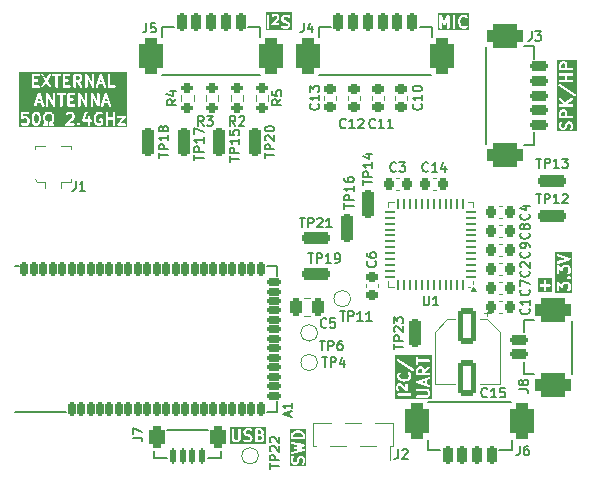
<source format=gbr>
%TF.GenerationSoftware,KiCad,Pcbnew,8.0.5*%
%TF.CreationDate,2025-01-02T11:16:24+01:00*%
%TF.ProjectId,BluetoothReceiver,426c7565-746f-46f7-9468-526563656976,rev?*%
%TF.SameCoordinates,Original*%
%TF.FileFunction,Legend,Top*%
%TF.FilePolarity,Positive*%
%FSLAX46Y46*%
G04 Gerber Fmt 4.6, Leading zero omitted, Abs format (unit mm)*
G04 Created by KiCad (PCBNEW 8.0.5) date 2025-01-02 11:16:24*
%MOMM*%
%LPD*%
G01*
G04 APERTURE LIST*
G04 Aperture macros list*
%AMRoundRect*
0 Rectangle with rounded corners*
0 $1 Rounding radius*
0 $2 $3 $4 $5 $6 $7 $8 $9 X,Y pos of 4 corners*
0 Add a 4 corners polygon primitive as box body*
4,1,4,$2,$3,$4,$5,$6,$7,$8,$9,$2,$3,0*
0 Add four circle primitives for the rounded corners*
1,1,$1+$1,$2,$3*
1,1,$1+$1,$4,$5*
1,1,$1+$1,$6,$7*
1,1,$1+$1,$8,$9*
0 Add four rect primitives between the rounded corners*
20,1,$1+$1,$2,$3,$4,$5,0*
20,1,$1+$1,$4,$5,$6,$7,0*
20,1,$1+$1,$6,$7,$8,$9,0*
20,1,$1+$1,$8,$9,$2,$3,0*%
G04 Aperture macros list end*
%ADD10C,0.200000*%
%ADD11C,0.150000*%
%ADD12C,0.120000*%
%ADD13RoundRect,0.125000X0.125000X0.525000X-0.125000X0.525000X-0.125000X-0.525000X0.125000X-0.525000X0*%
%ADD14RoundRect,0.350000X0.350000X0.600000X-0.350000X0.600000X-0.350000X-0.600000X0.350000X-0.600000X0*%
%ADD15RoundRect,0.200000X-0.200000X-0.600000X0.200000X-0.600000X0.200000X0.600000X-0.200000X0.600000X0*%
%ADD16RoundRect,0.525000X-0.525000X-0.975000X0.525000X-0.975000X0.525000X0.975000X-0.525000X0.975000X0*%
%ADD17RoundRect,0.200000X-0.600000X0.200000X-0.600000X-0.200000X0.600000X-0.200000X0.600000X0.200000X0*%
%ADD18RoundRect,0.525000X-0.975000X0.525000X-0.975000X-0.525000X0.975000X-0.525000X0.975000X0.525000X0*%
%ADD19RoundRect,0.150000X0.150000X-0.450000X0.150000X0.450000X-0.150000X0.450000X-0.150000X-0.450000X0*%
%ADD20RoundRect,0.150000X0.450000X0.150000X-0.450000X0.150000X-0.450000X-0.150000X0.450000X-0.150000X0*%
%ADD21RoundRect,0.062500X0.375000X0.062500X-0.375000X0.062500X-0.375000X-0.062500X0.375000X-0.062500X0*%
%ADD22RoundRect,0.062500X0.062500X0.375000X-0.062500X0.375000X-0.062500X-0.375000X0.062500X-0.375000X0*%
%ADD23R,5.600000X5.600000*%
%ADD24RoundRect,0.237500X0.237500X-0.987500X0.237500X0.987500X-0.237500X0.987500X-0.237500X-0.987500X0*%
%ADD25C,1.000000*%
%ADD26RoundRect,0.237500X-0.987500X-0.237500X0.987500X-0.237500X0.987500X0.237500X-0.987500X0.237500X0*%
%ADD27RoundRect,0.200000X0.275000X-0.200000X0.275000X0.200000X-0.275000X0.200000X-0.275000X-0.200000X0*%
%ADD28RoundRect,0.200000X0.600000X-0.200000X0.600000X0.200000X-0.600000X0.200000X-0.600000X-0.200000X0*%
%ADD29RoundRect,0.525000X0.975000X-0.525000X0.975000X0.525000X-0.975000X0.525000X-0.975000X-0.525000X0*%
%ADD30RoundRect,0.200000X0.200000X0.600000X-0.200000X0.600000X-0.200000X-0.600000X0.200000X-0.600000X0*%
%ADD31RoundRect,0.525000X0.525000X0.975000X-0.525000X0.975000X-0.525000X-0.975000X0.525000X-0.975000X0*%
%ADD32R,0.650000X1.800000*%
%ADD33R,1.050000X2.200000*%
%ADD34R,1.000000X1.000000*%
%ADD35RoundRect,0.250000X-0.550000X1.250000X-0.550000X-1.250000X0.550000X-1.250000X0.550000X1.250000X0*%
%ADD36RoundRect,0.225000X-0.225000X-0.250000X0.225000X-0.250000X0.225000X0.250000X-0.225000X0.250000X0*%
%ADD37RoundRect,0.225000X0.250000X-0.225000X0.250000X0.225000X-0.250000X0.225000X-0.250000X-0.225000X0*%
%ADD38RoundRect,0.225000X0.225000X0.250000X-0.225000X0.250000X-0.225000X-0.250000X0.225000X-0.250000X0*%
%ADD39RoundRect,0.225000X-0.250000X0.225000X-0.250000X-0.225000X0.250000X-0.225000X0.250000X0.225000X0*%
%ADD40RoundRect,0.250000X-0.250000X-0.475000X0.250000X-0.475000X0.250000X0.475000X-0.250000X0.475000X0*%
G04 APERTURE END LIST*
D10*
G36*
X123888383Y-89491968D02*
G01*
X123913052Y-89516636D01*
X123948505Y-89587543D01*
X123990476Y-89755424D01*
X123990476Y-89968900D01*
X123948505Y-90136781D01*
X123913052Y-90207687D01*
X123888383Y-90232357D01*
X123828774Y-90262163D01*
X123780750Y-90262163D01*
X123721140Y-90232358D01*
X123696473Y-90207690D01*
X123661018Y-90136781D01*
X123619048Y-89968900D01*
X123619048Y-89755425D01*
X123661018Y-89587543D01*
X123696472Y-89516636D01*
X123721140Y-89491967D01*
X123780750Y-89462163D01*
X123828774Y-89462163D01*
X123888383Y-89491968D01*
G37*
G36*
X124166019Y-88366504D02*
G01*
X123967314Y-88366504D01*
X124066666Y-88068446D01*
X124166019Y-88366504D01*
G37*
G36*
X129832686Y-88366504D02*
G01*
X129633981Y-88366504D01*
X129733333Y-88068446D01*
X129832686Y-88366504D01*
G37*
G36*
X127459811Y-86272080D02*
G01*
X127484480Y-86296748D01*
X127514285Y-86356358D01*
X127514285Y-86452001D01*
X127484480Y-86511610D01*
X127459811Y-86536278D01*
X127400202Y-86566084D01*
X127142857Y-86566084D01*
X127142857Y-86242275D01*
X127400202Y-86242275D01*
X127459811Y-86272080D01*
G37*
G36*
X129380305Y-86756560D02*
G01*
X129181600Y-86756560D01*
X129280952Y-86458502D01*
X129380305Y-86756560D01*
G37*
G36*
X131491767Y-90573274D02*
G01*
X122356023Y-90573274D01*
X122356023Y-89848006D01*
X122467134Y-89848006D01*
X122468588Y-89852824D01*
X122468588Y-89857862D01*
X122474184Y-89871371D01*
X122478405Y-89885361D01*
X122481592Y-89889257D01*
X122483520Y-89893910D01*
X122493856Y-89904246D01*
X122503112Y-89915559D01*
X122507549Y-89917939D01*
X122511110Y-89921500D01*
X122524615Y-89927094D01*
X122537496Y-89934004D01*
X122542505Y-89934504D01*
X122547158Y-89936432D01*
X122561779Y-89936432D01*
X122576320Y-89937886D01*
X122581139Y-89936432D01*
X122586176Y-89936432D01*
X122599685Y-89930835D01*
X122613675Y-89926615D01*
X122617571Y-89923427D01*
X122622224Y-89921500D01*
X122637378Y-89909064D01*
X122673521Y-89872919D01*
X122733131Y-89843115D01*
X122924012Y-89843115D01*
X122983621Y-89872920D01*
X123008290Y-89897588D01*
X123038095Y-89957198D01*
X123038095Y-90148079D01*
X123008290Y-90207687D01*
X122983621Y-90232357D01*
X122924012Y-90262163D01*
X122733131Y-90262163D01*
X122673521Y-90232358D01*
X122637378Y-90196214D01*
X122622225Y-90183777D01*
X122586177Y-90168846D01*
X122547159Y-90168845D01*
X122511110Y-90183776D01*
X122483520Y-90211366D01*
X122468589Y-90247414D01*
X122468588Y-90286432D01*
X122483519Y-90322481D01*
X122495956Y-90337634D01*
X122543574Y-90385254D01*
X122551242Y-90391547D01*
X122552974Y-90393544D01*
X122555982Y-90395437D01*
X122558728Y-90397691D01*
X122561168Y-90398701D01*
X122569565Y-90403987D01*
X122664802Y-90451606D01*
X122683111Y-90458612D01*
X122686694Y-90458866D01*
X122690015Y-90460242D01*
X122709524Y-90462163D01*
X122947619Y-90462163D01*
X122967128Y-90460242D01*
X122970448Y-90458866D01*
X122974032Y-90458612D01*
X122992340Y-90451606D01*
X123087578Y-90403987D01*
X123095973Y-90398702D01*
X123098415Y-90397691D01*
X123101162Y-90395435D01*
X123104168Y-90393544D01*
X123105898Y-90391549D01*
X123113568Y-90385254D01*
X123161187Y-90337634D01*
X123167479Y-90329967D01*
X123169476Y-90328236D01*
X123171369Y-90325228D01*
X123173624Y-90322481D01*
X123174635Y-90320039D01*
X123179919Y-90311645D01*
X123227538Y-90216408D01*
X123234544Y-90198099D01*
X123234798Y-90194515D01*
X123236174Y-90191195D01*
X123238095Y-90171686D01*
X123238095Y-89933591D01*
X123236174Y-89914082D01*
X123234798Y-89910761D01*
X123234544Y-89907178D01*
X123227538Y-89888869D01*
X123179919Y-89793632D01*
X123174633Y-89785235D01*
X123173623Y-89782795D01*
X123171369Y-89780049D01*
X123169476Y-89777041D01*
X123167478Y-89775308D01*
X123161186Y-89767642D01*
X123136660Y-89743115D01*
X123419048Y-89743115D01*
X123419048Y-89981210D01*
X123419383Y-89984612D01*
X123419166Y-89986071D01*
X123420245Y-89993368D01*
X123420969Y-90000719D01*
X123421533Y-90002082D01*
X123422034Y-90005464D01*
X123469653Y-90195939D01*
X123470166Y-90197376D01*
X123470218Y-90198099D01*
X123473326Y-90206223D01*
X123476248Y-90214400D01*
X123476678Y-90214980D01*
X123477224Y-90216407D01*
X123524843Y-90311645D01*
X123530126Y-90320037D01*
X123531138Y-90322481D01*
X123533394Y-90325230D01*
X123535286Y-90328235D01*
X123537280Y-90329964D01*
X123543575Y-90337634D01*
X123591193Y-90385254D01*
X123598861Y-90391547D01*
X123600593Y-90393544D01*
X123603601Y-90395437D01*
X123606347Y-90397691D01*
X123608787Y-90398701D01*
X123617184Y-90403987D01*
X123712421Y-90451606D01*
X123730730Y-90458612D01*
X123734313Y-90458866D01*
X123737634Y-90460242D01*
X123757143Y-90462163D01*
X123852381Y-90462163D01*
X123871890Y-90460242D01*
X123875210Y-90458866D01*
X123878794Y-90458612D01*
X123897102Y-90451606D01*
X123992340Y-90403987D01*
X124000735Y-90398702D01*
X124003177Y-90397691D01*
X124005924Y-90395435D01*
X124008930Y-90393544D01*
X124010660Y-90391549D01*
X124018330Y-90385254D01*
X124065949Y-90337634D01*
X124072241Y-90329967D01*
X124074238Y-90328236D01*
X124076131Y-90325228D01*
X124078386Y-90322481D01*
X124079397Y-90320039D01*
X124084681Y-90311645D01*
X124132300Y-90216408D01*
X124132846Y-90214979D01*
X124133276Y-90214400D01*
X124136197Y-90206223D01*
X124139306Y-90198099D01*
X124139357Y-90197378D01*
X124139871Y-90195940D01*
X124187490Y-90005464D01*
X124187990Y-90002082D01*
X124188555Y-90000719D01*
X124189278Y-89993368D01*
X124190358Y-89986071D01*
X124190140Y-89984612D01*
X124190476Y-89981210D01*
X124190476Y-89743115D01*
X124190140Y-89739712D01*
X124190358Y-89738254D01*
X124189278Y-89730956D01*
X124188555Y-89723606D01*
X124187990Y-89722242D01*
X124187490Y-89718861D01*
X124169744Y-89647877D01*
X124371429Y-89647877D01*
X124371429Y-89885972D01*
X124372401Y-89895845D01*
X124372214Y-89898479D01*
X124373001Y-89901942D01*
X124373350Y-89905481D01*
X124374361Y-89907923D01*
X124376561Y-89917595D01*
X124424180Y-90060451D01*
X124432171Y-90078352D01*
X124434526Y-90081067D01*
X124435901Y-90084386D01*
X124448337Y-90099540D01*
X124543575Y-90194778D01*
X124551241Y-90201069D01*
X124552974Y-90203067D01*
X124555985Y-90204962D01*
X124558729Y-90207214D01*
X124561166Y-90208223D01*
X124569565Y-90213510D01*
X124609524Y-90233489D01*
X124609524Y-90262163D01*
X124471429Y-90262163D01*
X124451920Y-90264084D01*
X124415872Y-90279016D01*
X124388282Y-90306606D01*
X124373350Y-90342654D01*
X124373350Y-90381672D01*
X124388282Y-90417720D01*
X124415872Y-90445310D01*
X124451920Y-90460242D01*
X124471429Y-90462163D01*
X124709524Y-90462163D01*
X124729033Y-90460242D01*
X124765081Y-90445310D01*
X124792671Y-90417720D01*
X124807603Y-90381672D01*
X124809524Y-90362163D01*
X124809524Y-90171686D01*
X124808551Y-90161807D01*
X124808738Y-90159179D01*
X124808105Y-90157281D01*
X124807603Y-90152177D01*
X124801465Y-90137359D01*
X124796400Y-90122163D01*
X124794046Y-90119449D01*
X124792671Y-90116129D01*
X124781336Y-90104794D01*
X124770835Y-90092686D01*
X124766497Y-90089955D01*
X124765081Y-90088539D01*
X124762641Y-90087528D01*
X124754245Y-90082243D01*
X124673523Y-90041882D01*
X124606450Y-89974809D01*
X124571429Y-89869745D01*
X124571429Y-89664104D01*
X124606450Y-89559039D01*
X124668305Y-89497184D01*
X124773369Y-89462163D01*
X124931392Y-89462163D01*
X125036456Y-89497184D01*
X125098311Y-89559039D01*
X125133333Y-89664103D01*
X125133333Y-89869745D01*
X125098311Y-89974809D01*
X125031239Y-90041881D01*
X124950517Y-90082243D01*
X124942118Y-90087529D01*
X124939681Y-90088539D01*
X124938265Y-90089954D01*
X124933926Y-90092686D01*
X124923420Y-90104799D01*
X124912091Y-90116129D01*
X124910715Y-90119448D01*
X124908362Y-90122163D01*
X124903294Y-90137364D01*
X124897159Y-90152177D01*
X124896656Y-90157277D01*
X124896023Y-90159179D01*
X124896210Y-90161812D01*
X124895238Y-90171686D01*
X124895238Y-90362163D01*
X124897159Y-90381672D01*
X124912091Y-90417720D01*
X124939681Y-90445310D01*
X124975729Y-90460242D01*
X124995238Y-90462163D01*
X125233333Y-90462163D01*
X125252842Y-90460242D01*
X125288890Y-90445310D01*
X125316480Y-90417720D01*
X125331412Y-90381672D01*
X125331412Y-90342654D01*
X126230493Y-90342654D01*
X126230493Y-90381672D01*
X126245425Y-90417720D01*
X126273015Y-90445310D01*
X126309063Y-90460242D01*
X126328572Y-90462163D01*
X126947619Y-90462163D01*
X126967128Y-90460242D01*
X127003176Y-90445310D01*
X127030766Y-90417720D01*
X127045698Y-90381672D01*
X127045698Y-90342654D01*
X127030766Y-90306606D01*
X127019195Y-90295035D01*
X127230493Y-90295035D01*
X127230493Y-90334053D01*
X127236956Y-90349656D01*
X127245425Y-90370102D01*
X127245429Y-90370106D01*
X127257861Y-90385255D01*
X127305480Y-90432873D01*
X127320633Y-90445310D01*
X127329636Y-90449039D01*
X127356682Y-90460242D01*
X127395700Y-90460242D01*
X127431748Y-90445310D01*
X127446902Y-90432874D01*
X127494520Y-90385255D01*
X127506957Y-90370102D01*
X127515254Y-90350071D01*
X127521888Y-90334054D01*
X127521889Y-90295036D01*
X127506958Y-90258987D01*
X127494521Y-90243834D01*
X127446902Y-90196214D01*
X127431749Y-90183777D01*
X127421723Y-90179624D01*
X127407155Y-90173590D01*
X127395700Y-90168845D01*
X127356682Y-90168845D01*
X127346124Y-90173218D01*
X127320634Y-90183776D01*
X127320633Y-90183777D01*
X127305479Y-90196214D01*
X127257861Y-90243834D01*
X127245424Y-90258987D01*
X127236466Y-90280616D01*
X127230493Y-90295035D01*
X127019195Y-90295035D01*
X127003176Y-90279016D01*
X126967128Y-90264084D01*
X126947619Y-90262163D01*
X126569994Y-90262163D01*
X126815834Y-90016322D01*
X127705547Y-90016322D01*
X127706683Y-90032306D01*
X127706683Y-90048338D01*
X127708058Y-90051658D01*
X127708313Y-90055242D01*
X127715480Y-90069577D01*
X127721615Y-90084386D01*
X127724155Y-90086926D01*
X127725763Y-90090141D01*
X127737874Y-90100645D01*
X127749205Y-90111976D01*
X127752523Y-90113350D01*
X127755239Y-90115706D01*
X127770448Y-90120775D01*
X127785253Y-90126908D01*
X127790353Y-90127410D01*
X127792255Y-90128044D01*
X127794888Y-90127856D01*
X127804762Y-90128829D01*
X128180952Y-90128829D01*
X128180952Y-90362163D01*
X128182873Y-90381672D01*
X128197805Y-90417720D01*
X128225395Y-90445310D01*
X128261443Y-90460242D01*
X128300461Y-90460242D01*
X128336509Y-90445310D01*
X128364099Y-90417720D01*
X128379031Y-90381672D01*
X128380952Y-90362163D01*
X128380952Y-90128829D01*
X128423809Y-90128829D01*
X128443318Y-90126908D01*
X128479366Y-90111976D01*
X128506956Y-90084386D01*
X128521888Y-90048338D01*
X128521888Y-90009320D01*
X128506956Y-89973272D01*
X128479366Y-89945682D01*
X128443318Y-89930750D01*
X128423809Y-89928829D01*
X128380952Y-89928829D01*
X128380952Y-89790734D01*
X128657143Y-89790734D01*
X128657143Y-89933591D01*
X128657478Y-89936993D01*
X128657261Y-89938452D01*
X128658340Y-89945749D01*
X128659064Y-89953100D01*
X128659628Y-89954463D01*
X128660129Y-89957845D01*
X128707748Y-90148320D01*
X128708261Y-90149757D01*
X128708313Y-90150480D01*
X128711421Y-90158604D01*
X128714343Y-90166781D01*
X128714773Y-90167361D01*
X128715319Y-90168788D01*
X128762938Y-90264026D01*
X128768220Y-90272418D01*
X128769233Y-90274862D01*
X128771489Y-90277611D01*
X128773381Y-90280616D01*
X128775375Y-90282345D01*
X128781670Y-90290015D01*
X128876908Y-90385255D01*
X128892061Y-90397691D01*
X128895380Y-90399066D01*
X128898096Y-90401421D01*
X128915996Y-90409412D01*
X129058853Y-90457031D01*
X129068525Y-90459230D01*
X129070967Y-90460242D01*
X129074504Y-90460590D01*
X129077968Y-90461378D01*
X129080602Y-90461190D01*
X129090476Y-90462163D01*
X129185714Y-90462163D01*
X129195587Y-90461190D01*
X129198221Y-90461378D01*
X129201684Y-90460590D01*
X129205223Y-90460242D01*
X129207665Y-90459230D01*
X129217337Y-90457031D01*
X129360193Y-90409412D01*
X129378094Y-90401421D01*
X129380809Y-90399066D01*
X129384129Y-90397691D01*
X129399282Y-90385254D01*
X129446901Y-90337634D01*
X129459338Y-90322481D01*
X129472785Y-90290015D01*
X129474269Y-90286433D01*
X129476190Y-90266924D01*
X129476190Y-89933591D01*
X129474269Y-89914082D01*
X129459337Y-89878034D01*
X129431747Y-89850444D01*
X129395699Y-89835512D01*
X129376190Y-89833591D01*
X129185714Y-89833591D01*
X129166205Y-89835512D01*
X129130157Y-89850444D01*
X129102567Y-89878034D01*
X129087635Y-89914082D01*
X129087635Y-89953100D01*
X129102567Y-89989148D01*
X129130157Y-90016738D01*
X129166205Y-90031670D01*
X129185714Y-90033591D01*
X129276190Y-90033591D01*
X129276190Y-90225503D01*
X129274551Y-90227141D01*
X129169487Y-90262163D01*
X129106702Y-90262163D01*
X129001637Y-90227141D01*
X128934567Y-90160071D01*
X128899113Y-90089162D01*
X128857143Y-89921281D01*
X128857143Y-89803044D01*
X128899113Y-89635162D01*
X128934566Y-89564256D01*
X129001638Y-89497184D01*
X129106702Y-89462163D01*
X129209726Y-89462163D01*
X129283849Y-89499225D01*
X129302158Y-89506231D01*
X129341078Y-89508997D01*
X129378094Y-89496658D01*
X129407571Y-89471093D01*
X129425020Y-89436195D01*
X129427785Y-89397275D01*
X129416082Y-89362163D01*
X129704762Y-89362163D01*
X129704762Y-90362163D01*
X129706683Y-90381672D01*
X129721615Y-90417720D01*
X129749205Y-90445310D01*
X129785253Y-90460242D01*
X129824271Y-90460242D01*
X129860319Y-90445310D01*
X129887909Y-90417720D01*
X129902841Y-90381672D01*
X129904762Y-90362163D01*
X129904762Y-89938353D01*
X130276190Y-89938353D01*
X130276190Y-90362163D01*
X130278111Y-90381672D01*
X130293043Y-90417720D01*
X130320633Y-90445310D01*
X130356681Y-90460242D01*
X130395699Y-90460242D01*
X130431747Y-90445310D01*
X130459337Y-90417720D01*
X130474269Y-90381672D01*
X130476190Y-90362163D01*
X130476190Y-90354479D01*
X130657439Y-90354479D01*
X130659064Y-90368020D01*
X130659064Y-90381672D01*
X130661370Y-90387240D01*
X130662088Y-90393219D01*
X130668773Y-90405112D01*
X130673996Y-90417720D01*
X130678254Y-90421978D01*
X130681207Y-90427231D01*
X130691939Y-90435663D01*
X130701586Y-90445310D01*
X130707151Y-90447615D01*
X130711888Y-90451337D01*
X130725024Y-90455018D01*
X130737634Y-90460242D01*
X130746925Y-90461156D01*
X130749459Y-90461867D01*
X130751567Y-90461613D01*
X130757143Y-90462163D01*
X131280952Y-90462163D01*
X131300461Y-90460242D01*
X131336509Y-90445310D01*
X131364099Y-90417720D01*
X131379031Y-90381672D01*
X131379031Y-90342654D01*
X131364099Y-90306606D01*
X131336509Y-90279016D01*
X131300461Y-90264084D01*
X131280952Y-90262163D01*
X130962889Y-90262163D01*
X131359584Y-89757278D01*
X131362596Y-89752556D01*
X131364099Y-89751053D01*
X131365107Y-89748619D01*
X131370126Y-89740751D01*
X131373807Y-89727614D01*
X131379031Y-89715005D01*
X131379031Y-89708977D01*
X131380656Y-89703180D01*
X131379031Y-89689638D01*
X131379031Y-89675987D01*
X131376724Y-89670418D01*
X131376007Y-89664440D01*
X131369321Y-89652546D01*
X131364099Y-89639939D01*
X131359840Y-89635680D01*
X131356888Y-89630428D01*
X131346155Y-89621995D01*
X131336509Y-89612349D01*
X131330943Y-89610043D01*
X131326207Y-89606322D01*
X131313070Y-89602640D01*
X131300461Y-89597417D01*
X131291169Y-89596502D01*
X131288636Y-89595792D01*
X131286527Y-89596045D01*
X131280952Y-89595496D01*
X130757143Y-89595496D01*
X130737634Y-89597417D01*
X130701586Y-89612349D01*
X130673996Y-89639939D01*
X130659064Y-89675987D01*
X130659064Y-89715005D01*
X130673996Y-89751053D01*
X130701586Y-89778643D01*
X130737634Y-89793575D01*
X130757143Y-89795496D01*
X131075206Y-89795496D01*
X130678511Y-90300381D01*
X130675499Y-90305103D01*
X130673996Y-90306606D01*
X130672987Y-90309039D01*
X130667969Y-90316908D01*
X130664287Y-90330044D01*
X130659064Y-90342654D01*
X130659064Y-90348681D01*
X130657439Y-90354479D01*
X130476190Y-90354479D01*
X130476190Y-89362163D01*
X130474269Y-89342654D01*
X130459337Y-89306606D01*
X130431747Y-89279016D01*
X130395699Y-89264084D01*
X130356681Y-89264084D01*
X130320633Y-89279016D01*
X130293043Y-89306606D01*
X130278111Y-89342654D01*
X130276190Y-89362163D01*
X130276190Y-89738353D01*
X129904762Y-89738353D01*
X129904762Y-89362163D01*
X129902841Y-89342654D01*
X129887909Y-89306606D01*
X129860319Y-89279016D01*
X129824271Y-89264084D01*
X129785253Y-89264084D01*
X129749205Y-89279016D01*
X129721615Y-89306606D01*
X129706683Y-89342654D01*
X129704762Y-89362163D01*
X129416082Y-89362163D01*
X129415447Y-89360259D01*
X129389882Y-89330782D01*
X129373292Y-89320339D01*
X129278054Y-89272720D01*
X129259746Y-89265714D01*
X129256162Y-89265459D01*
X129252842Y-89264084D01*
X129233333Y-89262163D01*
X129090476Y-89262163D01*
X129080602Y-89263135D01*
X129077968Y-89262948D01*
X129074504Y-89263735D01*
X129070967Y-89264084D01*
X129068525Y-89265095D01*
X129058853Y-89267295D01*
X128915996Y-89314914D01*
X128898096Y-89322905D01*
X128895380Y-89325260D01*
X128892062Y-89326635D01*
X128876908Y-89339071D01*
X128781670Y-89434309D01*
X128775375Y-89441979D01*
X128773381Y-89443709D01*
X128771487Y-89446716D01*
X128769234Y-89449463D01*
X128768223Y-89451902D01*
X128762938Y-89460299D01*
X128715319Y-89555537D01*
X128714773Y-89556963D01*
X128714343Y-89557544D01*
X128711421Y-89565720D01*
X128708313Y-89573845D01*
X128708261Y-89574567D01*
X128707748Y-89576005D01*
X128660129Y-89766480D01*
X128659628Y-89769861D01*
X128659064Y-89771225D01*
X128658340Y-89778575D01*
X128657261Y-89785873D01*
X128657478Y-89787331D01*
X128657143Y-89790734D01*
X128380952Y-89790734D01*
X128380952Y-89695496D01*
X128379031Y-89675987D01*
X128364099Y-89639939D01*
X128336509Y-89612349D01*
X128300461Y-89597417D01*
X128261443Y-89597417D01*
X128225395Y-89612349D01*
X128197805Y-89639939D01*
X128182873Y-89675987D01*
X128180952Y-89695496D01*
X128180952Y-89928829D01*
X127943504Y-89928829D01*
X128137725Y-89346167D01*
X128142072Y-89327052D01*
X128139306Y-89288132D01*
X128121856Y-89253233D01*
X128092380Y-89227668D01*
X128055364Y-89215329D01*
X128016444Y-89218096D01*
X127981545Y-89235545D01*
X127955980Y-89265021D01*
X127947989Y-89282922D01*
X127709894Y-89997206D01*
X127707694Y-90006877D01*
X127706683Y-90009320D01*
X127706683Y-90011326D01*
X127705547Y-90016322D01*
X126815834Y-90016322D01*
X126970711Y-89861445D01*
X126983147Y-89846291D01*
X126984521Y-89842972D01*
X126986877Y-89840257D01*
X126994868Y-89822357D01*
X127042487Y-89679500D01*
X127044686Y-89669827D01*
X127045698Y-89667386D01*
X127046046Y-89663848D01*
X127046834Y-89660385D01*
X127046646Y-89657750D01*
X127047619Y-89647877D01*
X127047619Y-89552639D01*
X127045698Y-89533130D01*
X127044322Y-89529809D01*
X127044068Y-89526226D01*
X127037062Y-89507917D01*
X126989443Y-89412680D01*
X126984157Y-89404283D01*
X126983147Y-89401843D01*
X126980893Y-89399097D01*
X126979000Y-89396089D01*
X126977002Y-89394356D01*
X126970710Y-89386690D01*
X126923092Y-89339071D01*
X126915421Y-89332776D01*
X126913692Y-89330782D01*
X126910684Y-89328888D01*
X126907938Y-89326635D01*
X126905498Y-89325624D01*
X126897102Y-89320339D01*
X126801864Y-89272720D01*
X126783556Y-89265714D01*
X126779972Y-89265459D01*
X126776652Y-89264084D01*
X126757143Y-89262163D01*
X126519048Y-89262163D01*
X126499539Y-89264084D01*
X126496218Y-89265459D01*
X126492635Y-89265714D01*
X126474326Y-89272720D01*
X126379089Y-89320339D01*
X126370692Y-89325624D01*
X126368252Y-89326635D01*
X126365506Y-89328888D01*
X126362498Y-89330782D01*
X126360765Y-89332779D01*
X126353099Y-89339072D01*
X126305480Y-89386690D01*
X126293044Y-89401844D01*
X126278112Y-89437892D01*
X126278112Y-89476910D01*
X126293044Y-89512958D01*
X126320634Y-89540548D01*
X126356682Y-89555480D01*
X126395700Y-89555480D01*
X126431748Y-89540548D01*
X126446902Y-89528112D01*
X126483045Y-89491967D01*
X126542655Y-89462163D01*
X126733536Y-89462163D01*
X126793145Y-89491968D01*
X126817814Y-89516636D01*
X126847619Y-89576246D01*
X126847619Y-89631650D01*
X126812597Y-89736714D01*
X126257861Y-90291452D01*
X126245426Y-90306605D01*
X126245425Y-90306606D01*
X126230493Y-90342654D01*
X125331412Y-90342654D01*
X125316480Y-90306606D01*
X125288890Y-90279016D01*
X125252842Y-90264084D01*
X125233333Y-90262163D01*
X125095238Y-90262163D01*
X125095238Y-90233489D01*
X125135197Y-90213510D01*
X125143593Y-90208224D01*
X125146033Y-90207214D01*
X125148779Y-90204960D01*
X125151787Y-90203067D01*
X125153516Y-90201072D01*
X125161187Y-90194778D01*
X125256425Y-90099540D01*
X125268861Y-90084386D01*
X125270235Y-90081067D01*
X125272591Y-90078352D01*
X125280582Y-90060452D01*
X125328201Y-89917595D01*
X125330400Y-89907922D01*
X125331412Y-89905481D01*
X125331760Y-89901943D01*
X125332548Y-89898480D01*
X125332360Y-89895845D01*
X125333333Y-89885972D01*
X125333333Y-89647877D01*
X125332360Y-89638003D01*
X125332548Y-89635369D01*
X125331760Y-89631905D01*
X125331412Y-89628368D01*
X125330400Y-89625926D01*
X125328201Y-89616254D01*
X125280582Y-89473397D01*
X125272591Y-89455497D01*
X125270235Y-89452781D01*
X125268861Y-89449463D01*
X125256425Y-89434309D01*
X125161187Y-89339071D01*
X125146033Y-89326635D01*
X125142714Y-89325260D01*
X125139999Y-89322905D01*
X125122098Y-89314914D01*
X124979242Y-89267295D01*
X124969570Y-89265095D01*
X124967128Y-89264084D01*
X124963589Y-89263735D01*
X124960126Y-89262948D01*
X124957492Y-89263135D01*
X124947619Y-89262163D01*
X124757143Y-89262163D01*
X124747269Y-89263135D01*
X124744635Y-89262948D01*
X124741171Y-89263735D01*
X124737634Y-89264084D01*
X124735192Y-89265095D01*
X124725520Y-89267295D01*
X124582663Y-89314914D01*
X124564763Y-89322905D01*
X124562047Y-89325260D01*
X124558729Y-89326635D01*
X124543575Y-89339071D01*
X124448337Y-89434309D01*
X124435901Y-89449463D01*
X124434526Y-89452781D01*
X124432171Y-89455497D01*
X124424180Y-89473398D01*
X124376561Y-89616254D01*
X124374361Y-89625925D01*
X124373350Y-89628368D01*
X124373001Y-89631906D01*
X124372214Y-89635370D01*
X124372401Y-89638003D01*
X124371429Y-89647877D01*
X124169744Y-89647877D01*
X124139871Y-89528385D01*
X124139357Y-89526946D01*
X124139306Y-89526226D01*
X124136197Y-89518101D01*
X124133276Y-89509925D01*
X124132846Y-89509345D01*
X124132300Y-89507917D01*
X124084681Y-89412680D01*
X124079395Y-89404283D01*
X124078385Y-89401843D01*
X124076131Y-89399097D01*
X124074238Y-89396089D01*
X124072240Y-89394356D01*
X124065948Y-89386690D01*
X124018330Y-89339071D01*
X124010659Y-89332776D01*
X124008930Y-89330782D01*
X124005922Y-89328888D01*
X124003176Y-89326635D01*
X124000736Y-89325624D01*
X123992340Y-89320339D01*
X123897102Y-89272720D01*
X123878794Y-89265714D01*
X123875210Y-89265459D01*
X123871890Y-89264084D01*
X123852381Y-89262163D01*
X123757143Y-89262163D01*
X123737634Y-89264084D01*
X123734313Y-89265459D01*
X123730730Y-89265714D01*
X123712421Y-89272720D01*
X123617184Y-89320339D01*
X123608787Y-89325624D01*
X123606347Y-89326635D01*
X123603601Y-89328888D01*
X123600593Y-89330782D01*
X123598860Y-89332779D01*
X123591194Y-89339072D01*
X123543575Y-89386690D01*
X123537280Y-89394360D01*
X123535286Y-89396090D01*
X123533392Y-89399097D01*
X123531139Y-89401844D01*
X123530128Y-89404283D01*
X123524843Y-89412680D01*
X123477224Y-89507918D01*
X123476678Y-89509344D01*
X123476248Y-89509925D01*
X123473326Y-89518101D01*
X123470218Y-89526226D01*
X123470166Y-89526948D01*
X123469653Y-89528386D01*
X123422034Y-89718861D01*
X123421533Y-89722242D01*
X123420969Y-89723606D01*
X123420245Y-89730956D01*
X123419166Y-89738254D01*
X123419383Y-89739712D01*
X123419048Y-89743115D01*
X123136660Y-89743115D01*
X123113568Y-89720023D01*
X123105897Y-89713728D01*
X123104168Y-89711734D01*
X123101160Y-89709840D01*
X123098414Y-89707587D01*
X123095974Y-89706576D01*
X123087578Y-89701291D01*
X122992340Y-89653672D01*
X122974032Y-89646666D01*
X122970448Y-89646411D01*
X122967128Y-89645036D01*
X122947619Y-89643115D01*
X122709524Y-89643115D01*
X122690015Y-89645036D01*
X122686694Y-89646411D01*
X122686357Y-89646435D01*
X122704785Y-89462163D01*
X123090476Y-89462163D01*
X123109985Y-89460242D01*
X123146033Y-89445310D01*
X123173623Y-89417720D01*
X123188555Y-89381672D01*
X123188555Y-89342654D01*
X123173623Y-89306606D01*
X123146033Y-89279016D01*
X123109985Y-89264084D01*
X123090476Y-89262163D01*
X122614286Y-89262163D01*
X122607069Y-89262873D01*
X122604633Y-89262630D01*
X122602254Y-89263347D01*
X122594777Y-89264084D01*
X122581267Y-89269680D01*
X122567278Y-89273901D01*
X122563381Y-89277088D01*
X122558729Y-89279016D01*
X122548392Y-89289352D01*
X122537080Y-89298608D01*
X122534699Y-89303045D01*
X122531139Y-89306606D01*
X122525544Y-89320111D01*
X122518635Y-89332992D01*
X122517158Y-89340356D01*
X122516207Y-89342654D01*
X122516207Y-89345104D01*
X122514782Y-89352213D01*
X122467163Y-89828403D01*
X122467134Y-89848006D01*
X122356023Y-89848006D01*
X122356023Y-88739712D01*
X123634118Y-88739712D01*
X123636884Y-88778632D01*
X123654334Y-88813531D01*
X123683810Y-88839096D01*
X123720826Y-88851434D01*
X123759746Y-88848668D01*
X123794645Y-88831218D01*
X123820210Y-88801742D01*
X123828201Y-88783842D01*
X123900647Y-88566504D01*
X124232685Y-88566504D01*
X124305131Y-88783841D01*
X124313122Y-88801742D01*
X124338687Y-88831218D01*
X124373586Y-88848667D01*
X124412506Y-88851434D01*
X124449522Y-88839095D01*
X124478998Y-88813530D01*
X124496448Y-88778631D01*
X124499214Y-88739711D01*
X124494867Y-88720596D01*
X124172075Y-87752219D01*
X124633333Y-87752219D01*
X124633333Y-88752219D01*
X124635254Y-88771728D01*
X124650186Y-88807776D01*
X124677776Y-88835366D01*
X124713824Y-88850298D01*
X124752842Y-88850298D01*
X124788890Y-88835366D01*
X124816480Y-88807776D01*
X124831412Y-88771728D01*
X124833333Y-88752219D01*
X124833333Y-88128775D01*
X125217937Y-88801833D01*
X125220855Y-88805943D01*
X125221614Y-88807776D01*
X125223480Y-88809642D01*
X125229284Y-88817818D01*
X125239800Y-88825962D01*
X125249204Y-88835366D01*
X125255091Y-88837804D01*
X125260133Y-88841709D01*
X125272965Y-88845208D01*
X125285252Y-88850298D01*
X125291628Y-88850298D01*
X125297777Y-88851975D01*
X125310970Y-88850298D01*
X125324270Y-88850298D01*
X125330158Y-88847858D01*
X125336483Y-88847055D01*
X125348032Y-88840454D01*
X125360318Y-88835366D01*
X125364825Y-88830858D01*
X125370360Y-88827696D01*
X125378504Y-88817179D01*
X125387908Y-88807776D01*
X125390346Y-88801888D01*
X125394251Y-88796847D01*
X125397750Y-88784014D01*
X125402840Y-88771728D01*
X125403822Y-88761750D01*
X125404517Y-88759204D01*
X125404266Y-88757236D01*
X125404761Y-88752219D01*
X125404761Y-87752219D01*
X125402840Y-87732710D01*
X125540016Y-87732710D01*
X125540016Y-87771728D01*
X125554948Y-87807776D01*
X125582538Y-87835366D01*
X125618586Y-87850298D01*
X125638095Y-87852219D01*
X125823809Y-87852219D01*
X125823809Y-88752219D01*
X125825730Y-88771728D01*
X125840662Y-88807776D01*
X125868252Y-88835366D01*
X125904300Y-88850298D01*
X125943318Y-88850298D01*
X125979366Y-88835366D01*
X126006956Y-88807776D01*
X126021888Y-88771728D01*
X126023809Y-88752219D01*
X126023809Y-87852219D01*
X126209523Y-87852219D01*
X126229032Y-87850298D01*
X126265080Y-87835366D01*
X126292670Y-87807776D01*
X126307602Y-87771728D01*
X126307602Y-87752219D01*
X126442857Y-87752219D01*
X126442857Y-88752219D01*
X126444778Y-88771728D01*
X126459710Y-88807776D01*
X126487300Y-88835366D01*
X126523348Y-88850298D01*
X126542857Y-88852219D01*
X127019047Y-88852219D01*
X127038556Y-88850298D01*
X127074604Y-88835366D01*
X127102194Y-88807776D01*
X127117126Y-88771728D01*
X127117126Y-88732710D01*
X127102194Y-88696662D01*
X127074604Y-88669072D01*
X127038556Y-88654140D01*
X127019047Y-88652219D01*
X126642857Y-88652219D01*
X126642857Y-88328409D01*
X126876190Y-88328409D01*
X126895699Y-88326488D01*
X126931747Y-88311556D01*
X126959337Y-88283966D01*
X126974269Y-88247918D01*
X126974269Y-88208900D01*
X126959337Y-88172852D01*
X126931747Y-88145262D01*
X126895699Y-88130330D01*
X126876190Y-88128409D01*
X126642857Y-88128409D01*
X126642857Y-87852219D01*
X127019047Y-87852219D01*
X127038556Y-87850298D01*
X127074604Y-87835366D01*
X127102194Y-87807776D01*
X127117126Y-87771728D01*
X127117126Y-87752219D01*
X127347619Y-87752219D01*
X127347619Y-88752219D01*
X127349540Y-88771728D01*
X127364472Y-88807776D01*
X127392062Y-88835366D01*
X127428110Y-88850298D01*
X127467128Y-88850298D01*
X127503176Y-88835366D01*
X127530766Y-88807776D01*
X127545698Y-88771728D01*
X127547619Y-88752219D01*
X127547619Y-88128775D01*
X127932223Y-88801833D01*
X127935141Y-88805943D01*
X127935900Y-88807776D01*
X127937766Y-88809642D01*
X127943570Y-88817818D01*
X127954086Y-88825962D01*
X127963490Y-88835366D01*
X127969377Y-88837804D01*
X127974419Y-88841709D01*
X127987251Y-88845208D01*
X127999538Y-88850298D01*
X128005914Y-88850298D01*
X128012063Y-88851975D01*
X128025256Y-88850298D01*
X128038556Y-88850298D01*
X128044444Y-88847858D01*
X128050769Y-88847055D01*
X128062318Y-88840454D01*
X128074604Y-88835366D01*
X128079111Y-88830858D01*
X128084646Y-88827696D01*
X128092790Y-88817179D01*
X128102194Y-88807776D01*
X128104632Y-88801888D01*
X128108537Y-88796847D01*
X128112036Y-88784014D01*
X128117126Y-88771728D01*
X128118108Y-88761750D01*
X128118803Y-88759204D01*
X128118552Y-88757236D01*
X128119047Y-88752219D01*
X128119047Y-87752219D01*
X128395238Y-87752219D01*
X128395238Y-88752219D01*
X128397159Y-88771728D01*
X128412091Y-88807776D01*
X128439681Y-88835366D01*
X128475729Y-88850298D01*
X128514747Y-88850298D01*
X128550795Y-88835366D01*
X128578385Y-88807776D01*
X128593317Y-88771728D01*
X128595238Y-88752219D01*
X128595238Y-88128775D01*
X128979842Y-88801833D01*
X128982760Y-88805943D01*
X128983519Y-88807776D01*
X128985385Y-88809642D01*
X128991189Y-88817818D01*
X129001705Y-88825962D01*
X129011109Y-88835366D01*
X129016996Y-88837804D01*
X129022038Y-88841709D01*
X129034870Y-88845208D01*
X129047157Y-88850298D01*
X129053533Y-88850298D01*
X129059682Y-88851975D01*
X129072875Y-88850298D01*
X129086175Y-88850298D01*
X129092063Y-88847858D01*
X129098388Y-88847055D01*
X129109937Y-88840454D01*
X129122223Y-88835366D01*
X129126730Y-88830858D01*
X129132265Y-88827696D01*
X129140409Y-88817179D01*
X129149813Y-88807776D01*
X129152251Y-88801888D01*
X129156156Y-88796847D01*
X129159655Y-88784014D01*
X129164745Y-88771728D01*
X129165727Y-88761750D01*
X129166422Y-88759204D01*
X129166171Y-88757236D01*
X129166666Y-88752219D01*
X129166666Y-88739712D01*
X129300785Y-88739712D01*
X129303551Y-88778632D01*
X129321001Y-88813531D01*
X129350477Y-88839096D01*
X129387493Y-88851434D01*
X129426413Y-88848668D01*
X129461312Y-88831218D01*
X129486877Y-88801742D01*
X129494868Y-88783842D01*
X129567314Y-88566504D01*
X129899352Y-88566504D01*
X129971798Y-88783841D01*
X129979789Y-88801742D01*
X130005354Y-88831218D01*
X130040253Y-88848667D01*
X130079173Y-88851434D01*
X130116189Y-88839095D01*
X130145665Y-88813530D01*
X130163115Y-88778631D01*
X130165881Y-88739711D01*
X130161534Y-88720596D01*
X129828201Y-87720596D01*
X129820210Y-87702696D01*
X129815525Y-87697294D01*
X129812332Y-87690908D01*
X129802863Y-87682695D01*
X129794645Y-87673220D01*
X129788253Y-87670023D01*
X129782856Y-87665343D01*
X129770962Y-87661378D01*
X129759746Y-87655770D01*
X129752618Y-87655263D01*
X129745840Y-87653004D01*
X129733335Y-87653893D01*
X129720826Y-87653004D01*
X129714044Y-87655264D01*
X129706920Y-87655771D01*
X129695711Y-87661374D01*
X129683810Y-87665342D01*
X129678409Y-87670025D01*
X129672021Y-87673220D01*
X129663805Y-87682691D01*
X129654334Y-87690907D01*
X129651139Y-87697296D01*
X129646456Y-87702696D01*
X129638465Y-87720597D01*
X129305132Y-88720596D01*
X129300785Y-88739712D01*
X129166666Y-88739712D01*
X129166666Y-87752219D01*
X129164745Y-87732710D01*
X129149813Y-87696662D01*
X129122223Y-87669072D01*
X129086175Y-87654140D01*
X129047157Y-87654140D01*
X129011109Y-87669072D01*
X128983519Y-87696662D01*
X128968587Y-87732710D01*
X128966666Y-87752219D01*
X128966666Y-88375662D01*
X128582062Y-87702605D01*
X128579143Y-87698494D01*
X128578385Y-87696662D01*
X128576518Y-87694795D01*
X128570715Y-87686620D01*
X128560200Y-87678477D01*
X128550795Y-87669072D01*
X128544904Y-87666632D01*
X128539866Y-87662730D01*
X128527037Y-87659231D01*
X128514747Y-87654140D01*
X128508372Y-87654140D01*
X128502223Y-87652463D01*
X128489030Y-87654140D01*
X128475729Y-87654140D01*
X128469840Y-87656579D01*
X128463516Y-87657383D01*
X128451966Y-87663983D01*
X128439681Y-87669072D01*
X128435173Y-87673579D01*
X128429639Y-87676742D01*
X128421496Y-87687256D01*
X128412091Y-87696662D01*
X128409651Y-87702552D01*
X128405749Y-87707591D01*
X128402250Y-87720419D01*
X128397159Y-87732710D01*
X128396176Y-87742687D01*
X128395482Y-87745234D01*
X128395732Y-87747201D01*
X128395238Y-87752219D01*
X128119047Y-87752219D01*
X128117126Y-87732710D01*
X128102194Y-87696662D01*
X128074604Y-87669072D01*
X128038556Y-87654140D01*
X127999538Y-87654140D01*
X127963490Y-87669072D01*
X127935900Y-87696662D01*
X127920968Y-87732710D01*
X127919047Y-87752219D01*
X127919047Y-88375662D01*
X127534443Y-87702605D01*
X127531524Y-87698494D01*
X127530766Y-87696662D01*
X127528899Y-87694795D01*
X127523096Y-87686620D01*
X127512581Y-87678477D01*
X127503176Y-87669072D01*
X127497285Y-87666632D01*
X127492247Y-87662730D01*
X127479418Y-87659231D01*
X127467128Y-87654140D01*
X127460753Y-87654140D01*
X127454604Y-87652463D01*
X127441411Y-87654140D01*
X127428110Y-87654140D01*
X127422221Y-87656579D01*
X127415897Y-87657383D01*
X127404347Y-87663983D01*
X127392062Y-87669072D01*
X127387554Y-87673579D01*
X127382020Y-87676742D01*
X127373877Y-87687256D01*
X127364472Y-87696662D01*
X127362032Y-87702552D01*
X127358130Y-87707591D01*
X127354631Y-87720419D01*
X127349540Y-87732710D01*
X127348557Y-87742687D01*
X127347863Y-87745234D01*
X127348113Y-87747201D01*
X127347619Y-87752219D01*
X127117126Y-87752219D01*
X127117126Y-87732710D01*
X127102194Y-87696662D01*
X127074604Y-87669072D01*
X127038556Y-87654140D01*
X127019047Y-87652219D01*
X126542857Y-87652219D01*
X126523348Y-87654140D01*
X126487300Y-87669072D01*
X126459710Y-87696662D01*
X126444778Y-87732710D01*
X126442857Y-87752219D01*
X126307602Y-87752219D01*
X126307602Y-87732710D01*
X126292670Y-87696662D01*
X126265080Y-87669072D01*
X126229032Y-87654140D01*
X126209523Y-87652219D01*
X125638095Y-87652219D01*
X125618586Y-87654140D01*
X125582538Y-87669072D01*
X125554948Y-87696662D01*
X125540016Y-87732710D01*
X125402840Y-87732710D01*
X125387908Y-87696662D01*
X125360318Y-87669072D01*
X125324270Y-87654140D01*
X125285252Y-87654140D01*
X125249204Y-87669072D01*
X125221614Y-87696662D01*
X125206682Y-87732710D01*
X125204761Y-87752219D01*
X125204761Y-88375662D01*
X124820157Y-87702605D01*
X124817238Y-87698494D01*
X124816480Y-87696662D01*
X124814613Y-87694795D01*
X124808810Y-87686620D01*
X124798295Y-87678477D01*
X124788890Y-87669072D01*
X124782999Y-87666632D01*
X124777961Y-87662730D01*
X124765132Y-87659231D01*
X124752842Y-87654140D01*
X124746467Y-87654140D01*
X124740318Y-87652463D01*
X124727125Y-87654140D01*
X124713824Y-87654140D01*
X124707935Y-87656579D01*
X124701611Y-87657383D01*
X124690061Y-87663983D01*
X124677776Y-87669072D01*
X124673268Y-87673579D01*
X124667734Y-87676742D01*
X124659591Y-87687256D01*
X124650186Y-87696662D01*
X124647746Y-87702552D01*
X124643844Y-87707591D01*
X124640345Y-87720419D01*
X124635254Y-87732710D01*
X124634271Y-87742687D01*
X124633577Y-87745234D01*
X124633827Y-87747201D01*
X124633333Y-87752219D01*
X124172075Y-87752219D01*
X124161534Y-87720596D01*
X124153543Y-87702696D01*
X124148858Y-87697294D01*
X124145665Y-87690908D01*
X124136196Y-87682695D01*
X124127978Y-87673220D01*
X124121586Y-87670023D01*
X124116189Y-87665343D01*
X124104295Y-87661378D01*
X124093079Y-87655770D01*
X124085951Y-87655263D01*
X124079173Y-87653004D01*
X124066668Y-87653893D01*
X124054159Y-87653004D01*
X124047377Y-87655264D01*
X124040253Y-87655771D01*
X124029044Y-87661374D01*
X124017143Y-87665342D01*
X124011742Y-87670025D01*
X124005354Y-87673220D01*
X123997138Y-87682691D01*
X123987667Y-87690907D01*
X123984472Y-87697296D01*
X123979789Y-87702696D01*
X123971798Y-87720597D01*
X123638465Y-88720596D01*
X123634118Y-88739712D01*
X122356023Y-88739712D01*
X122356023Y-86142275D01*
X123419047Y-86142275D01*
X123419047Y-87142275D01*
X123420968Y-87161784D01*
X123435900Y-87197832D01*
X123463490Y-87225422D01*
X123499538Y-87240354D01*
X123519047Y-87242275D01*
X123995237Y-87242275D01*
X124014746Y-87240354D01*
X124050794Y-87225422D01*
X124078384Y-87197832D01*
X124093316Y-87161784D01*
X124093316Y-87122766D01*
X124078384Y-87086718D01*
X124050794Y-87059128D01*
X124014746Y-87044196D01*
X123995237Y-87042275D01*
X123619047Y-87042275D01*
X123619047Y-86718465D01*
X123852380Y-86718465D01*
X123871889Y-86716544D01*
X123907937Y-86701612D01*
X123935527Y-86674022D01*
X123950459Y-86637974D01*
X123950459Y-86598956D01*
X123935527Y-86562908D01*
X123907937Y-86535318D01*
X123871889Y-86520386D01*
X123852380Y-86518465D01*
X123619047Y-86518465D01*
X123619047Y-86242275D01*
X123995237Y-86242275D01*
X124014746Y-86240354D01*
X124050794Y-86225422D01*
X124078384Y-86197832D01*
X124093316Y-86161784D01*
X124093316Y-86142170D01*
X124228571Y-86142170D01*
X124236143Y-86180447D01*
X124245366Y-86197745D01*
X124541719Y-86642275D01*
X124245366Y-87086805D01*
X124236143Y-87104103D01*
X124228571Y-87142380D01*
X124236223Y-87180640D01*
X124257934Y-87213060D01*
X124290399Y-87234703D01*
X124328676Y-87242275D01*
X124366936Y-87234623D01*
X124399356Y-87212912D01*
X124411776Y-87197745D01*
X124661904Y-86822552D01*
X124912032Y-87197745D01*
X124924452Y-87212912D01*
X124956872Y-87234623D01*
X124995132Y-87242275D01*
X125033409Y-87234703D01*
X125065874Y-87213060D01*
X125087585Y-87180640D01*
X125095237Y-87142380D01*
X125087665Y-87104103D01*
X125078442Y-87086805D01*
X124782088Y-86642275D01*
X125078442Y-86197745D01*
X125087665Y-86180447D01*
X125095237Y-86142170D01*
X125091356Y-86122766D01*
X125135254Y-86122766D01*
X125135254Y-86161784D01*
X125150186Y-86197832D01*
X125177776Y-86225422D01*
X125213824Y-86240354D01*
X125233333Y-86242275D01*
X125419047Y-86242275D01*
X125419047Y-87142275D01*
X125420968Y-87161784D01*
X125435900Y-87197832D01*
X125463490Y-87225422D01*
X125499538Y-87240354D01*
X125538556Y-87240354D01*
X125574604Y-87225422D01*
X125602194Y-87197832D01*
X125617126Y-87161784D01*
X125619047Y-87142275D01*
X125619047Y-86242275D01*
X125804761Y-86242275D01*
X125824270Y-86240354D01*
X125860318Y-86225422D01*
X125887908Y-86197832D01*
X125902840Y-86161784D01*
X125902840Y-86142275D01*
X126038095Y-86142275D01*
X126038095Y-87142275D01*
X126040016Y-87161784D01*
X126054948Y-87197832D01*
X126082538Y-87225422D01*
X126118586Y-87240354D01*
X126138095Y-87242275D01*
X126614285Y-87242275D01*
X126633794Y-87240354D01*
X126669842Y-87225422D01*
X126697432Y-87197832D01*
X126712364Y-87161784D01*
X126712364Y-87122766D01*
X126697432Y-87086718D01*
X126669842Y-87059128D01*
X126633794Y-87044196D01*
X126614285Y-87042275D01*
X126238095Y-87042275D01*
X126238095Y-86718465D01*
X126471428Y-86718465D01*
X126490937Y-86716544D01*
X126526985Y-86701612D01*
X126554575Y-86674022D01*
X126569507Y-86637974D01*
X126569507Y-86598956D01*
X126554575Y-86562908D01*
X126526985Y-86535318D01*
X126490937Y-86520386D01*
X126471428Y-86518465D01*
X126238095Y-86518465D01*
X126238095Y-86242275D01*
X126614285Y-86242275D01*
X126633794Y-86240354D01*
X126669842Y-86225422D01*
X126697432Y-86197832D01*
X126712364Y-86161784D01*
X126712364Y-86142275D01*
X126942857Y-86142275D01*
X126942857Y-87142275D01*
X126944778Y-87161784D01*
X126959710Y-87197832D01*
X126987300Y-87225422D01*
X127023348Y-87240354D01*
X127062366Y-87240354D01*
X127098414Y-87225422D01*
X127126004Y-87197832D01*
X127140936Y-87161784D01*
X127142857Y-87142275D01*
X127142857Y-86766084D01*
X127228887Y-86766084D01*
X127532362Y-87199621D01*
X127545123Y-87214502D01*
X127578028Y-87235471D01*
X127616453Y-87242252D01*
X127654547Y-87233812D01*
X127686512Y-87211437D01*
X127707481Y-87178532D01*
X127714262Y-87140108D01*
X127705822Y-87102013D01*
X127696208Y-87084929D01*
X127466240Y-86756403D01*
X127468530Y-86755527D01*
X127563768Y-86707908D01*
X127572164Y-86702622D01*
X127574604Y-86701612D01*
X127577350Y-86699358D01*
X127580358Y-86697465D01*
X127582087Y-86695470D01*
X127589758Y-86689176D01*
X127637376Y-86641557D01*
X127643668Y-86633890D01*
X127645666Y-86632158D01*
X127647559Y-86629149D01*
X127649813Y-86626404D01*
X127650823Y-86623963D01*
X127656109Y-86615567D01*
X127703728Y-86520330D01*
X127710734Y-86502021D01*
X127710988Y-86498437D01*
X127712364Y-86495117D01*
X127714285Y-86475608D01*
X127714285Y-86332751D01*
X127712364Y-86313242D01*
X127710988Y-86309921D01*
X127710734Y-86306338D01*
X127703728Y-86288029D01*
X127656109Y-86192792D01*
X127650823Y-86184395D01*
X127649813Y-86181955D01*
X127647559Y-86179209D01*
X127645666Y-86176201D01*
X127643668Y-86174468D01*
X127637376Y-86166802D01*
X127612850Y-86142275D01*
X127942857Y-86142275D01*
X127942857Y-87142275D01*
X127944778Y-87161784D01*
X127959710Y-87197832D01*
X127987300Y-87225422D01*
X128023348Y-87240354D01*
X128062366Y-87240354D01*
X128098414Y-87225422D01*
X128126004Y-87197832D01*
X128140936Y-87161784D01*
X128142857Y-87142275D01*
X128142857Y-86518831D01*
X128527461Y-87191889D01*
X128530379Y-87195999D01*
X128531138Y-87197832D01*
X128533004Y-87199698D01*
X128538808Y-87207874D01*
X128549324Y-87216018D01*
X128558728Y-87225422D01*
X128564615Y-87227860D01*
X128569657Y-87231765D01*
X128582489Y-87235264D01*
X128594776Y-87240354D01*
X128601152Y-87240354D01*
X128607301Y-87242031D01*
X128620494Y-87240354D01*
X128633794Y-87240354D01*
X128639682Y-87237914D01*
X128646007Y-87237111D01*
X128657556Y-87230510D01*
X128669842Y-87225422D01*
X128674349Y-87220914D01*
X128679884Y-87217752D01*
X128688028Y-87207235D01*
X128697432Y-87197832D01*
X128699870Y-87191944D01*
X128703775Y-87186903D01*
X128707274Y-87174070D01*
X128712364Y-87161784D01*
X128713346Y-87151806D01*
X128714041Y-87149260D01*
X128713790Y-87147292D01*
X128714285Y-87142275D01*
X128714285Y-87129768D01*
X128848404Y-87129768D01*
X128851170Y-87168688D01*
X128868620Y-87203587D01*
X128898096Y-87229152D01*
X128935112Y-87241490D01*
X128974032Y-87238724D01*
X129008931Y-87221274D01*
X129034496Y-87191798D01*
X129042487Y-87173898D01*
X129114933Y-86956560D01*
X129446971Y-86956560D01*
X129519417Y-87173897D01*
X129527408Y-87191798D01*
X129552973Y-87221274D01*
X129587872Y-87238723D01*
X129626792Y-87241490D01*
X129663808Y-87229151D01*
X129693284Y-87203586D01*
X129710734Y-87168687D01*
X129713500Y-87129767D01*
X129709153Y-87110652D01*
X129386361Y-86142275D01*
X129847619Y-86142275D01*
X129847619Y-87142275D01*
X129849540Y-87161784D01*
X129864472Y-87197832D01*
X129892062Y-87225422D01*
X129928110Y-87240354D01*
X129947619Y-87242275D01*
X130423809Y-87242275D01*
X130443318Y-87240354D01*
X130479366Y-87225422D01*
X130506956Y-87197832D01*
X130521888Y-87161784D01*
X130521888Y-87122766D01*
X130506956Y-87086718D01*
X130479366Y-87059128D01*
X130443318Y-87044196D01*
X130423809Y-87042275D01*
X130047619Y-87042275D01*
X130047619Y-86142275D01*
X130045698Y-86122766D01*
X130030766Y-86086718D01*
X130003176Y-86059128D01*
X129967128Y-86044196D01*
X129928110Y-86044196D01*
X129892062Y-86059128D01*
X129864472Y-86086718D01*
X129849540Y-86122766D01*
X129847619Y-86142275D01*
X129386361Y-86142275D01*
X129375820Y-86110652D01*
X129367829Y-86092752D01*
X129363144Y-86087350D01*
X129359951Y-86080964D01*
X129350482Y-86072751D01*
X129342264Y-86063276D01*
X129335872Y-86060079D01*
X129330475Y-86055399D01*
X129318581Y-86051434D01*
X129307365Y-86045826D01*
X129300237Y-86045319D01*
X129293459Y-86043060D01*
X129280954Y-86043949D01*
X129268445Y-86043060D01*
X129261663Y-86045320D01*
X129254539Y-86045827D01*
X129243330Y-86051430D01*
X129231429Y-86055398D01*
X129226028Y-86060081D01*
X129219640Y-86063276D01*
X129211424Y-86072747D01*
X129201953Y-86080963D01*
X129198758Y-86087352D01*
X129194075Y-86092752D01*
X129186084Y-86110653D01*
X128852751Y-87110652D01*
X128848404Y-87129768D01*
X128714285Y-87129768D01*
X128714285Y-86142275D01*
X128712364Y-86122766D01*
X128697432Y-86086718D01*
X128669842Y-86059128D01*
X128633794Y-86044196D01*
X128594776Y-86044196D01*
X128558728Y-86059128D01*
X128531138Y-86086718D01*
X128516206Y-86122766D01*
X128514285Y-86142275D01*
X128514285Y-86765718D01*
X128129681Y-86092661D01*
X128126762Y-86088550D01*
X128126004Y-86086718D01*
X128124137Y-86084851D01*
X128118334Y-86076676D01*
X128107819Y-86068533D01*
X128098414Y-86059128D01*
X128092523Y-86056688D01*
X128087485Y-86052786D01*
X128074656Y-86049287D01*
X128062366Y-86044196D01*
X128055991Y-86044196D01*
X128049842Y-86042519D01*
X128036649Y-86044196D01*
X128023348Y-86044196D01*
X128017459Y-86046635D01*
X128011135Y-86047439D01*
X127999585Y-86054039D01*
X127987300Y-86059128D01*
X127982792Y-86063635D01*
X127977258Y-86066798D01*
X127969115Y-86077312D01*
X127959710Y-86086718D01*
X127957270Y-86092608D01*
X127953368Y-86097647D01*
X127949869Y-86110475D01*
X127944778Y-86122766D01*
X127943795Y-86132743D01*
X127943101Y-86135290D01*
X127943351Y-86137257D01*
X127942857Y-86142275D01*
X127612850Y-86142275D01*
X127589758Y-86119183D01*
X127582087Y-86112888D01*
X127580358Y-86110894D01*
X127577350Y-86109000D01*
X127574604Y-86106747D01*
X127572164Y-86105736D01*
X127563768Y-86100451D01*
X127468530Y-86052832D01*
X127450222Y-86045826D01*
X127446638Y-86045571D01*
X127443318Y-86044196D01*
X127423809Y-86042275D01*
X127042857Y-86042275D01*
X127023348Y-86044196D01*
X126987300Y-86059128D01*
X126959710Y-86086718D01*
X126944778Y-86122766D01*
X126942857Y-86142275D01*
X126712364Y-86142275D01*
X126712364Y-86122766D01*
X126697432Y-86086718D01*
X126669842Y-86059128D01*
X126633794Y-86044196D01*
X126614285Y-86042275D01*
X126138095Y-86042275D01*
X126118586Y-86044196D01*
X126082538Y-86059128D01*
X126054948Y-86086718D01*
X126040016Y-86122766D01*
X126038095Y-86142275D01*
X125902840Y-86142275D01*
X125902840Y-86122766D01*
X125887908Y-86086718D01*
X125860318Y-86059128D01*
X125824270Y-86044196D01*
X125804761Y-86042275D01*
X125233333Y-86042275D01*
X125213824Y-86044196D01*
X125177776Y-86059128D01*
X125150186Y-86086718D01*
X125135254Y-86122766D01*
X125091356Y-86122766D01*
X125087585Y-86103910D01*
X125065874Y-86071490D01*
X125033409Y-86049847D01*
X124995132Y-86042275D01*
X124956872Y-86049927D01*
X124924452Y-86071638D01*
X124912032Y-86086805D01*
X124661904Y-86461997D01*
X124411776Y-86086805D01*
X124399356Y-86071638D01*
X124366936Y-86049927D01*
X124328676Y-86042275D01*
X124290399Y-86049847D01*
X124257934Y-86071490D01*
X124236223Y-86103910D01*
X124228571Y-86142170D01*
X124093316Y-86142170D01*
X124093316Y-86122766D01*
X124078384Y-86086718D01*
X124050794Y-86059128D01*
X124014746Y-86044196D01*
X123995237Y-86042275D01*
X123519047Y-86042275D01*
X123499538Y-86044196D01*
X123463490Y-86059128D01*
X123435900Y-86086718D01*
X123420968Y-86122766D01*
X123419047Y-86142275D01*
X122356023Y-86142275D01*
X122356023Y-85931164D01*
X131491767Y-85931164D01*
X131491767Y-90573274D01*
G37*
G36*
X145415872Y-82363330D02*
G01*
X143231746Y-82363330D01*
X143231746Y-81152219D01*
X143342857Y-81152219D01*
X143342857Y-82152219D01*
X143344778Y-82171728D01*
X143359710Y-82207776D01*
X143387300Y-82235366D01*
X143423348Y-82250298D01*
X143462366Y-82250298D01*
X143498414Y-82235366D01*
X143526004Y-82207776D01*
X143540936Y-82171728D01*
X143542857Y-82152219D01*
X143542857Y-81843186D01*
X143697158Y-81843186D01*
X143697158Y-81882204D01*
X143712090Y-81918252D01*
X143739680Y-81945842D01*
X143775728Y-81960774D01*
X143795237Y-81962695D01*
X144290475Y-81962695D01*
X144309984Y-81960774D01*
X144346032Y-81945842D01*
X144373622Y-81918252D01*
X144388554Y-81882204D01*
X144388554Y-81843186D01*
X144373622Y-81807138D01*
X144346032Y-81779548D01*
X144309984Y-81764616D01*
X144290475Y-81762695D01*
X144036659Y-81762695D01*
X144323091Y-81476263D01*
X144335527Y-81461109D01*
X144336901Y-81457790D01*
X144339257Y-81455075D01*
X144347248Y-81437175D01*
X144378741Y-81342695D01*
X144533333Y-81342695D01*
X144533333Y-81437933D01*
X144535254Y-81457442D01*
X144536629Y-81460762D01*
X144536884Y-81464346D01*
X144543890Y-81482654D01*
X144591509Y-81577892D01*
X144596794Y-81586288D01*
X144597805Y-81588728D01*
X144600058Y-81591474D01*
X144601952Y-81594482D01*
X144603946Y-81596211D01*
X144610241Y-81603882D01*
X144657860Y-81651500D01*
X144665526Y-81657792D01*
X144667259Y-81659790D01*
X144670267Y-81661683D01*
X144673013Y-81663937D01*
X144675453Y-81664947D01*
X144683850Y-81670233D01*
X144779087Y-81717852D01*
X144780515Y-81718398D01*
X144781095Y-81718828D01*
X144789271Y-81721749D01*
X144797396Y-81724858D01*
X144798116Y-81724909D01*
X144799555Y-81725423D01*
X144979380Y-81770379D01*
X145050287Y-81805833D01*
X145074956Y-81830501D01*
X145104761Y-81890111D01*
X145104761Y-81938135D01*
X145074956Y-81997743D01*
X145050287Y-82022413D01*
X144990678Y-82052219D01*
X144792416Y-82052219D01*
X144664956Y-82009732D01*
X144645840Y-82005385D01*
X144606920Y-82008151D01*
X144572021Y-82025601D01*
X144546456Y-82055077D01*
X144534118Y-82092093D01*
X144536884Y-82131013D01*
X144554334Y-82165912D01*
X144583810Y-82191477D01*
X144601710Y-82199468D01*
X144744567Y-82247087D01*
X144754239Y-82249286D01*
X144756681Y-82250298D01*
X144760218Y-82250646D01*
X144763682Y-82251434D01*
X144766316Y-82251246D01*
X144776190Y-82252219D01*
X145014285Y-82252219D01*
X145033794Y-82250298D01*
X145037114Y-82248922D01*
X145040698Y-82248668D01*
X145059006Y-82241662D01*
X145154244Y-82194043D01*
X145162639Y-82188758D01*
X145165081Y-82187747D01*
X145167828Y-82185491D01*
X145170834Y-82183600D01*
X145172564Y-82181605D01*
X145180234Y-82175310D01*
X145227853Y-82127690D01*
X145234145Y-82120023D01*
X145236142Y-82118292D01*
X145238035Y-82115284D01*
X145240290Y-82112537D01*
X145241301Y-82110095D01*
X145246585Y-82101701D01*
X145294204Y-82006464D01*
X145301210Y-81988155D01*
X145301464Y-81984571D01*
X145302840Y-81981251D01*
X145304761Y-81961742D01*
X145304761Y-81866504D01*
X145302840Y-81846995D01*
X145301464Y-81843674D01*
X145301210Y-81840091D01*
X145294204Y-81821782D01*
X145246585Y-81726545D01*
X145241299Y-81718148D01*
X145240289Y-81715708D01*
X145238035Y-81712962D01*
X145236142Y-81709954D01*
X145234144Y-81708221D01*
X145227852Y-81700555D01*
X145180234Y-81652936D01*
X145172563Y-81646641D01*
X145170834Y-81644647D01*
X145167826Y-81642753D01*
X145165080Y-81640500D01*
X145162640Y-81639489D01*
X145154244Y-81634204D01*
X145059006Y-81586585D01*
X145057579Y-81586039D01*
X145056999Y-81585609D01*
X145048822Y-81582687D01*
X145040698Y-81579579D01*
X145039975Y-81579527D01*
X145038538Y-81579014D01*
X144858713Y-81534057D01*
X144787806Y-81498604D01*
X144763138Y-81473935D01*
X144733333Y-81414325D01*
X144733333Y-81366302D01*
X144763138Y-81306692D01*
X144787806Y-81282023D01*
X144847416Y-81252219D01*
X145045677Y-81252219D01*
X145173138Y-81294706D01*
X145192253Y-81299053D01*
X145231173Y-81296287D01*
X145266072Y-81278837D01*
X145291637Y-81249361D01*
X145303976Y-81212345D01*
X145301209Y-81173425D01*
X145283760Y-81138526D01*
X145254284Y-81112961D01*
X145236383Y-81104970D01*
X145093527Y-81057351D01*
X145083855Y-81055151D01*
X145081413Y-81054140D01*
X145077874Y-81053791D01*
X145074411Y-81053004D01*
X145071777Y-81053191D01*
X145061904Y-81052219D01*
X144823809Y-81052219D01*
X144804300Y-81054140D01*
X144800979Y-81055515D01*
X144797396Y-81055770D01*
X144779087Y-81062776D01*
X144683850Y-81110395D01*
X144675453Y-81115680D01*
X144673013Y-81116691D01*
X144670267Y-81118944D01*
X144667259Y-81120838D01*
X144665526Y-81122835D01*
X144657860Y-81129128D01*
X144610241Y-81176746D01*
X144603946Y-81184416D01*
X144601952Y-81186146D01*
X144600058Y-81189153D01*
X144597805Y-81191900D01*
X144596794Y-81194339D01*
X144591509Y-81202736D01*
X144543890Y-81297974D01*
X144536884Y-81316282D01*
X144536629Y-81319865D01*
X144535254Y-81323186D01*
X144533333Y-81342695D01*
X144378741Y-81342695D01*
X144385343Y-81322888D01*
X144387542Y-81313217D01*
X144388554Y-81310775D01*
X144388902Y-81307235D01*
X144389690Y-81303773D01*
X144389502Y-81301139D01*
X144390475Y-81291266D01*
X144390475Y-81215076D01*
X144388554Y-81195567D01*
X144387178Y-81192246D01*
X144386924Y-81188664D01*
X144379918Y-81170355D01*
X144341823Y-81094164D01*
X144336538Y-81085768D01*
X144335527Y-81083327D01*
X144333271Y-81080579D01*
X144331380Y-81077574D01*
X144329384Y-81075843D01*
X144323090Y-81068174D01*
X144284996Y-81030079D01*
X144277326Y-81023784D01*
X144275596Y-81021790D01*
X144272588Y-81019896D01*
X144269842Y-81017643D01*
X144267402Y-81016632D01*
X144259006Y-81011347D01*
X144182815Y-80973252D01*
X144164506Y-80966246D01*
X144160923Y-80965991D01*
X144157603Y-80964616D01*
X144138094Y-80962695D01*
X143947618Y-80962695D01*
X143928109Y-80964616D01*
X143924788Y-80965991D01*
X143921205Y-80966246D01*
X143902897Y-80973252D01*
X143826707Y-81011347D01*
X143818310Y-81016631D01*
X143815872Y-81017642D01*
X143813127Y-81019894D01*
X143810116Y-81021790D01*
X143808382Y-81023788D01*
X143800718Y-81030079D01*
X143762622Y-81068173D01*
X143750185Y-81083327D01*
X143735254Y-81119375D01*
X143735253Y-81158393D01*
X143750184Y-81194441D01*
X143777774Y-81222032D01*
X143813822Y-81236963D01*
X143852840Y-81236964D01*
X143888888Y-81222033D01*
X143904042Y-81209597D01*
X143930664Y-81182975D01*
X143971225Y-81162695D01*
X144114487Y-81162695D01*
X144155048Y-81182975D01*
X144170194Y-81198120D01*
X144190475Y-81238682D01*
X144190475Y-81275039D01*
X144164977Y-81351532D01*
X143724526Y-81791984D01*
X143712090Y-81807138D01*
X143697158Y-81843186D01*
X143542857Y-81843186D01*
X143542857Y-81152219D01*
X143540936Y-81132710D01*
X143526004Y-81096662D01*
X143498414Y-81069072D01*
X143462366Y-81054140D01*
X143423348Y-81054140D01*
X143387300Y-81069072D01*
X143359710Y-81096662D01*
X143344778Y-81132710D01*
X143342857Y-81152219D01*
X143231746Y-81152219D01*
X143231746Y-80851584D01*
X145415872Y-80851584D01*
X145415872Y-82363330D01*
G37*
G36*
X160428237Y-82363330D02*
G01*
X157817461Y-82363330D01*
X157817461Y-81152219D01*
X157928572Y-81152219D01*
X157928572Y-82152219D01*
X157930493Y-82171728D01*
X157945425Y-82207776D01*
X157973015Y-82235366D01*
X158009063Y-82250298D01*
X158048081Y-82250298D01*
X158084129Y-82235366D01*
X158111719Y-82207776D01*
X158126651Y-82171728D01*
X158128572Y-82152219D01*
X158128572Y-81602975D01*
X158271287Y-81908793D01*
X158275519Y-81915938D01*
X158276399Y-81918356D01*
X158277964Y-81920065D01*
X158281278Y-81925659D01*
X158292488Y-81935925D01*
X158302750Y-81947131D01*
X158306775Y-81949009D01*
X158310053Y-81952011D01*
X158324335Y-81957204D01*
X158338108Y-81963632D01*
X158342547Y-81963827D01*
X158346722Y-81965345D01*
X158361905Y-81964677D01*
X158377088Y-81965345D01*
X158381261Y-81963827D01*
X158385703Y-81963632D01*
X158399487Y-81957199D01*
X158413757Y-81952010D01*
X158417030Y-81949012D01*
X158421060Y-81947132D01*
X158431329Y-81935917D01*
X158442532Y-81925659D01*
X158445843Y-81920068D01*
X158447412Y-81918356D01*
X158448292Y-81915934D01*
X158452523Y-81908793D01*
X158595238Y-81602974D01*
X158595238Y-82152219D01*
X158597159Y-82171728D01*
X158612091Y-82207776D01*
X158639681Y-82235366D01*
X158675729Y-82250298D01*
X158714747Y-82250298D01*
X158750795Y-82235366D01*
X158778385Y-82207776D01*
X158793317Y-82171728D01*
X158795238Y-82152219D01*
X158795238Y-81152219D01*
X159071429Y-81152219D01*
X159071429Y-82152219D01*
X159073350Y-82171728D01*
X159088282Y-82207776D01*
X159115872Y-82235366D01*
X159151920Y-82250298D01*
X159190938Y-82250298D01*
X159226986Y-82235366D01*
X159254576Y-82207776D01*
X159269508Y-82171728D01*
X159271429Y-82152219D01*
X159271429Y-81580790D01*
X159500000Y-81580790D01*
X159500000Y-81723647D01*
X159500335Y-81727049D01*
X159500118Y-81728508D01*
X159501197Y-81735805D01*
X159501921Y-81743156D01*
X159502485Y-81744519D01*
X159502986Y-81747901D01*
X159550605Y-81938376D01*
X159551118Y-81939813D01*
X159551170Y-81940536D01*
X159554278Y-81948660D01*
X159557200Y-81956837D01*
X159557630Y-81957417D01*
X159558176Y-81958844D01*
X159605795Y-82054082D01*
X159611077Y-82062474D01*
X159612090Y-82064918D01*
X159614346Y-82067667D01*
X159616238Y-82070672D01*
X159618232Y-82072401D01*
X159624527Y-82080071D01*
X159719765Y-82175311D01*
X159734918Y-82187747D01*
X159738237Y-82189122D01*
X159740953Y-82191477D01*
X159758853Y-82199468D01*
X159901710Y-82247087D01*
X159911382Y-82249286D01*
X159913824Y-82250298D01*
X159917361Y-82250646D01*
X159920825Y-82251434D01*
X159923459Y-82251246D01*
X159933333Y-82252219D01*
X160028571Y-82252219D01*
X160038444Y-82251246D01*
X160041078Y-82251434D01*
X160044541Y-82250646D01*
X160048080Y-82250298D01*
X160050522Y-82249286D01*
X160060194Y-82247087D01*
X160203050Y-82199468D01*
X160220951Y-82191477D01*
X160223666Y-82189122D01*
X160226986Y-82187747D01*
X160242139Y-82175310D01*
X160289758Y-82127690D01*
X160302195Y-82112537D01*
X160317126Y-82076488D01*
X160317125Y-82037470D01*
X160302194Y-82001422D01*
X160274603Y-81973832D01*
X160238555Y-81958901D01*
X160199537Y-81958902D01*
X160163489Y-81973833D01*
X160148335Y-81986270D01*
X160117408Y-82017197D01*
X160012344Y-82052219D01*
X159949559Y-82052219D01*
X159844494Y-82017197D01*
X159777424Y-81950127D01*
X159741970Y-81879218D01*
X159700000Y-81711337D01*
X159700000Y-81593100D01*
X159741970Y-81425218D01*
X159777423Y-81354312D01*
X159844495Y-81287240D01*
X159949559Y-81252219D01*
X160012344Y-81252219D01*
X160117409Y-81287240D01*
X160148336Y-81318167D01*
X160163489Y-81330604D01*
X160199538Y-81345535D01*
X160238556Y-81345535D01*
X160274604Y-81330604D01*
X160302194Y-81303014D01*
X160317125Y-81266966D01*
X160317125Y-81227948D01*
X160302194Y-81191899D01*
X160289757Y-81176746D01*
X160242139Y-81129127D01*
X160226985Y-81116691D01*
X160223666Y-81115316D01*
X160220951Y-81112961D01*
X160203050Y-81104970D01*
X160060194Y-81057351D01*
X160050522Y-81055151D01*
X160048080Y-81054140D01*
X160044541Y-81053791D01*
X160041078Y-81053004D01*
X160038444Y-81053191D01*
X160028571Y-81052219D01*
X159933333Y-81052219D01*
X159923459Y-81053191D01*
X159920825Y-81053004D01*
X159917361Y-81053791D01*
X159913824Y-81054140D01*
X159911382Y-81055151D01*
X159901710Y-81057351D01*
X159758853Y-81104970D01*
X159740953Y-81112961D01*
X159738237Y-81115316D01*
X159734919Y-81116691D01*
X159719765Y-81129127D01*
X159624527Y-81224365D01*
X159618232Y-81232035D01*
X159616238Y-81233765D01*
X159614344Y-81236772D01*
X159612091Y-81239519D01*
X159611080Y-81241958D01*
X159605795Y-81250355D01*
X159558176Y-81345593D01*
X159557630Y-81347019D01*
X159557200Y-81347600D01*
X159554278Y-81355776D01*
X159551170Y-81363901D01*
X159551118Y-81364623D01*
X159550605Y-81366061D01*
X159502986Y-81556536D01*
X159502485Y-81559917D01*
X159501921Y-81561281D01*
X159501197Y-81568631D01*
X159500118Y-81575929D01*
X159500335Y-81577387D01*
X159500000Y-81580790D01*
X159271429Y-81580790D01*
X159271429Y-81152219D01*
X159269508Y-81132710D01*
X159254576Y-81096662D01*
X159226986Y-81069072D01*
X159190938Y-81054140D01*
X159151920Y-81054140D01*
X159115872Y-81069072D01*
X159088282Y-81096662D01*
X159073350Y-81132710D01*
X159071429Y-81152219D01*
X158795238Y-81152219D01*
X158793975Y-81139395D01*
X158794079Y-81137036D01*
X158793618Y-81135768D01*
X158793317Y-81132710D01*
X158786676Y-81116679D01*
X158780745Y-81100367D01*
X158779238Y-81098721D01*
X158778385Y-81096662D01*
X158766123Y-81084400D01*
X158754393Y-81071591D01*
X158752369Y-81070646D01*
X158750795Y-81069072D01*
X158734779Y-81062437D01*
X158719036Y-81055091D01*
X158716806Y-81054993D01*
X158714747Y-81054140D01*
X158697395Y-81054140D01*
X158680055Y-81053378D01*
X158677959Y-81054140D01*
X158675729Y-81054140D01*
X158659698Y-81060780D01*
X158643386Y-81066712D01*
X158641740Y-81068218D01*
X158639681Y-81069072D01*
X158627413Y-81081339D01*
X158614611Y-81093064D01*
X158613044Y-81095708D01*
X158612091Y-81096662D01*
X158611187Y-81098843D01*
X158604620Y-81109930D01*
X158361904Y-81630033D01*
X158119190Y-81109930D01*
X158112622Y-81098843D01*
X158111719Y-81096662D01*
X158110765Y-81095708D01*
X158109199Y-81093064D01*
X158096402Y-81081345D01*
X158084129Y-81069072D01*
X158082067Y-81068218D01*
X158080424Y-81066713D01*
X158064122Y-81060784D01*
X158048081Y-81054140D01*
X158045850Y-81054140D01*
X158043755Y-81053378D01*
X158026415Y-81054140D01*
X158009063Y-81054140D01*
X158007003Y-81054993D01*
X158004775Y-81055091D01*
X157989044Y-81062432D01*
X157973015Y-81069072D01*
X157971438Y-81070648D01*
X157969417Y-81071592D01*
X157957698Y-81084388D01*
X157945425Y-81096662D01*
X157944571Y-81098723D01*
X157943066Y-81100367D01*
X157937137Y-81116668D01*
X157930493Y-81132710D01*
X157930191Y-81135768D01*
X157929731Y-81137036D01*
X157929834Y-81139395D01*
X157928572Y-81152219D01*
X157817461Y-81152219D01*
X157817461Y-80941108D01*
X160428237Y-80941108D01*
X160428237Y-82363330D01*
G37*
G36*
X168521554Y-89291709D02*
G01*
X168546223Y-89316377D01*
X168576028Y-89375987D01*
X168576028Y-89633332D01*
X168252219Y-89633332D01*
X168252219Y-89375987D01*
X168282024Y-89316377D01*
X168306692Y-89291708D01*
X168366302Y-89261904D01*
X168461945Y-89261904D01*
X168521554Y-89291709D01*
G37*
G36*
X168521554Y-85196471D02*
G01*
X168546223Y-85221139D01*
X168576028Y-85280749D01*
X168576028Y-85538094D01*
X168252219Y-85538094D01*
X168252219Y-85280749D01*
X168282024Y-85221139D01*
X168306692Y-85196470D01*
X168366302Y-85166666D01*
X168461945Y-85166666D01*
X168521554Y-85196471D01*
G37*
G36*
X169601425Y-90944443D02*
G01*
X167893489Y-90944443D01*
X167893489Y-90304761D01*
X168052219Y-90304761D01*
X168052219Y-90542856D01*
X168054140Y-90562365D01*
X168055515Y-90565685D01*
X168055770Y-90569269D01*
X168062776Y-90587577D01*
X168110395Y-90682815D01*
X168115680Y-90691211D01*
X168116691Y-90693651D01*
X168118944Y-90696397D01*
X168120838Y-90699405D01*
X168122832Y-90701134D01*
X168129127Y-90708805D01*
X168176746Y-90756423D01*
X168184412Y-90762715D01*
X168186145Y-90764713D01*
X168189153Y-90766606D01*
X168191899Y-90768860D01*
X168194339Y-90769870D01*
X168202736Y-90775156D01*
X168297973Y-90822775D01*
X168316282Y-90829781D01*
X168319865Y-90830035D01*
X168323186Y-90831411D01*
X168342695Y-90833332D01*
X168437933Y-90833332D01*
X168457442Y-90831411D01*
X168460762Y-90830035D01*
X168464346Y-90829781D01*
X168482654Y-90822775D01*
X168577892Y-90775156D01*
X168586288Y-90769870D01*
X168588728Y-90768860D01*
X168591474Y-90766606D01*
X168594482Y-90764713D01*
X168596211Y-90762718D01*
X168603882Y-90756424D01*
X168651500Y-90708805D01*
X168657792Y-90701138D01*
X168659790Y-90699406D01*
X168661683Y-90696397D01*
X168663937Y-90693652D01*
X168664947Y-90691211D01*
X168670233Y-90682815D01*
X168717852Y-90587578D01*
X168718398Y-90586149D01*
X168718828Y-90585570D01*
X168721749Y-90577393D01*
X168724858Y-90569269D01*
X168724909Y-90568548D01*
X168725423Y-90567110D01*
X168770379Y-90387284D01*
X168805833Y-90316377D01*
X168830501Y-90291708D01*
X168890111Y-90261904D01*
X168938135Y-90261904D01*
X168997746Y-90291710D01*
X169022414Y-90316377D01*
X169052219Y-90375987D01*
X169052219Y-90574248D01*
X169009732Y-90701709D01*
X169005385Y-90720825D01*
X169008151Y-90759745D01*
X169025601Y-90794644D01*
X169055077Y-90820209D01*
X169092093Y-90832547D01*
X169131013Y-90829781D01*
X169165912Y-90812331D01*
X169191477Y-90782855D01*
X169199468Y-90764955D01*
X169247087Y-90622098D01*
X169249286Y-90612425D01*
X169250298Y-90609984D01*
X169250646Y-90606446D01*
X169251434Y-90602983D01*
X169251246Y-90600348D01*
X169252219Y-90590475D01*
X169252219Y-90352380D01*
X169250298Y-90332871D01*
X169248922Y-90329550D01*
X169248668Y-90325967D01*
X169241662Y-90307658D01*
X169194043Y-90212421D01*
X169188757Y-90204024D01*
X169187747Y-90201584D01*
X169185493Y-90198838D01*
X169183600Y-90195830D01*
X169181603Y-90194098D01*
X169175310Y-90186430D01*
X169127690Y-90138812D01*
X169120020Y-90132517D01*
X169118291Y-90130523D01*
X169115286Y-90128631D01*
X169112537Y-90126375D01*
X169110093Y-90125363D01*
X169101701Y-90120080D01*
X169006463Y-90072461D01*
X168988155Y-90065455D01*
X168984571Y-90065200D01*
X168981251Y-90063825D01*
X168961742Y-90061904D01*
X168866504Y-90061904D01*
X168846995Y-90063825D01*
X168843674Y-90065200D01*
X168840091Y-90065455D01*
X168821782Y-90072461D01*
X168726545Y-90120080D01*
X168718148Y-90125365D01*
X168715708Y-90126376D01*
X168712962Y-90128629D01*
X168709954Y-90130523D01*
X168708221Y-90132520D01*
X168700555Y-90138813D01*
X168652936Y-90186431D01*
X168646641Y-90194101D01*
X168644647Y-90195831D01*
X168642753Y-90198838D01*
X168640500Y-90201585D01*
X168639489Y-90204024D01*
X168634204Y-90212421D01*
X168586585Y-90307659D01*
X168586039Y-90309085D01*
X168585609Y-90309666D01*
X168582687Y-90317842D01*
X168579579Y-90325967D01*
X168579527Y-90326689D01*
X168579014Y-90328127D01*
X168534057Y-90507951D01*
X168498604Y-90578858D01*
X168473935Y-90603526D01*
X168414326Y-90633332D01*
X168366302Y-90633332D01*
X168306692Y-90603527D01*
X168282024Y-90578858D01*
X168252219Y-90519248D01*
X168252219Y-90320988D01*
X168294706Y-90193527D01*
X168299053Y-90174412D01*
X168296287Y-90135492D01*
X168278837Y-90100593D01*
X168249361Y-90075028D01*
X168212345Y-90062689D01*
X168173425Y-90065456D01*
X168138526Y-90082905D01*
X168112961Y-90112381D01*
X168104970Y-90130282D01*
X168057351Y-90273138D01*
X168055151Y-90282809D01*
X168054140Y-90285252D01*
X168053791Y-90288790D01*
X168053004Y-90292254D01*
X168053191Y-90294887D01*
X168052219Y-90304761D01*
X167893489Y-90304761D01*
X167893489Y-89352380D01*
X168052219Y-89352380D01*
X168052219Y-89733332D01*
X168054140Y-89752841D01*
X168069072Y-89788889D01*
X168096662Y-89816479D01*
X168132710Y-89831411D01*
X168152219Y-89833332D01*
X169152219Y-89833332D01*
X169171728Y-89831411D01*
X169207776Y-89816479D01*
X169235366Y-89788889D01*
X169250298Y-89752841D01*
X169250298Y-89713823D01*
X169235366Y-89677775D01*
X169207776Y-89650185D01*
X169171728Y-89635253D01*
X169152219Y-89633332D01*
X168776028Y-89633332D01*
X168776028Y-89352380D01*
X168774107Y-89332871D01*
X168772731Y-89329550D01*
X168772477Y-89325967D01*
X168765471Y-89307658D01*
X168717852Y-89212421D01*
X168712566Y-89204024D01*
X168711556Y-89201584D01*
X168709302Y-89198838D01*
X168707409Y-89195830D01*
X168705411Y-89194097D01*
X168699119Y-89186431D01*
X168651501Y-89138812D01*
X168643830Y-89132517D01*
X168642101Y-89130523D01*
X168639093Y-89128629D01*
X168636347Y-89126376D01*
X168633907Y-89125365D01*
X168625511Y-89120080D01*
X168530273Y-89072461D01*
X168511965Y-89065455D01*
X168508381Y-89065200D01*
X168505061Y-89063825D01*
X168485552Y-89061904D01*
X168342695Y-89061904D01*
X168323186Y-89063825D01*
X168319865Y-89065200D01*
X168316282Y-89065455D01*
X168297973Y-89072461D01*
X168202736Y-89120080D01*
X168194339Y-89125365D01*
X168191899Y-89126376D01*
X168189153Y-89128629D01*
X168186145Y-89130523D01*
X168184412Y-89132520D01*
X168176746Y-89138813D01*
X168129127Y-89186431D01*
X168122832Y-89194101D01*
X168120838Y-89195831D01*
X168118944Y-89198838D01*
X168116691Y-89201585D01*
X168115680Y-89204024D01*
X168110395Y-89212421D01*
X168062776Y-89307659D01*
X168055770Y-89325967D01*
X168055515Y-89329550D01*
X168054140Y-89332871D01*
X168052219Y-89352380D01*
X167893489Y-89352380D01*
X167893489Y-88142395D01*
X168054140Y-88142395D01*
X168054140Y-88181413D01*
X168069072Y-88217461D01*
X168081508Y-88232615D01*
X168482225Y-88633332D01*
X168152219Y-88633332D01*
X168132710Y-88635253D01*
X168096662Y-88650185D01*
X168069072Y-88677775D01*
X168054140Y-88713823D01*
X168054140Y-88752841D01*
X168069072Y-88788889D01*
X168096662Y-88816479D01*
X168132710Y-88831411D01*
X168152219Y-88833332D01*
X169152219Y-88833332D01*
X169171728Y-88831411D01*
X169207776Y-88816479D01*
X169235366Y-88788889D01*
X169250298Y-88752841D01*
X169250298Y-88713823D01*
X169235366Y-88677775D01*
X169207776Y-88650185D01*
X169171728Y-88635253D01*
X169152219Y-88633332D01*
X168765069Y-88633332D01*
X168733031Y-88601294D01*
X169212219Y-88241904D01*
X169226674Y-88228662D01*
X169246553Y-88195087D01*
X169252071Y-88156461D01*
X169242388Y-88118664D01*
X169218977Y-88087449D01*
X169185403Y-88067570D01*
X169146777Y-88062052D01*
X169108979Y-88071735D01*
X169092219Y-88081904D01*
X168590174Y-88458437D01*
X168222930Y-88091193D01*
X168207776Y-88078757D01*
X168171728Y-88063825D01*
X168132710Y-88063825D01*
X168096662Y-88078757D01*
X168069072Y-88106347D01*
X168054140Y-88142395D01*
X167893489Y-88142395D01*
X167893489Y-87019152D01*
X168004600Y-87019152D01*
X168012252Y-87057412D01*
X168033963Y-87089832D01*
X168049130Y-87102252D01*
X169334844Y-87959394D01*
X169352142Y-87968618D01*
X169390419Y-87976189D01*
X169428679Y-87968537D01*
X169461099Y-87946826D01*
X169482743Y-87914361D01*
X169490314Y-87876085D01*
X169482662Y-87837824D01*
X169460951Y-87805404D01*
X169445784Y-87792984D01*
X168160070Y-86935842D01*
X168142772Y-86926619D01*
X168104495Y-86919047D01*
X168066235Y-86926699D01*
X168033815Y-86948410D01*
X168012172Y-86980875D01*
X168004600Y-87019152D01*
X167893489Y-87019152D01*
X167893489Y-86094776D01*
X168054140Y-86094776D01*
X168054140Y-86133794D01*
X168069072Y-86169842D01*
X168096662Y-86197432D01*
X168132710Y-86212364D01*
X168152219Y-86214285D01*
X168528409Y-86214285D01*
X168528409Y-86585713D01*
X168152219Y-86585713D01*
X168132710Y-86587634D01*
X168096662Y-86602566D01*
X168069072Y-86630156D01*
X168054140Y-86666204D01*
X168054140Y-86705222D01*
X168069072Y-86741270D01*
X168096662Y-86768860D01*
X168132710Y-86783792D01*
X168152219Y-86785713D01*
X169152219Y-86785713D01*
X169171728Y-86783792D01*
X169207776Y-86768860D01*
X169235366Y-86741270D01*
X169250298Y-86705222D01*
X169250298Y-86666204D01*
X169235366Y-86630156D01*
X169207776Y-86602566D01*
X169171728Y-86587634D01*
X169152219Y-86585713D01*
X168728409Y-86585713D01*
X168728409Y-86214285D01*
X169152219Y-86214285D01*
X169171728Y-86212364D01*
X169207776Y-86197432D01*
X169235366Y-86169842D01*
X169250298Y-86133794D01*
X169250298Y-86094776D01*
X169235366Y-86058728D01*
X169207776Y-86031138D01*
X169171728Y-86016206D01*
X169152219Y-86014285D01*
X168152219Y-86014285D01*
X168132710Y-86016206D01*
X168096662Y-86031138D01*
X168069072Y-86058728D01*
X168054140Y-86094776D01*
X167893489Y-86094776D01*
X167893489Y-85257142D01*
X168052219Y-85257142D01*
X168052219Y-85638094D01*
X168054140Y-85657603D01*
X168069072Y-85693651D01*
X168096662Y-85721241D01*
X168132710Y-85736173D01*
X168152219Y-85738094D01*
X169152219Y-85738094D01*
X169171728Y-85736173D01*
X169207776Y-85721241D01*
X169235366Y-85693651D01*
X169250298Y-85657603D01*
X169250298Y-85618585D01*
X169235366Y-85582537D01*
X169207776Y-85554947D01*
X169171728Y-85540015D01*
X169152219Y-85538094D01*
X168776028Y-85538094D01*
X168776028Y-85257142D01*
X168774107Y-85237633D01*
X168772731Y-85234312D01*
X168772477Y-85230729D01*
X168765471Y-85212420D01*
X168717852Y-85117183D01*
X168712566Y-85108786D01*
X168711556Y-85106346D01*
X168709302Y-85103600D01*
X168707409Y-85100592D01*
X168705411Y-85098859D01*
X168699119Y-85091193D01*
X168651501Y-85043574D01*
X168643830Y-85037279D01*
X168642101Y-85035285D01*
X168639093Y-85033391D01*
X168636347Y-85031138D01*
X168633907Y-85030127D01*
X168625511Y-85024842D01*
X168530273Y-84977223D01*
X168511965Y-84970217D01*
X168508381Y-84969962D01*
X168505061Y-84968587D01*
X168485552Y-84966666D01*
X168342695Y-84966666D01*
X168323186Y-84968587D01*
X168319865Y-84969962D01*
X168316282Y-84970217D01*
X168297973Y-84977223D01*
X168202736Y-85024842D01*
X168194339Y-85030127D01*
X168191899Y-85031138D01*
X168189153Y-85033391D01*
X168186145Y-85035285D01*
X168184412Y-85037282D01*
X168176746Y-85043575D01*
X168129127Y-85091193D01*
X168122832Y-85098863D01*
X168120838Y-85100593D01*
X168118944Y-85103600D01*
X168116691Y-85106347D01*
X168115680Y-85108786D01*
X168110395Y-85117183D01*
X168062776Y-85212421D01*
X168055770Y-85230729D01*
X168055515Y-85234312D01*
X168054140Y-85237633D01*
X168052219Y-85257142D01*
X167893489Y-85257142D01*
X167893489Y-84855555D01*
X169601425Y-84855555D01*
X169601425Y-90944443D01*
G37*
G36*
X167490143Y-104561409D02*
G01*
X166309858Y-104561409D01*
X166309858Y-103951757D01*
X166420969Y-103951757D01*
X166420969Y-103990775D01*
X166435901Y-104026823D01*
X166463491Y-104054413D01*
X166499539Y-104069345D01*
X166519048Y-104071266D01*
X166800000Y-104071266D01*
X166800000Y-104352219D01*
X166801921Y-104371728D01*
X166816853Y-104407776D01*
X166844443Y-104435366D01*
X166880491Y-104450298D01*
X166919509Y-104450298D01*
X166955557Y-104435366D01*
X166983147Y-104407776D01*
X166998079Y-104371728D01*
X167000000Y-104352219D01*
X167000000Y-104071266D01*
X167280953Y-104071266D01*
X167300462Y-104069345D01*
X167336510Y-104054413D01*
X167364100Y-104026823D01*
X167379032Y-103990775D01*
X167379032Y-103951757D01*
X167364100Y-103915709D01*
X167336510Y-103888119D01*
X167300462Y-103873187D01*
X167280953Y-103871266D01*
X167000000Y-103871266D01*
X167000000Y-103590314D01*
X166998079Y-103570805D01*
X166983147Y-103534757D01*
X166955557Y-103507167D01*
X166919509Y-103492235D01*
X166880491Y-103492235D01*
X166844443Y-103507167D01*
X166816853Y-103534757D01*
X166801921Y-103570805D01*
X166800000Y-103590314D01*
X166800000Y-103871266D01*
X166519048Y-103871266D01*
X166499539Y-103873187D01*
X166463491Y-103888119D01*
X166435901Y-103915709D01*
X166420969Y-103951757D01*
X166309858Y-103951757D01*
X166309858Y-103381124D01*
X167490143Y-103381124D01*
X167490143Y-104561409D01*
G37*
G36*
X169163330Y-104585379D02*
G01*
X167741108Y-104585379D01*
X167741108Y-103757142D01*
X167852219Y-103757142D01*
X167852219Y-104376189D01*
X167854140Y-104395698D01*
X167869072Y-104431746D01*
X167896662Y-104459336D01*
X167932710Y-104474268D01*
X167971728Y-104474268D01*
X168007776Y-104459336D01*
X168035366Y-104431746D01*
X168050298Y-104395698D01*
X168052219Y-104376189D01*
X168052219Y-103977518D01*
X168267321Y-104165733D01*
X168275754Y-104171762D01*
X168277614Y-104173622D01*
X168279377Y-104174352D01*
X168283268Y-104177134D01*
X168298656Y-104182338D01*
X168313662Y-104188554D01*
X168317036Y-104188554D01*
X168320229Y-104189634D01*
X168336432Y-104188554D01*
X168352680Y-104188554D01*
X168355795Y-104187263D01*
X168359161Y-104187039D01*
X168373726Y-104179836D01*
X168388728Y-104173622D01*
X168391111Y-104171238D01*
X168394136Y-104169743D01*
X168404840Y-104157509D01*
X168416318Y-104146032D01*
X168417607Y-104142918D01*
X168419830Y-104140379D01*
X168425035Y-104124987D01*
X168431250Y-104109984D01*
X168431718Y-104105224D01*
X168432330Y-104103417D01*
X168432155Y-104100792D01*
X168433171Y-104090475D01*
X168433171Y-103971225D01*
X168462976Y-103911615D01*
X168487644Y-103886946D01*
X168547254Y-103857142D01*
X168738135Y-103857142D01*
X168797746Y-103886948D01*
X168822414Y-103911615D01*
X168852219Y-103971225D01*
X168852219Y-104209725D01*
X168822414Y-104269334D01*
X168786270Y-104305478D01*
X168773833Y-104320631D01*
X168758902Y-104356679D01*
X168758901Y-104395697D01*
X168773832Y-104431746D01*
X168801422Y-104459336D01*
X168837470Y-104474267D01*
X168876488Y-104474268D01*
X168912537Y-104459337D01*
X168927690Y-104446900D01*
X168975310Y-104399282D01*
X168981603Y-104391613D01*
X168983600Y-104389882D01*
X168985493Y-104386873D01*
X168987747Y-104384128D01*
X168988757Y-104381687D01*
X168994043Y-104373291D01*
X169041662Y-104278054D01*
X169048668Y-104259745D01*
X169048922Y-104256161D01*
X169050298Y-104252841D01*
X169052219Y-104233332D01*
X169052219Y-103947618D01*
X169050298Y-103928109D01*
X169048922Y-103924788D01*
X169048668Y-103921205D01*
X169041662Y-103902896D01*
X168994043Y-103807659D01*
X168988757Y-103799262D01*
X168987747Y-103796822D01*
X168985493Y-103794076D01*
X168983600Y-103791068D01*
X168981603Y-103789336D01*
X168975310Y-103781668D01*
X168927690Y-103734050D01*
X168920020Y-103727755D01*
X168918291Y-103725761D01*
X168915286Y-103723869D01*
X168912537Y-103721613D01*
X168910093Y-103720601D01*
X168901701Y-103715318D01*
X168806463Y-103667699D01*
X168788155Y-103660693D01*
X168784571Y-103660438D01*
X168781251Y-103659063D01*
X168761742Y-103657142D01*
X168523647Y-103657142D01*
X168504138Y-103659063D01*
X168500817Y-103660438D01*
X168497234Y-103660693D01*
X168478925Y-103667699D01*
X168383688Y-103715318D01*
X168375291Y-103720603D01*
X168372851Y-103721614D01*
X168370105Y-103723867D01*
X168367097Y-103725761D01*
X168365364Y-103727758D01*
X168357698Y-103734051D01*
X168310079Y-103781669D01*
X168303784Y-103789339D01*
X168301790Y-103791069D01*
X168299896Y-103794076D01*
X168297643Y-103796823D01*
X168296632Y-103799262D01*
X168291347Y-103807659D01*
X168251923Y-103886506D01*
X168018069Y-103681884D01*
X168009635Y-103675854D01*
X168007776Y-103673995D01*
X168006012Y-103673264D01*
X168002122Y-103670483D01*
X167986733Y-103665278D01*
X167971728Y-103659063D01*
X167968354Y-103659063D01*
X167965161Y-103657983D01*
X167948958Y-103659063D01*
X167932710Y-103659063D01*
X167929594Y-103660353D01*
X167926229Y-103660578D01*
X167911668Y-103667778D01*
X167896662Y-103673995D01*
X167894277Y-103676379D01*
X167891254Y-103677875D01*
X167880556Y-103690100D01*
X167869072Y-103701585D01*
X167867781Y-103704699D01*
X167865560Y-103707239D01*
X167860355Y-103722627D01*
X167854140Y-103737633D01*
X167853671Y-103742392D01*
X167853060Y-103744200D01*
X167853234Y-103746824D01*
X167852219Y-103757142D01*
X167741108Y-103757142D01*
X167741108Y-103309061D01*
X168758901Y-103309061D01*
X168758901Y-103348079D01*
X168760385Y-103351662D01*
X168773832Y-103384127D01*
X168773833Y-103384128D01*
X168786270Y-103399281D01*
X168833890Y-103446900D01*
X168849043Y-103459337D01*
X168874533Y-103469894D01*
X168885091Y-103474268D01*
X168885092Y-103474268D01*
X168924109Y-103474268D01*
X168945226Y-103465520D01*
X168960158Y-103459336D01*
X168960162Y-103459331D01*
X168975311Y-103446900D01*
X169022929Y-103399281D01*
X169035366Y-103384128D01*
X169046735Y-103356680D01*
X169050298Y-103348079D01*
X169050298Y-103309061D01*
X169035366Y-103273013D01*
X169035366Y-103273012D01*
X169022929Y-103257859D01*
X168975311Y-103210240D01*
X168960162Y-103197808D01*
X168960158Y-103197804D01*
X168945226Y-103191619D01*
X168924109Y-103182872D01*
X168885091Y-103182872D01*
X168874533Y-103187245D01*
X168849043Y-103197803D01*
X168833890Y-103210240D01*
X168786270Y-103257859D01*
X168773833Y-103273012D01*
X168773832Y-103273013D01*
X168763274Y-103298503D01*
X168758901Y-103309061D01*
X167741108Y-103309061D01*
X167741108Y-102328571D01*
X167852219Y-102328571D01*
X167852219Y-102947618D01*
X167854140Y-102967127D01*
X167869072Y-103003175D01*
X167896662Y-103030765D01*
X167932710Y-103045697D01*
X167971728Y-103045697D01*
X168007776Y-103030765D01*
X168035366Y-103003175D01*
X168050298Y-102967127D01*
X168052219Y-102947618D01*
X168052219Y-102548947D01*
X168267321Y-102737162D01*
X168275754Y-102743191D01*
X168277614Y-102745051D01*
X168279377Y-102745781D01*
X168283268Y-102748563D01*
X168298656Y-102753767D01*
X168313662Y-102759983D01*
X168317036Y-102759983D01*
X168320229Y-102761063D01*
X168336432Y-102759983D01*
X168352680Y-102759983D01*
X168355795Y-102758692D01*
X168359161Y-102758468D01*
X168373726Y-102751265D01*
X168388728Y-102745051D01*
X168391111Y-102742667D01*
X168394136Y-102741172D01*
X168404840Y-102728938D01*
X168416318Y-102717461D01*
X168417607Y-102714347D01*
X168419830Y-102711808D01*
X168425035Y-102696416D01*
X168431250Y-102681413D01*
X168431718Y-102676653D01*
X168432330Y-102674846D01*
X168432155Y-102672221D01*
X168433171Y-102661904D01*
X168433171Y-102542654D01*
X168462976Y-102483044D01*
X168487644Y-102458375D01*
X168547254Y-102428571D01*
X168738135Y-102428571D01*
X168797746Y-102458377D01*
X168822414Y-102483044D01*
X168852219Y-102542654D01*
X168852219Y-102781154D01*
X168822414Y-102840763D01*
X168786270Y-102876907D01*
X168773833Y-102892060D01*
X168758902Y-102928108D01*
X168758901Y-102967126D01*
X168773832Y-103003175D01*
X168801422Y-103030765D01*
X168837470Y-103045696D01*
X168876488Y-103045697D01*
X168912537Y-103030766D01*
X168927690Y-103018329D01*
X168975310Y-102970711D01*
X168981603Y-102963042D01*
X168983600Y-102961311D01*
X168985493Y-102958302D01*
X168987747Y-102955557D01*
X168988757Y-102953116D01*
X168994043Y-102944720D01*
X169041662Y-102849483D01*
X169048668Y-102831174D01*
X169048922Y-102827590D01*
X169050298Y-102824270D01*
X169052219Y-102804761D01*
X169052219Y-102519047D01*
X169050298Y-102499538D01*
X169048922Y-102496217D01*
X169048668Y-102492634D01*
X169041662Y-102474325D01*
X168994043Y-102379088D01*
X168988757Y-102370691D01*
X168987747Y-102368251D01*
X168985493Y-102365505D01*
X168983600Y-102362497D01*
X168981603Y-102360765D01*
X168975310Y-102353097D01*
X168927690Y-102305479D01*
X168920020Y-102299184D01*
X168918291Y-102297190D01*
X168915286Y-102295298D01*
X168912537Y-102293042D01*
X168910093Y-102292030D01*
X168901701Y-102286747D01*
X168806463Y-102239128D01*
X168788155Y-102232122D01*
X168784571Y-102231867D01*
X168781251Y-102230492D01*
X168761742Y-102228571D01*
X168523647Y-102228571D01*
X168504138Y-102230492D01*
X168500817Y-102231867D01*
X168497234Y-102232122D01*
X168478925Y-102239128D01*
X168383688Y-102286747D01*
X168375291Y-102292032D01*
X168372851Y-102293043D01*
X168370105Y-102295296D01*
X168367097Y-102297190D01*
X168365364Y-102299187D01*
X168357698Y-102305480D01*
X168310079Y-102353098D01*
X168303784Y-102360768D01*
X168301790Y-102362498D01*
X168299896Y-102365505D01*
X168297643Y-102368252D01*
X168296632Y-102370691D01*
X168291347Y-102379088D01*
X168251923Y-102457935D01*
X168018069Y-102253313D01*
X168009635Y-102247283D01*
X168007776Y-102245424D01*
X168006012Y-102244693D01*
X168002122Y-102241912D01*
X167986733Y-102236707D01*
X167971728Y-102230492D01*
X167968354Y-102230492D01*
X167965161Y-102229412D01*
X167948958Y-102230492D01*
X167932710Y-102230492D01*
X167929594Y-102231782D01*
X167926229Y-102232007D01*
X167911668Y-102239207D01*
X167896662Y-102245424D01*
X167894277Y-102247808D01*
X167891254Y-102249304D01*
X167880556Y-102261529D01*
X167869072Y-102273014D01*
X167867781Y-102276128D01*
X167865560Y-102278668D01*
X167860355Y-102294056D01*
X167854140Y-102309062D01*
X167853671Y-102313821D01*
X167853060Y-102315629D01*
X167853234Y-102318253D01*
X167852219Y-102328571D01*
X167741108Y-102328571D01*
X167741108Y-101363683D01*
X167853004Y-101363683D01*
X167855770Y-101402603D01*
X167873220Y-101437502D01*
X167902696Y-101463067D01*
X167920596Y-101471058D01*
X168635991Y-101709523D01*
X167920596Y-101947988D01*
X167902696Y-101955979D01*
X167873220Y-101981544D01*
X167855770Y-102016443D01*
X167853004Y-102055363D01*
X167865342Y-102092379D01*
X167890907Y-102121855D01*
X167925806Y-102139305D01*
X167964726Y-102142071D01*
X167983842Y-102137724D01*
X168983841Y-101804391D01*
X169001742Y-101796400D01*
X169007143Y-101791715D01*
X169013530Y-101788522D01*
X169021742Y-101779053D01*
X169031218Y-101770835D01*
X169034413Y-101764443D01*
X169039095Y-101759046D01*
X169043061Y-101747148D01*
X169048667Y-101735936D01*
X169049173Y-101728811D01*
X169051434Y-101722030D01*
X169050544Y-101709523D01*
X169051434Y-101697016D01*
X169049173Y-101690234D01*
X169048667Y-101683110D01*
X169043061Y-101671897D01*
X169039095Y-101660000D01*
X169034413Y-101654602D01*
X169031218Y-101648211D01*
X169021742Y-101639992D01*
X169013530Y-101630524D01*
X169007143Y-101627330D01*
X169001742Y-101622646D01*
X168983841Y-101614655D01*
X167983842Y-101281322D01*
X167964726Y-101276975D01*
X167925806Y-101279741D01*
X167890907Y-101297191D01*
X167865342Y-101326667D01*
X167853004Y-101363683D01*
X167741108Y-101363683D01*
X167741108Y-101165864D01*
X169163330Y-101165864D01*
X169163330Y-104585379D01*
G37*
G36*
X142860266Y-116763430D02*
G01*
X142879718Y-116782882D01*
X142909523Y-116842492D01*
X142909523Y-116938135D01*
X142879718Y-116997743D01*
X142855049Y-117022413D01*
X142795440Y-117052219D01*
X142538095Y-117052219D01*
X142538095Y-116728409D01*
X142755201Y-116728409D01*
X142860266Y-116763430D01*
G37*
G36*
X142807430Y-116282024D02*
G01*
X142832099Y-116306692D01*
X142861904Y-116366302D01*
X142861904Y-116414326D01*
X142832099Y-116473935D01*
X142807430Y-116498603D01*
X142747821Y-116528409D01*
X142538095Y-116528409D01*
X142538095Y-116252219D01*
X142747821Y-116252219D01*
X142807430Y-116282024D01*
G37*
G36*
X143220634Y-117363330D02*
G01*
X140226984Y-117363330D01*
X140226984Y-116152219D01*
X140338095Y-116152219D01*
X140338095Y-116961742D01*
X140340016Y-116981251D01*
X140341391Y-116984571D01*
X140341646Y-116988155D01*
X140348652Y-117006463D01*
X140396271Y-117101701D01*
X140401554Y-117110093D01*
X140402566Y-117112537D01*
X140404822Y-117115286D01*
X140406714Y-117118291D01*
X140408708Y-117120020D01*
X140415003Y-117127690D01*
X140462621Y-117175310D01*
X140470289Y-117181603D01*
X140472021Y-117183600D01*
X140475029Y-117185493D01*
X140477775Y-117187747D01*
X140480215Y-117188757D01*
X140488612Y-117194043D01*
X140583849Y-117241662D01*
X140602158Y-117248668D01*
X140605741Y-117248922D01*
X140609062Y-117250298D01*
X140628571Y-117252219D01*
X140819047Y-117252219D01*
X140838556Y-117250298D01*
X140841876Y-117248922D01*
X140845460Y-117248668D01*
X140863768Y-117241662D01*
X140959006Y-117194043D01*
X140967401Y-117188758D01*
X140969843Y-117187747D01*
X140972590Y-117185491D01*
X140975596Y-117183600D01*
X140977326Y-117181605D01*
X140984996Y-117175310D01*
X141032615Y-117127690D01*
X141038907Y-117120023D01*
X141040904Y-117118292D01*
X141042797Y-117115284D01*
X141045052Y-117112537D01*
X141046063Y-117110095D01*
X141051347Y-117101701D01*
X141098966Y-117006464D01*
X141105972Y-116988155D01*
X141106226Y-116984571D01*
X141107602Y-116981251D01*
X141109523Y-116961742D01*
X141109523Y-116342695D01*
X141338095Y-116342695D01*
X141338095Y-116437933D01*
X141340016Y-116457442D01*
X141341391Y-116460762D01*
X141341646Y-116464346D01*
X141348652Y-116482654D01*
X141396271Y-116577892D01*
X141401556Y-116586288D01*
X141402567Y-116588728D01*
X141404820Y-116591474D01*
X141406714Y-116594482D01*
X141408708Y-116596211D01*
X141415003Y-116603882D01*
X141462622Y-116651500D01*
X141470288Y-116657792D01*
X141472021Y-116659790D01*
X141475029Y-116661683D01*
X141477775Y-116663937D01*
X141480215Y-116664947D01*
X141488612Y-116670233D01*
X141583849Y-116717852D01*
X141585277Y-116718398D01*
X141585857Y-116718828D01*
X141594033Y-116721749D01*
X141602158Y-116724858D01*
X141602878Y-116724909D01*
X141604317Y-116725423D01*
X141784142Y-116770379D01*
X141855049Y-116805833D01*
X141879718Y-116830501D01*
X141909523Y-116890111D01*
X141909523Y-116938135D01*
X141879718Y-116997743D01*
X141855049Y-117022413D01*
X141795440Y-117052219D01*
X141597178Y-117052219D01*
X141469718Y-117009732D01*
X141450602Y-117005385D01*
X141411682Y-117008151D01*
X141376783Y-117025601D01*
X141351218Y-117055077D01*
X141338880Y-117092093D01*
X141341646Y-117131013D01*
X141359096Y-117165912D01*
X141388572Y-117191477D01*
X141406472Y-117199468D01*
X141549329Y-117247087D01*
X141559001Y-117249286D01*
X141561443Y-117250298D01*
X141564980Y-117250646D01*
X141568444Y-117251434D01*
X141571078Y-117251246D01*
X141580952Y-117252219D01*
X141819047Y-117252219D01*
X141838556Y-117250298D01*
X141841876Y-117248922D01*
X141845460Y-117248668D01*
X141863768Y-117241662D01*
X141959006Y-117194043D01*
X141967401Y-117188758D01*
X141969843Y-117187747D01*
X141972590Y-117185491D01*
X141975596Y-117183600D01*
X141977326Y-117181605D01*
X141984996Y-117175310D01*
X142032615Y-117127690D01*
X142038907Y-117120023D01*
X142040904Y-117118292D01*
X142042797Y-117115284D01*
X142045052Y-117112537D01*
X142046063Y-117110095D01*
X142051347Y-117101701D01*
X142098966Y-117006464D01*
X142105972Y-116988155D01*
X142106226Y-116984571D01*
X142107602Y-116981251D01*
X142109523Y-116961742D01*
X142109523Y-116866504D01*
X142107602Y-116846995D01*
X142106226Y-116843674D01*
X142105972Y-116840091D01*
X142098966Y-116821782D01*
X142051347Y-116726545D01*
X142046061Y-116718148D01*
X142045051Y-116715708D01*
X142042797Y-116712962D01*
X142040904Y-116709954D01*
X142038906Y-116708221D01*
X142032614Y-116700555D01*
X141984996Y-116652936D01*
X141977325Y-116646641D01*
X141975596Y-116644647D01*
X141972588Y-116642753D01*
X141969842Y-116640500D01*
X141967402Y-116639489D01*
X141959006Y-116634204D01*
X141863768Y-116586585D01*
X141862341Y-116586039D01*
X141861761Y-116585609D01*
X141853584Y-116582687D01*
X141845460Y-116579579D01*
X141844737Y-116579527D01*
X141843300Y-116579014D01*
X141663475Y-116534057D01*
X141592568Y-116498604D01*
X141567900Y-116473935D01*
X141538095Y-116414325D01*
X141538095Y-116366302D01*
X141567900Y-116306692D01*
X141592568Y-116282023D01*
X141652178Y-116252219D01*
X141850439Y-116252219D01*
X141977900Y-116294706D01*
X141997015Y-116299053D01*
X142035935Y-116296287D01*
X142070834Y-116278837D01*
X142096399Y-116249361D01*
X142108738Y-116212345D01*
X142105971Y-116173425D01*
X142095368Y-116152219D01*
X142338095Y-116152219D01*
X142338095Y-117152219D01*
X142340016Y-117171728D01*
X142354948Y-117207776D01*
X142382538Y-117235366D01*
X142418586Y-117250298D01*
X142438095Y-117252219D01*
X142819047Y-117252219D01*
X142838556Y-117250298D01*
X142841876Y-117248922D01*
X142845460Y-117248668D01*
X142863768Y-117241662D01*
X142959006Y-117194043D01*
X142967401Y-117188758D01*
X142969843Y-117187747D01*
X142972590Y-117185491D01*
X142975596Y-117183600D01*
X142977326Y-117181605D01*
X142984996Y-117175310D01*
X143032615Y-117127690D01*
X143038907Y-117120023D01*
X143040904Y-117118292D01*
X143042797Y-117115284D01*
X143045052Y-117112537D01*
X143046063Y-117110095D01*
X143051347Y-117101701D01*
X143098966Y-117006464D01*
X143105972Y-116988155D01*
X143106226Y-116984571D01*
X143107602Y-116981251D01*
X143109523Y-116961742D01*
X143109523Y-116818885D01*
X143107602Y-116799376D01*
X143106226Y-116796055D01*
X143105972Y-116792472D01*
X143098966Y-116774163D01*
X143051347Y-116678926D01*
X143046061Y-116670529D01*
X143045051Y-116668089D01*
X143042797Y-116665343D01*
X143040904Y-116662335D01*
X143038906Y-116660602D01*
X143032614Y-116652936D01*
X142984996Y-116605317D01*
X142984207Y-116604669D01*
X142984995Y-116603882D01*
X142991287Y-116596215D01*
X142993285Y-116594483D01*
X142995178Y-116591474D01*
X142997432Y-116588729D01*
X142998442Y-116586288D01*
X143003728Y-116577892D01*
X143051347Y-116482655D01*
X143058353Y-116464346D01*
X143058607Y-116460762D01*
X143059983Y-116457442D01*
X143061904Y-116437933D01*
X143061904Y-116342695D01*
X143059983Y-116323186D01*
X143058607Y-116319865D01*
X143058353Y-116316282D01*
X143051347Y-116297973D01*
X143003728Y-116202736D01*
X142998442Y-116194339D01*
X142997432Y-116191899D01*
X142995178Y-116189153D01*
X142993285Y-116186145D01*
X142991287Y-116184412D01*
X142984995Y-116176746D01*
X142937377Y-116129127D01*
X142929706Y-116122832D01*
X142927977Y-116120838D01*
X142924969Y-116118944D01*
X142922223Y-116116691D01*
X142919783Y-116115680D01*
X142911387Y-116110395D01*
X142816149Y-116062776D01*
X142797841Y-116055770D01*
X142794257Y-116055515D01*
X142790937Y-116054140D01*
X142771428Y-116052219D01*
X142438095Y-116052219D01*
X142418586Y-116054140D01*
X142382538Y-116069072D01*
X142354948Y-116096662D01*
X142340016Y-116132710D01*
X142338095Y-116152219D01*
X142095368Y-116152219D01*
X142088522Y-116138526D01*
X142059046Y-116112961D01*
X142041145Y-116104970D01*
X141898289Y-116057351D01*
X141888617Y-116055151D01*
X141886175Y-116054140D01*
X141882636Y-116053791D01*
X141879173Y-116053004D01*
X141876539Y-116053191D01*
X141866666Y-116052219D01*
X141628571Y-116052219D01*
X141609062Y-116054140D01*
X141605741Y-116055515D01*
X141602158Y-116055770D01*
X141583849Y-116062776D01*
X141488612Y-116110395D01*
X141480215Y-116115680D01*
X141477775Y-116116691D01*
X141475029Y-116118944D01*
X141472021Y-116120838D01*
X141470288Y-116122835D01*
X141462622Y-116129128D01*
X141415003Y-116176746D01*
X141408708Y-116184416D01*
X141406714Y-116186146D01*
X141404820Y-116189153D01*
X141402567Y-116191900D01*
X141401556Y-116194339D01*
X141396271Y-116202736D01*
X141348652Y-116297974D01*
X141341646Y-116316282D01*
X141341391Y-116319865D01*
X141340016Y-116323186D01*
X141338095Y-116342695D01*
X141109523Y-116342695D01*
X141109523Y-116152219D01*
X141107602Y-116132710D01*
X141092670Y-116096662D01*
X141065080Y-116069072D01*
X141029032Y-116054140D01*
X140990014Y-116054140D01*
X140953966Y-116069072D01*
X140926376Y-116096662D01*
X140911444Y-116132710D01*
X140909523Y-116152219D01*
X140909523Y-116938135D01*
X140879718Y-116997743D01*
X140855049Y-117022413D01*
X140795440Y-117052219D01*
X140652178Y-117052219D01*
X140592568Y-117022414D01*
X140567901Y-116997746D01*
X140538095Y-116938134D01*
X140538095Y-116152219D01*
X140536174Y-116132710D01*
X140521242Y-116096662D01*
X140493652Y-116069072D01*
X140457604Y-116054140D01*
X140418586Y-116054140D01*
X140382538Y-116069072D01*
X140354948Y-116096662D01*
X140340016Y-116132710D01*
X140338095Y-116152219D01*
X140226984Y-116152219D01*
X140226984Y-115941108D01*
X143220634Y-115941108D01*
X143220634Y-117363330D01*
G37*
G36*
X146179218Y-116484827D02*
G01*
X146250127Y-116520281D01*
X146317197Y-116587351D01*
X146352219Y-116692416D01*
X146352219Y-116814285D01*
X145552219Y-116814285D01*
X145552219Y-116692417D01*
X145587240Y-116587352D01*
X145654313Y-116520280D01*
X145725218Y-116484827D01*
X145893099Y-116442857D01*
X146011337Y-116442857D01*
X146179218Y-116484827D01*
G37*
G36*
X146663330Y-119268253D02*
G01*
X145241108Y-119268253D01*
X145241108Y-118628571D01*
X145352219Y-118628571D01*
X145352219Y-118866666D01*
X145354140Y-118886175D01*
X145355515Y-118889495D01*
X145355770Y-118893079D01*
X145362776Y-118911387D01*
X145410395Y-119006625D01*
X145415680Y-119015021D01*
X145416691Y-119017461D01*
X145418944Y-119020207D01*
X145420838Y-119023215D01*
X145422832Y-119024944D01*
X145429127Y-119032615D01*
X145476746Y-119080233D01*
X145484412Y-119086525D01*
X145486145Y-119088523D01*
X145489153Y-119090416D01*
X145491899Y-119092670D01*
X145494339Y-119093680D01*
X145502736Y-119098966D01*
X145597973Y-119146585D01*
X145616282Y-119153591D01*
X145619865Y-119153845D01*
X145623186Y-119155221D01*
X145642695Y-119157142D01*
X145737933Y-119157142D01*
X145757442Y-119155221D01*
X145760762Y-119153845D01*
X145764346Y-119153591D01*
X145782654Y-119146585D01*
X145877892Y-119098966D01*
X145886288Y-119093680D01*
X145888728Y-119092670D01*
X145891474Y-119090416D01*
X145894482Y-119088523D01*
X145896211Y-119086528D01*
X145903882Y-119080234D01*
X145951500Y-119032615D01*
X145957792Y-119024948D01*
X145959790Y-119023216D01*
X145961683Y-119020207D01*
X145963937Y-119017462D01*
X145964947Y-119015021D01*
X145970233Y-119006625D01*
X146017852Y-118911388D01*
X146018398Y-118909959D01*
X146018828Y-118909380D01*
X146021749Y-118901203D01*
X146024858Y-118893079D01*
X146024909Y-118892358D01*
X146025423Y-118890920D01*
X146070379Y-118711094D01*
X146105833Y-118640187D01*
X146130501Y-118615518D01*
X146190111Y-118585714D01*
X146238135Y-118585714D01*
X146297746Y-118615520D01*
X146322414Y-118640187D01*
X146352219Y-118699797D01*
X146352219Y-118898058D01*
X146309732Y-119025519D01*
X146305385Y-119044635D01*
X146308151Y-119083555D01*
X146325601Y-119118454D01*
X146355077Y-119144019D01*
X146392093Y-119156357D01*
X146431013Y-119153591D01*
X146465912Y-119136141D01*
X146491477Y-119106665D01*
X146499468Y-119088765D01*
X146547087Y-118945908D01*
X146549286Y-118936235D01*
X146550298Y-118933794D01*
X146550646Y-118930256D01*
X146551434Y-118926793D01*
X146551246Y-118924158D01*
X146552219Y-118914285D01*
X146552219Y-118676190D01*
X146550298Y-118656681D01*
X146548922Y-118653360D01*
X146548668Y-118649777D01*
X146541662Y-118631468D01*
X146494043Y-118536231D01*
X146488757Y-118527834D01*
X146487747Y-118525394D01*
X146485493Y-118522648D01*
X146483600Y-118519640D01*
X146481603Y-118517908D01*
X146475310Y-118510240D01*
X146427690Y-118462622D01*
X146420020Y-118456327D01*
X146418291Y-118454333D01*
X146415286Y-118452441D01*
X146412537Y-118450185D01*
X146410093Y-118449173D01*
X146401701Y-118443890D01*
X146306463Y-118396271D01*
X146288155Y-118389265D01*
X146284571Y-118389010D01*
X146281251Y-118387635D01*
X146261742Y-118385714D01*
X146166504Y-118385714D01*
X146146995Y-118387635D01*
X146143674Y-118389010D01*
X146140091Y-118389265D01*
X146121782Y-118396271D01*
X146026545Y-118443890D01*
X146018148Y-118449175D01*
X146015708Y-118450186D01*
X146012962Y-118452439D01*
X146009954Y-118454333D01*
X146008221Y-118456330D01*
X146000555Y-118462623D01*
X145952936Y-118510241D01*
X145946641Y-118517911D01*
X145944647Y-118519641D01*
X145942753Y-118522648D01*
X145940500Y-118525395D01*
X145939489Y-118527834D01*
X145934204Y-118536231D01*
X145886585Y-118631469D01*
X145886039Y-118632895D01*
X145885609Y-118633476D01*
X145882687Y-118641652D01*
X145879579Y-118649777D01*
X145879527Y-118650499D01*
X145879014Y-118651937D01*
X145834057Y-118831761D01*
X145798604Y-118902668D01*
X145773935Y-118927336D01*
X145714326Y-118957142D01*
X145666302Y-118957142D01*
X145606692Y-118927337D01*
X145582024Y-118902668D01*
X145552219Y-118843058D01*
X145552219Y-118644798D01*
X145594706Y-118517337D01*
X145599053Y-118498222D01*
X145596287Y-118459302D01*
X145578837Y-118424403D01*
X145549361Y-118398838D01*
X145512345Y-118386499D01*
X145473425Y-118389266D01*
X145438526Y-118406715D01*
X145412961Y-118436191D01*
X145404970Y-118454092D01*
X145357351Y-118596948D01*
X145355151Y-118606619D01*
X145354140Y-118609062D01*
X145353791Y-118612600D01*
X145353004Y-118616064D01*
X145353191Y-118618697D01*
X145352219Y-118628571D01*
X145241108Y-118628571D01*
X145241108Y-117291499D01*
X145352288Y-117291499D01*
X145358465Y-117330026D01*
X145378914Y-117363256D01*
X145410523Y-117386131D01*
X145429057Y-117392519D01*
X146043529Y-117538821D01*
X145712167Y-117627185D01*
X145707592Y-117628900D01*
X145705676Y-117629155D01*
X145703401Y-117630471D01*
X145693811Y-117634068D01*
X145683325Y-117642094D01*
X145671908Y-117648704D01*
X145667971Y-117653847D01*
X145662828Y-117657784D01*
X145656218Y-117669201D01*
X145648192Y-117679687D01*
X145646521Y-117685950D01*
X145643279Y-117691552D01*
X145641541Y-117704629D01*
X145638139Y-117717388D01*
X145638992Y-117723809D01*
X145638139Y-117730230D01*
X145641541Y-117742988D01*
X145643279Y-117756066D01*
X145646521Y-117761667D01*
X145648192Y-117767931D01*
X145656218Y-117778416D01*
X145662828Y-117789834D01*
X145667971Y-117793770D01*
X145671908Y-117798914D01*
X145683325Y-117805523D01*
X145693811Y-117813550D01*
X145703401Y-117817146D01*
X145705676Y-117818463D01*
X145707592Y-117818717D01*
X145712167Y-117820433D01*
X146043529Y-117908796D01*
X145429057Y-118055099D01*
X145410523Y-118061487D01*
X145378914Y-118084362D01*
X145358465Y-118117592D01*
X145352288Y-118156119D01*
X145361326Y-118194076D01*
X145384201Y-118225685D01*
X145417431Y-118246134D01*
X145455958Y-118252311D01*
X145475381Y-118249661D01*
X146475381Y-118011566D01*
X146482073Y-118009259D01*
X146484477Y-118008940D01*
X146486649Y-118007682D01*
X146493915Y-118005178D01*
X146505677Y-117996665D01*
X146518244Y-117989390D01*
X146521364Y-117985312D01*
X146525524Y-117982303D01*
X146533131Y-117969940D01*
X146541960Y-117958407D01*
X146543283Y-117953443D01*
X146545973Y-117949073D01*
X146548271Y-117934738D01*
X146552013Y-117920706D01*
X146551336Y-117915617D01*
X146552150Y-117910546D01*
X146548785Y-117896417D01*
X146546874Y-117882028D01*
X146544301Y-117877584D01*
X146543112Y-117872589D01*
X146534598Y-117860824D01*
X146527324Y-117848260D01*
X146523246Y-117845139D01*
X146520237Y-117840980D01*
X146507874Y-117833372D01*
X146496341Y-117824544D01*
X146489141Y-117821844D01*
X146487007Y-117820531D01*
X146484615Y-117820147D01*
X146477986Y-117817662D01*
X146126038Y-117723809D01*
X146477986Y-117629956D01*
X146484615Y-117627470D01*
X146487007Y-117627087D01*
X146489141Y-117625773D01*
X146496341Y-117623074D01*
X146507874Y-117614245D01*
X146520237Y-117606638D01*
X146523246Y-117602478D01*
X146527324Y-117599358D01*
X146534598Y-117586793D01*
X146543112Y-117575029D01*
X146544301Y-117570033D01*
X146546874Y-117565590D01*
X146548785Y-117551200D01*
X146552150Y-117537072D01*
X146551336Y-117532000D01*
X146552013Y-117526912D01*
X146548271Y-117512879D01*
X146545973Y-117498545D01*
X146543283Y-117494174D01*
X146541960Y-117489211D01*
X146533131Y-117477677D01*
X146525524Y-117465315D01*
X146521364Y-117462305D01*
X146518244Y-117458228D01*
X146505677Y-117450952D01*
X146493915Y-117442440D01*
X146486649Y-117439935D01*
X146484477Y-117438678D01*
X146482073Y-117438358D01*
X146475381Y-117436052D01*
X145475381Y-117197957D01*
X145455958Y-117195307D01*
X145417431Y-117201484D01*
X145384201Y-117221933D01*
X145361326Y-117253542D01*
X145352288Y-117291499D01*
X145241108Y-117291499D01*
X145241108Y-116676190D01*
X145352219Y-116676190D01*
X145352219Y-116914285D01*
X145354140Y-116933794D01*
X145369072Y-116969842D01*
X145396662Y-116997432D01*
X145432710Y-117012364D01*
X145452219Y-117014285D01*
X146452219Y-117014285D01*
X146471728Y-117012364D01*
X146507776Y-116997432D01*
X146535366Y-116969842D01*
X146550298Y-116933794D01*
X146552219Y-116914285D01*
X146552219Y-116676190D01*
X146551246Y-116666316D01*
X146551434Y-116663682D01*
X146550646Y-116660218D01*
X146550298Y-116656681D01*
X146549286Y-116654239D01*
X146547087Y-116644567D01*
X146499468Y-116501710D01*
X146491477Y-116483810D01*
X146489122Y-116481094D01*
X146487747Y-116477775D01*
X146475311Y-116462622D01*
X146380071Y-116367384D01*
X146372401Y-116361089D01*
X146370672Y-116359095D01*
X146367667Y-116357203D01*
X146364918Y-116354947D01*
X146362474Y-116353934D01*
X146354082Y-116348652D01*
X146258844Y-116301033D01*
X146257417Y-116300487D01*
X146256837Y-116300057D01*
X146248660Y-116297135D01*
X146240536Y-116294027D01*
X146239813Y-116293975D01*
X146238376Y-116293462D01*
X146047901Y-116245843D01*
X146044519Y-116245342D01*
X146043156Y-116244778D01*
X146035805Y-116244054D01*
X146028508Y-116242975D01*
X146027049Y-116243192D01*
X146023647Y-116242857D01*
X145880790Y-116242857D01*
X145877387Y-116243192D01*
X145875929Y-116242975D01*
X145868631Y-116244054D01*
X145861281Y-116244778D01*
X145859917Y-116245342D01*
X145856536Y-116245843D01*
X145666060Y-116293462D01*
X145664621Y-116293975D01*
X145663901Y-116294027D01*
X145655776Y-116297135D01*
X145647600Y-116300057D01*
X145647020Y-116300486D01*
X145645592Y-116301033D01*
X145550355Y-116348652D01*
X145541956Y-116353938D01*
X145539519Y-116354948D01*
X145536775Y-116357199D01*
X145533764Y-116359095D01*
X145532031Y-116361092D01*
X145524365Y-116367384D01*
X145429127Y-116462622D01*
X145416691Y-116477776D01*
X145415316Y-116481094D01*
X145412961Y-116483810D01*
X145404970Y-116501711D01*
X145357351Y-116644567D01*
X145355151Y-116654238D01*
X145354140Y-116656681D01*
X145353791Y-116660219D01*
X145353004Y-116663683D01*
X145353191Y-116666316D01*
X145352219Y-116676190D01*
X145241108Y-116676190D01*
X145241108Y-116131746D01*
X146663330Y-116131746D01*
X146663330Y-119268253D01*
G37*
G36*
X156671476Y-112256494D02*
G01*
X156373418Y-112157142D01*
X156671476Y-112057789D01*
X156671476Y-112256494D01*
G37*
G36*
X156426526Y-111048852D02*
G01*
X156451195Y-111073520D01*
X156481000Y-111133130D01*
X156481000Y-111390475D01*
X156157191Y-111390475D01*
X156157191Y-111133130D01*
X156186996Y-111073520D01*
X156211664Y-111048851D01*
X156271274Y-111019047D01*
X156366917Y-111019047D01*
X156426526Y-111048852D01*
G37*
G36*
X157268302Y-113606348D02*
G01*
X154146612Y-113606348D01*
X154146612Y-113185252D01*
X154349168Y-113185252D01*
X154349168Y-113224270D01*
X154364100Y-113260318D01*
X154391690Y-113287908D01*
X154427738Y-113302840D01*
X154447247Y-113304761D01*
X155447247Y-113304761D01*
X155466756Y-113302840D01*
X155502804Y-113287908D01*
X155530394Y-113260318D01*
X155545326Y-113224270D01*
X155545326Y-113185252D01*
X155530394Y-113149204D01*
X155502804Y-113121614D01*
X155466756Y-113106682D01*
X155447247Y-113104761D01*
X154447247Y-113104761D01*
X154427738Y-113106682D01*
X154391690Y-113121614D01*
X154364100Y-113149204D01*
X154349168Y-113185252D01*
X154146612Y-113185252D01*
X154146612Y-112509524D01*
X154257723Y-112509524D01*
X154257723Y-112700000D01*
X154259644Y-112719509D01*
X154261019Y-112722829D01*
X154261274Y-112726413D01*
X154268280Y-112744721D01*
X154306375Y-112820911D01*
X154311659Y-112829307D01*
X154312670Y-112831746D01*
X154314923Y-112834491D01*
X154316818Y-112837502D01*
X154318814Y-112839233D01*
X154325106Y-112846900D01*
X154363201Y-112884996D01*
X154378354Y-112897432D01*
X154414403Y-112912364D01*
X154453421Y-112912365D01*
X154489469Y-112897434D01*
X154517059Y-112869844D01*
X154531991Y-112833796D01*
X154531992Y-112794778D01*
X154517061Y-112758730D01*
X154504624Y-112743576D01*
X154478003Y-112716954D01*
X154457723Y-112676393D01*
X154457723Y-112533130D01*
X154478003Y-112492569D01*
X154493148Y-112477423D01*
X154533711Y-112457143D01*
X154570067Y-112457143D01*
X154646560Y-112482640D01*
X155087012Y-112923092D01*
X155102166Y-112935528D01*
X155138214Y-112950460D01*
X155177232Y-112950460D01*
X155213280Y-112935528D01*
X155240870Y-112907938D01*
X155255802Y-112871890D01*
X155257723Y-112852381D01*
X155257723Y-112804300D01*
X155959112Y-112804300D01*
X155959112Y-112843318D01*
X155974044Y-112879366D01*
X156001634Y-112906956D01*
X156037682Y-112921888D01*
X156057191Y-112923809D01*
X156843107Y-112923809D01*
X156902718Y-112953615D01*
X156927386Y-112978282D01*
X156957191Y-113037892D01*
X156957191Y-113181154D01*
X156927386Y-113240763D01*
X156902718Y-113265430D01*
X156843107Y-113295237D01*
X156057191Y-113295237D01*
X156037682Y-113297158D01*
X156001634Y-113312090D01*
X155974044Y-113339680D01*
X155959112Y-113375728D01*
X155959112Y-113414746D01*
X155974044Y-113450794D01*
X156001634Y-113478384D01*
X156037682Y-113493316D01*
X156057191Y-113495237D01*
X156866714Y-113495237D01*
X156886223Y-113493316D01*
X156889543Y-113491940D01*
X156893127Y-113491686D01*
X156911435Y-113484680D01*
X157006673Y-113437061D01*
X157015065Y-113431777D01*
X157017509Y-113430766D01*
X157020258Y-113428509D01*
X157023263Y-113426618D01*
X157024992Y-113424623D01*
X157032662Y-113418329D01*
X157080282Y-113370711D01*
X157086575Y-113363042D01*
X157088572Y-113361311D01*
X157090465Y-113358302D01*
X157092719Y-113355557D01*
X157093729Y-113353116D01*
X157099015Y-113344720D01*
X157146634Y-113249483D01*
X157153640Y-113231174D01*
X157153894Y-113227590D01*
X157155270Y-113224270D01*
X157157191Y-113204761D01*
X157157191Y-113014285D01*
X157155270Y-112994776D01*
X157153894Y-112991455D01*
X157153640Y-112987872D01*
X157146634Y-112969563D01*
X157099015Y-112874326D01*
X157093729Y-112865929D01*
X157092719Y-112863489D01*
X157090465Y-112860743D01*
X157088572Y-112857735D01*
X157086575Y-112856003D01*
X157080282Y-112848335D01*
X157032662Y-112800717D01*
X157024992Y-112794422D01*
X157023263Y-112792428D01*
X157020258Y-112790536D01*
X157017509Y-112788280D01*
X157015065Y-112787268D01*
X157006673Y-112781985D01*
X156911435Y-112734366D01*
X156893127Y-112727360D01*
X156889543Y-112727105D01*
X156886223Y-112725730D01*
X156866714Y-112723809D01*
X156057191Y-112723809D01*
X156037682Y-112725730D01*
X156001634Y-112740662D01*
X155974044Y-112768252D01*
X155959112Y-112804300D01*
X155257723Y-112804300D01*
X155257723Y-112357143D01*
X155255802Y-112337634D01*
X155240870Y-112301586D01*
X155213280Y-112273996D01*
X155177232Y-112259064D01*
X155138214Y-112259064D01*
X155102166Y-112273996D01*
X155074576Y-112301586D01*
X155059644Y-112337634D01*
X155057723Y-112357143D01*
X155057723Y-112610959D01*
X154771291Y-112324527D01*
X154756137Y-112312091D01*
X154752818Y-112310716D01*
X154750103Y-112308361D01*
X154732203Y-112300370D01*
X154617917Y-112262275D01*
X154608245Y-112260075D01*
X154605803Y-112259064D01*
X154602264Y-112258715D01*
X154598801Y-112257928D01*
X154596167Y-112258115D01*
X154586294Y-112257143D01*
X154510104Y-112257143D01*
X154490595Y-112259064D01*
X154487274Y-112260439D01*
X154483692Y-112260694D01*
X154465383Y-112267700D01*
X154389192Y-112305795D01*
X154380796Y-112311079D01*
X154378355Y-112312091D01*
X154375607Y-112314346D01*
X154372602Y-112316238D01*
X154370871Y-112318233D01*
X154363202Y-112324528D01*
X154325107Y-112362622D01*
X154318812Y-112370291D01*
X154316818Y-112372022D01*
X154314924Y-112375029D01*
X154312671Y-112377776D01*
X154311660Y-112380215D01*
X154306375Y-112388612D01*
X154268280Y-112464803D01*
X154261274Y-112483112D01*
X154261019Y-112486694D01*
X154259644Y-112490015D01*
X154257723Y-112509524D01*
X154146612Y-112509524D01*
X154146612Y-112144635D01*
X155957976Y-112144635D01*
X155958864Y-112157142D01*
X155957976Y-112169649D01*
X155960235Y-112176427D01*
X155960742Y-112183555D01*
X155966348Y-112194767D01*
X155970314Y-112206665D01*
X155974997Y-112212064D01*
X155978192Y-112218454D01*
X155987663Y-112226669D01*
X155995879Y-112236141D01*
X156002268Y-112239335D01*
X156007668Y-112244019D01*
X156025568Y-112252010D01*
X157025568Y-112585343D01*
X157044683Y-112589690D01*
X157083603Y-112586924D01*
X157118502Y-112569474D01*
X157144067Y-112539998D01*
X157156406Y-112502982D01*
X157153639Y-112464062D01*
X157136190Y-112429163D01*
X157106714Y-112403598D01*
X157088813Y-112395607D01*
X156871476Y-112323161D01*
X156871476Y-111991122D01*
X157088813Y-111918677D01*
X157106714Y-111910686D01*
X157136190Y-111885121D01*
X157153639Y-111850222D01*
X157156406Y-111811302D01*
X157144067Y-111774286D01*
X157118502Y-111744810D01*
X157083603Y-111727360D01*
X157044683Y-111724594D01*
X157025568Y-111728941D01*
X156025568Y-112062274D01*
X156007668Y-112070265D01*
X156002268Y-112074948D01*
X155995879Y-112078143D01*
X155987663Y-112087614D01*
X155978192Y-112095830D01*
X155974997Y-112102219D01*
X155970314Y-112107619D01*
X155966348Y-112119516D01*
X155960742Y-112130729D01*
X155960235Y-112137856D01*
X155957976Y-112144635D01*
X154146612Y-112144635D01*
X154146612Y-111585714D01*
X154347247Y-111585714D01*
X154347247Y-111680952D01*
X154348219Y-111690825D01*
X154348032Y-111693459D01*
X154348819Y-111696922D01*
X154349168Y-111700461D01*
X154350179Y-111702903D01*
X154352379Y-111712575D01*
X154399998Y-111855431D01*
X154407989Y-111873332D01*
X154410344Y-111876047D01*
X154411719Y-111879366D01*
X154424155Y-111894520D01*
X154519393Y-111989758D01*
X154527059Y-111996049D01*
X154528792Y-111998047D01*
X154531803Y-111999942D01*
X154534547Y-112002194D01*
X154536984Y-112003203D01*
X154545383Y-112008490D01*
X154640620Y-112056109D01*
X154642048Y-112056655D01*
X154642628Y-112057085D01*
X154650804Y-112060006D01*
X154658929Y-112063115D01*
X154659649Y-112063166D01*
X154661088Y-112063680D01*
X154851564Y-112111299D01*
X154854945Y-112111799D01*
X154856309Y-112112364D01*
X154863659Y-112113087D01*
X154870957Y-112114167D01*
X154872415Y-112113949D01*
X154875818Y-112114285D01*
X155018675Y-112114285D01*
X155022077Y-112113949D01*
X155023536Y-112114167D01*
X155030833Y-112113087D01*
X155038184Y-112112364D01*
X155039547Y-112111799D01*
X155042929Y-112111299D01*
X155233404Y-112063680D01*
X155234841Y-112063166D01*
X155235564Y-112063115D01*
X155243688Y-112060006D01*
X155251865Y-112057085D01*
X155252445Y-112056654D01*
X155253872Y-112056109D01*
X155349110Y-112008490D01*
X155357502Y-112003207D01*
X155359946Y-112002195D01*
X155362695Y-111999938D01*
X155365700Y-111998047D01*
X155367429Y-111996052D01*
X155375099Y-111989758D01*
X155470339Y-111894520D01*
X155482775Y-111879367D01*
X155484150Y-111876047D01*
X155486505Y-111873332D01*
X155494496Y-111855432D01*
X155542115Y-111712575D01*
X155544314Y-111702902D01*
X155545326Y-111700461D01*
X155545674Y-111696923D01*
X155546462Y-111693460D01*
X155546274Y-111690825D01*
X155547247Y-111680952D01*
X155547247Y-111585714D01*
X155546274Y-111575840D01*
X155546462Y-111573206D01*
X155545674Y-111569742D01*
X155545326Y-111566205D01*
X155544314Y-111563763D01*
X155542115Y-111554091D01*
X155494496Y-111411234D01*
X155486505Y-111393334D01*
X155484150Y-111390618D01*
X155482775Y-111387299D01*
X155470338Y-111372145D01*
X155422718Y-111324527D01*
X155407565Y-111312090D01*
X155371516Y-111297159D01*
X155332498Y-111297160D01*
X155296450Y-111312091D01*
X155268860Y-111339681D01*
X155253929Y-111375730D01*
X155253930Y-111414748D01*
X155268861Y-111450796D01*
X155281298Y-111465949D01*
X155312225Y-111496875D01*
X155347247Y-111601940D01*
X155347247Y-111664725D01*
X155312225Y-111769790D01*
X155245155Y-111836860D01*
X155174246Y-111872314D01*
X155006365Y-111914285D01*
X154888127Y-111914285D01*
X154720246Y-111872314D01*
X154649341Y-111836862D01*
X154582268Y-111769789D01*
X154547247Y-111664725D01*
X154547247Y-111601941D01*
X154582268Y-111496875D01*
X154613195Y-111465949D01*
X154625632Y-111450796D01*
X154640563Y-111414747D01*
X154640563Y-111375729D01*
X154625632Y-111339681D01*
X154598042Y-111312091D01*
X154561994Y-111297160D01*
X154522976Y-111297160D01*
X154486927Y-111312091D01*
X154471774Y-111324528D01*
X154424155Y-111372146D01*
X154411719Y-111387300D01*
X154410344Y-111390618D01*
X154407989Y-111393334D01*
X154399998Y-111411235D01*
X154352379Y-111554091D01*
X154350179Y-111563762D01*
X154349168Y-111566205D01*
X154348819Y-111569743D01*
X154348032Y-111573207D01*
X154348219Y-111575840D01*
X154347247Y-111585714D01*
X154146612Y-111585714D01*
X154146612Y-110252486D01*
X154299628Y-110252486D01*
X154307280Y-110290746D01*
X154328991Y-110323166D01*
X154344158Y-110335586D01*
X155629872Y-111192728D01*
X155647170Y-111201952D01*
X155685447Y-111209523D01*
X155723707Y-111201871D01*
X155756127Y-111180160D01*
X155777771Y-111147695D01*
X155785321Y-111109523D01*
X155957191Y-111109523D01*
X155957191Y-111490475D01*
X155959112Y-111509984D01*
X155974044Y-111546032D01*
X156001634Y-111573622D01*
X156037682Y-111588554D01*
X156057191Y-111590475D01*
X157057191Y-111590475D01*
X157076700Y-111588554D01*
X157112748Y-111573622D01*
X157140338Y-111546032D01*
X157155270Y-111509984D01*
X157155270Y-111470966D01*
X157140338Y-111434918D01*
X157112748Y-111407328D01*
X157076700Y-111392396D01*
X157057191Y-111390475D01*
X156681000Y-111390475D01*
X156681000Y-111304445D01*
X157114537Y-111000970D01*
X157129418Y-110988209D01*
X157150387Y-110955304D01*
X157157168Y-110916879D01*
X157148728Y-110878785D01*
X157126353Y-110846820D01*
X157093448Y-110825851D01*
X157055024Y-110819070D01*
X157016929Y-110827510D01*
X156999845Y-110837124D01*
X156671319Y-111067091D01*
X156670443Y-111064801D01*
X156622824Y-110969564D01*
X156617538Y-110961167D01*
X156616528Y-110958727D01*
X156614274Y-110955981D01*
X156612381Y-110952973D01*
X156610383Y-110951240D01*
X156604091Y-110943574D01*
X156556473Y-110895955D01*
X156548802Y-110889660D01*
X156547073Y-110887666D01*
X156544065Y-110885772D01*
X156541319Y-110883519D01*
X156538879Y-110882508D01*
X156530483Y-110877223D01*
X156435245Y-110829604D01*
X156416937Y-110822598D01*
X156413353Y-110822343D01*
X156410033Y-110820968D01*
X156390524Y-110819047D01*
X156247667Y-110819047D01*
X156228158Y-110820968D01*
X156224837Y-110822343D01*
X156221254Y-110822598D01*
X156202945Y-110829604D01*
X156107708Y-110877223D01*
X156099311Y-110882508D01*
X156096871Y-110883519D01*
X156094125Y-110885772D01*
X156091117Y-110887666D01*
X156089384Y-110889663D01*
X156081718Y-110895956D01*
X156034099Y-110943574D01*
X156027804Y-110951244D01*
X156025810Y-110952974D01*
X156023916Y-110955981D01*
X156021663Y-110958728D01*
X156020652Y-110961167D01*
X156015367Y-110969564D01*
X155967748Y-111064802D01*
X155960742Y-111083110D01*
X155960487Y-111086693D01*
X155959112Y-111090014D01*
X155957191Y-111109523D01*
X155785321Y-111109523D01*
X155785342Y-111109419D01*
X155777690Y-111071158D01*
X155755979Y-111038738D01*
X155740812Y-111026318D01*
X154455098Y-110169176D01*
X154437800Y-110159953D01*
X154399523Y-110152381D01*
X154361263Y-110160033D01*
X154328843Y-110181744D01*
X154307200Y-110214209D01*
X154299628Y-110252486D01*
X154146612Y-110252486D01*
X154146612Y-110061904D01*
X155957191Y-110061904D01*
X155957191Y-110633332D01*
X155959112Y-110652841D01*
X155974044Y-110688889D01*
X156001634Y-110716479D01*
X156037682Y-110731411D01*
X156076700Y-110731411D01*
X156112748Y-110716479D01*
X156140338Y-110688889D01*
X156155270Y-110652841D01*
X156157191Y-110633332D01*
X156157191Y-110447618D01*
X157057191Y-110447618D01*
X157076700Y-110445697D01*
X157112748Y-110430765D01*
X157140338Y-110403175D01*
X157155270Y-110367127D01*
X157155270Y-110328109D01*
X157140338Y-110292061D01*
X157112748Y-110264471D01*
X157076700Y-110249539D01*
X157057191Y-110247618D01*
X156157191Y-110247618D01*
X156157191Y-110061904D01*
X156155270Y-110042395D01*
X156140338Y-110006347D01*
X156112748Y-109978757D01*
X156076700Y-109963825D01*
X156037682Y-109963825D01*
X156001634Y-109978757D01*
X155974044Y-110006347D01*
X155959112Y-110042395D01*
X155957191Y-110061904D01*
X154146612Y-110061904D01*
X154146612Y-109852714D01*
X157268302Y-109852714D01*
X157268302Y-113606348D01*
G37*
D11*
X131962295Y-116866666D02*
X132533723Y-116866666D01*
X132533723Y-116866666D02*
X132648009Y-116904761D01*
X132648009Y-116904761D02*
X132724200Y-116980952D01*
X132724200Y-116980952D02*
X132762295Y-117095237D01*
X132762295Y-117095237D02*
X132762295Y-117171428D01*
X131962295Y-116561904D02*
X131962295Y-116028570D01*
X131962295Y-116028570D02*
X132762295Y-116371428D01*
X146433333Y-81762295D02*
X146433333Y-82333723D01*
X146433333Y-82333723D02*
X146395238Y-82448009D01*
X146395238Y-82448009D02*
X146319047Y-82524200D01*
X146319047Y-82524200D02*
X146204762Y-82562295D01*
X146204762Y-82562295D02*
X146128571Y-82562295D01*
X147157143Y-82028961D02*
X147157143Y-82562295D01*
X146966667Y-81724200D02*
X146776190Y-82295628D01*
X146776190Y-82295628D02*
X147271429Y-82295628D01*
X165733333Y-82462295D02*
X165733333Y-83033723D01*
X165733333Y-83033723D02*
X165695238Y-83148009D01*
X165695238Y-83148009D02*
X165619047Y-83224200D01*
X165619047Y-83224200D02*
X165504762Y-83262295D01*
X165504762Y-83262295D02*
X165428571Y-83262295D01*
X166038095Y-82462295D02*
X166533333Y-82462295D01*
X166533333Y-82462295D02*
X166266667Y-82767057D01*
X166266667Y-82767057D02*
X166380952Y-82767057D01*
X166380952Y-82767057D02*
X166457143Y-82805152D01*
X166457143Y-82805152D02*
X166495238Y-82843247D01*
X166495238Y-82843247D02*
X166533333Y-82919438D01*
X166533333Y-82919438D02*
X166533333Y-83109914D01*
X166533333Y-83109914D02*
X166495238Y-83186104D01*
X166495238Y-83186104D02*
X166457143Y-83224200D01*
X166457143Y-83224200D02*
X166380952Y-83262295D01*
X166380952Y-83262295D02*
X166152381Y-83262295D01*
X166152381Y-83262295D02*
X166076190Y-83224200D01*
X166076190Y-83224200D02*
X166038095Y-83186104D01*
X145233723Y-115071428D02*
X145233723Y-114690475D01*
X145462295Y-115147618D02*
X144662295Y-114880951D01*
X144662295Y-114880951D02*
X145462295Y-114614285D01*
X145462295Y-113928571D02*
X145462295Y-114385714D01*
X145462295Y-114157142D02*
X144662295Y-114157142D01*
X144662295Y-114157142D02*
X144776580Y-114233333D01*
X144776580Y-114233333D02*
X144852771Y-114309523D01*
X144852771Y-114309523D02*
X144890866Y-114385714D01*
X156590476Y-104862295D02*
X156590476Y-105509914D01*
X156590476Y-105509914D02*
X156628571Y-105586104D01*
X156628571Y-105586104D02*
X156666666Y-105624200D01*
X156666666Y-105624200D02*
X156742857Y-105662295D01*
X156742857Y-105662295D02*
X156895238Y-105662295D01*
X156895238Y-105662295D02*
X156971428Y-105624200D01*
X156971428Y-105624200D02*
X157009523Y-105586104D01*
X157009523Y-105586104D02*
X157047619Y-105509914D01*
X157047619Y-105509914D02*
X157047619Y-104862295D01*
X157847618Y-105662295D02*
X157390475Y-105662295D01*
X157619047Y-105662295D02*
X157619047Y-104862295D01*
X157619047Y-104862295D02*
X157542856Y-104976580D01*
X157542856Y-104976580D02*
X157466666Y-105052771D01*
X157466666Y-105052771D02*
X157390475Y-105090866D01*
X154062295Y-109390476D02*
X154062295Y-108933333D01*
X154862295Y-109161905D02*
X154062295Y-109161905D01*
X154862295Y-108666666D02*
X154062295Y-108666666D01*
X154062295Y-108666666D02*
X154062295Y-108361904D01*
X154062295Y-108361904D02*
X154100390Y-108285714D01*
X154100390Y-108285714D02*
X154138485Y-108247619D01*
X154138485Y-108247619D02*
X154214676Y-108209523D01*
X154214676Y-108209523D02*
X154328961Y-108209523D01*
X154328961Y-108209523D02*
X154405152Y-108247619D01*
X154405152Y-108247619D02*
X154443247Y-108285714D01*
X154443247Y-108285714D02*
X154481342Y-108361904D01*
X154481342Y-108361904D02*
X154481342Y-108666666D01*
X154138485Y-107904762D02*
X154100390Y-107866666D01*
X154100390Y-107866666D02*
X154062295Y-107790476D01*
X154062295Y-107790476D02*
X154062295Y-107600000D01*
X154062295Y-107600000D02*
X154100390Y-107523809D01*
X154100390Y-107523809D02*
X154138485Y-107485714D01*
X154138485Y-107485714D02*
X154214676Y-107447619D01*
X154214676Y-107447619D02*
X154290866Y-107447619D01*
X154290866Y-107447619D02*
X154405152Y-107485714D01*
X154405152Y-107485714D02*
X154862295Y-107942857D01*
X154862295Y-107942857D02*
X154862295Y-107447619D01*
X154062295Y-107180952D02*
X154062295Y-106685714D01*
X154062295Y-106685714D02*
X154367057Y-106952380D01*
X154367057Y-106952380D02*
X154367057Y-106838095D01*
X154367057Y-106838095D02*
X154405152Y-106761904D01*
X154405152Y-106761904D02*
X154443247Y-106723809D01*
X154443247Y-106723809D02*
X154519438Y-106685714D01*
X154519438Y-106685714D02*
X154709914Y-106685714D01*
X154709914Y-106685714D02*
X154786104Y-106723809D01*
X154786104Y-106723809D02*
X154824200Y-106761904D01*
X154824200Y-106761904D02*
X154862295Y-106838095D01*
X154862295Y-106838095D02*
X154862295Y-107066666D01*
X154862295Y-107066666D02*
X154824200Y-107142857D01*
X154824200Y-107142857D02*
X154786104Y-107180952D01*
X143562295Y-119490476D02*
X143562295Y-119033333D01*
X144362295Y-119261905D02*
X143562295Y-119261905D01*
X144362295Y-118766666D02*
X143562295Y-118766666D01*
X143562295Y-118766666D02*
X143562295Y-118461904D01*
X143562295Y-118461904D02*
X143600390Y-118385714D01*
X143600390Y-118385714D02*
X143638485Y-118347619D01*
X143638485Y-118347619D02*
X143714676Y-118309523D01*
X143714676Y-118309523D02*
X143828961Y-118309523D01*
X143828961Y-118309523D02*
X143905152Y-118347619D01*
X143905152Y-118347619D02*
X143943247Y-118385714D01*
X143943247Y-118385714D02*
X143981342Y-118461904D01*
X143981342Y-118461904D02*
X143981342Y-118766666D01*
X143638485Y-118004762D02*
X143600390Y-117966666D01*
X143600390Y-117966666D02*
X143562295Y-117890476D01*
X143562295Y-117890476D02*
X143562295Y-117700000D01*
X143562295Y-117700000D02*
X143600390Y-117623809D01*
X143600390Y-117623809D02*
X143638485Y-117585714D01*
X143638485Y-117585714D02*
X143714676Y-117547619D01*
X143714676Y-117547619D02*
X143790866Y-117547619D01*
X143790866Y-117547619D02*
X143905152Y-117585714D01*
X143905152Y-117585714D02*
X144362295Y-118042857D01*
X144362295Y-118042857D02*
X144362295Y-117547619D01*
X143638485Y-117242857D02*
X143600390Y-117204761D01*
X143600390Y-117204761D02*
X143562295Y-117128571D01*
X143562295Y-117128571D02*
X143562295Y-116938095D01*
X143562295Y-116938095D02*
X143600390Y-116861904D01*
X143600390Y-116861904D02*
X143638485Y-116823809D01*
X143638485Y-116823809D02*
X143714676Y-116785714D01*
X143714676Y-116785714D02*
X143790866Y-116785714D01*
X143790866Y-116785714D02*
X143905152Y-116823809D01*
X143905152Y-116823809D02*
X144362295Y-117280952D01*
X144362295Y-117280952D02*
X144362295Y-116785714D01*
X146109523Y-98262295D02*
X146566666Y-98262295D01*
X146338094Y-99062295D02*
X146338094Y-98262295D01*
X146833333Y-99062295D02*
X146833333Y-98262295D01*
X146833333Y-98262295D02*
X147138095Y-98262295D01*
X147138095Y-98262295D02*
X147214285Y-98300390D01*
X147214285Y-98300390D02*
X147252380Y-98338485D01*
X147252380Y-98338485D02*
X147290476Y-98414676D01*
X147290476Y-98414676D02*
X147290476Y-98528961D01*
X147290476Y-98528961D02*
X147252380Y-98605152D01*
X147252380Y-98605152D02*
X147214285Y-98643247D01*
X147214285Y-98643247D02*
X147138095Y-98681342D01*
X147138095Y-98681342D02*
X146833333Y-98681342D01*
X147595237Y-98338485D02*
X147633333Y-98300390D01*
X147633333Y-98300390D02*
X147709523Y-98262295D01*
X147709523Y-98262295D02*
X147899999Y-98262295D01*
X147899999Y-98262295D02*
X147976190Y-98300390D01*
X147976190Y-98300390D02*
X148014285Y-98338485D01*
X148014285Y-98338485D02*
X148052380Y-98414676D01*
X148052380Y-98414676D02*
X148052380Y-98490866D01*
X148052380Y-98490866D02*
X148014285Y-98605152D01*
X148014285Y-98605152D02*
X147557142Y-99062295D01*
X147557142Y-99062295D02*
X148052380Y-99062295D01*
X148814285Y-99062295D02*
X148357142Y-99062295D01*
X148585714Y-99062295D02*
X148585714Y-98262295D01*
X148585714Y-98262295D02*
X148509523Y-98376580D01*
X148509523Y-98376580D02*
X148433333Y-98452771D01*
X148433333Y-98452771D02*
X148357142Y-98490866D01*
X143162295Y-93190476D02*
X143162295Y-92733333D01*
X143962295Y-92961905D02*
X143162295Y-92961905D01*
X143962295Y-92466666D02*
X143162295Y-92466666D01*
X143162295Y-92466666D02*
X143162295Y-92161904D01*
X143162295Y-92161904D02*
X143200390Y-92085714D01*
X143200390Y-92085714D02*
X143238485Y-92047619D01*
X143238485Y-92047619D02*
X143314676Y-92009523D01*
X143314676Y-92009523D02*
X143428961Y-92009523D01*
X143428961Y-92009523D02*
X143505152Y-92047619D01*
X143505152Y-92047619D02*
X143543247Y-92085714D01*
X143543247Y-92085714D02*
X143581342Y-92161904D01*
X143581342Y-92161904D02*
X143581342Y-92466666D01*
X143238485Y-91704762D02*
X143200390Y-91666666D01*
X143200390Y-91666666D02*
X143162295Y-91590476D01*
X143162295Y-91590476D02*
X143162295Y-91400000D01*
X143162295Y-91400000D02*
X143200390Y-91323809D01*
X143200390Y-91323809D02*
X143238485Y-91285714D01*
X143238485Y-91285714D02*
X143314676Y-91247619D01*
X143314676Y-91247619D02*
X143390866Y-91247619D01*
X143390866Y-91247619D02*
X143505152Y-91285714D01*
X143505152Y-91285714D02*
X143962295Y-91742857D01*
X143962295Y-91742857D02*
X143962295Y-91247619D01*
X143162295Y-90752380D02*
X143162295Y-90676190D01*
X143162295Y-90676190D02*
X143200390Y-90599999D01*
X143200390Y-90599999D02*
X143238485Y-90561904D01*
X143238485Y-90561904D02*
X143314676Y-90523809D01*
X143314676Y-90523809D02*
X143467057Y-90485714D01*
X143467057Y-90485714D02*
X143657533Y-90485714D01*
X143657533Y-90485714D02*
X143809914Y-90523809D01*
X143809914Y-90523809D02*
X143886104Y-90561904D01*
X143886104Y-90561904D02*
X143924200Y-90599999D01*
X143924200Y-90599999D02*
X143962295Y-90676190D01*
X143962295Y-90676190D02*
X143962295Y-90752380D01*
X143962295Y-90752380D02*
X143924200Y-90828571D01*
X143924200Y-90828571D02*
X143886104Y-90866666D01*
X143886104Y-90866666D02*
X143809914Y-90904761D01*
X143809914Y-90904761D02*
X143657533Y-90942857D01*
X143657533Y-90942857D02*
X143467057Y-90942857D01*
X143467057Y-90942857D02*
X143314676Y-90904761D01*
X143314676Y-90904761D02*
X143238485Y-90866666D01*
X143238485Y-90866666D02*
X143200390Y-90828571D01*
X143200390Y-90828571D02*
X143162295Y-90752380D01*
X146809523Y-101262295D02*
X147266666Y-101262295D01*
X147038094Y-102062295D02*
X147038094Y-101262295D01*
X147533333Y-102062295D02*
X147533333Y-101262295D01*
X147533333Y-101262295D02*
X147838095Y-101262295D01*
X147838095Y-101262295D02*
X147914285Y-101300390D01*
X147914285Y-101300390D02*
X147952380Y-101338485D01*
X147952380Y-101338485D02*
X147990476Y-101414676D01*
X147990476Y-101414676D02*
X147990476Y-101528961D01*
X147990476Y-101528961D02*
X147952380Y-101605152D01*
X147952380Y-101605152D02*
X147914285Y-101643247D01*
X147914285Y-101643247D02*
X147838095Y-101681342D01*
X147838095Y-101681342D02*
X147533333Y-101681342D01*
X148752380Y-102062295D02*
X148295237Y-102062295D01*
X148523809Y-102062295D02*
X148523809Y-101262295D01*
X148523809Y-101262295D02*
X148447618Y-101376580D01*
X148447618Y-101376580D02*
X148371428Y-101452771D01*
X148371428Y-101452771D02*
X148295237Y-101490866D01*
X149133333Y-102062295D02*
X149285714Y-102062295D01*
X149285714Y-102062295D02*
X149361904Y-102024200D01*
X149361904Y-102024200D02*
X149400000Y-101986104D01*
X149400000Y-101986104D02*
X149476190Y-101871819D01*
X149476190Y-101871819D02*
X149514285Y-101719438D01*
X149514285Y-101719438D02*
X149514285Y-101414676D01*
X149514285Y-101414676D02*
X149476190Y-101338485D01*
X149476190Y-101338485D02*
X149438095Y-101300390D01*
X149438095Y-101300390D02*
X149361904Y-101262295D01*
X149361904Y-101262295D02*
X149209523Y-101262295D01*
X149209523Y-101262295D02*
X149133333Y-101300390D01*
X149133333Y-101300390D02*
X149095238Y-101338485D01*
X149095238Y-101338485D02*
X149057142Y-101414676D01*
X149057142Y-101414676D02*
X149057142Y-101605152D01*
X149057142Y-101605152D02*
X149095238Y-101681342D01*
X149095238Y-101681342D02*
X149133333Y-101719438D01*
X149133333Y-101719438D02*
X149209523Y-101757533D01*
X149209523Y-101757533D02*
X149361904Y-101757533D01*
X149361904Y-101757533D02*
X149438095Y-101719438D01*
X149438095Y-101719438D02*
X149476190Y-101681342D01*
X149476190Y-101681342D02*
X149514285Y-101605152D01*
X134162295Y-93190476D02*
X134162295Y-92733333D01*
X134962295Y-92961905D02*
X134162295Y-92961905D01*
X134962295Y-92466666D02*
X134162295Y-92466666D01*
X134162295Y-92466666D02*
X134162295Y-92161904D01*
X134162295Y-92161904D02*
X134200390Y-92085714D01*
X134200390Y-92085714D02*
X134238485Y-92047619D01*
X134238485Y-92047619D02*
X134314676Y-92009523D01*
X134314676Y-92009523D02*
X134428961Y-92009523D01*
X134428961Y-92009523D02*
X134505152Y-92047619D01*
X134505152Y-92047619D02*
X134543247Y-92085714D01*
X134543247Y-92085714D02*
X134581342Y-92161904D01*
X134581342Y-92161904D02*
X134581342Y-92466666D01*
X134962295Y-91247619D02*
X134962295Y-91704762D01*
X134962295Y-91476190D02*
X134162295Y-91476190D01*
X134162295Y-91476190D02*
X134276580Y-91552381D01*
X134276580Y-91552381D02*
X134352771Y-91628571D01*
X134352771Y-91628571D02*
X134390866Y-91704762D01*
X134505152Y-90790476D02*
X134467057Y-90866666D01*
X134467057Y-90866666D02*
X134428961Y-90904761D01*
X134428961Y-90904761D02*
X134352771Y-90942857D01*
X134352771Y-90942857D02*
X134314676Y-90942857D01*
X134314676Y-90942857D02*
X134238485Y-90904761D01*
X134238485Y-90904761D02*
X134200390Y-90866666D01*
X134200390Y-90866666D02*
X134162295Y-90790476D01*
X134162295Y-90790476D02*
X134162295Y-90638095D01*
X134162295Y-90638095D02*
X134200390Y-90561904D01*
X134200390Y-90561904D02*
X134238485Y-90523809D01*
X134238485Y-90523809D02*
X134314676Y-90485714D01*
X134314676Y-90485714D02*
X134352771Y-90485714D01*
X134352771Y-90485714D02*
X134428961Y-90523809D01*
X134428961Y-90523809D02*
X134467057Y-90561904D01*
X134467057Y-90561904D02*
X134505152Y-90638095D01*
X134505152Y-90638095D02*
X134505152Y-90790476D01*
X134505152Y-90790476D02*
X134543247Y-90866666D01*
X134543247Y-90866666D02*
X134581342Y-90904761D01*
X134581342Y-90904761D02*
X134657533Y-90942857D01*
X134657533Y-90942857D02*
X134809914Y-90942857D01*
X134809914Y-90942857D02*
X134886104Y-90904761D01*
X134886104Y-90904761D02*
X134924200Y-90866666D01*
X134924200Y-90866666D02*
X134962295Y-90790476D01*
X134962295Y-90790476D02*
X134962295Y-90638095D01*
X134962295Y-90638095D02*
X134924200Y-90561904D01*
X134924200Y-90561904D02*
X134886104Y-90523809D01*
X134886104Y-90523809D02*
X134809914Y-90485714D01*
X134809914Y-90485714D02*
X134657533Y-90485714D01*
X134657533Y-90485714D02*
X134581342Y-90523809D01*
X134581342Y-90523809D02*
X134543247Y-90561904D01*
X134543247Y-90561904D02*
X134505152Y-90638095D01*
X137162295Y-93390476D02*
X137162295Y-92933333D01*
X137962295Y-93161905D02*
X137162295Y-93161905D01*
X137962295Y-92666666D02*
X137162295Y-92666666D01*
X137162295Y-92666666D02*
X137162295Y-92361904D01*
X137162295Y-92361904D02*
X137200390Y-92285714D01*
X137200390Y-92285714D02*
X137238485Y-92247619D01*
X137238485Y-92247619D02*
X137314676Y-92209523D01*
X137314676Y-92209523D02*
X137428961Y-92209523D01*
X137428961Y-92209523D02*
X137505152Y-92247619D01*
X137505152Y-92247619D02*
X137543247Y-92285714D01*
X137543247Y-92285714D02*
X137581342Y-92361904D01*
X137581342Y-92361904D02*
X137581342Y-92666666D01*
X137962295Y-91447619D02*
X137962295Y-91904762D01*
X137962295Y-91676190D02*
X137162295Y-91676190D01*
X137162295Y-91676190D02*
X137276580Y-91752381D01*
X137276580Y-91752381D02*
X137352771Y-91828571D01*
X137352771Y-91828571D02*
X137390866Y-91904762D01*
X137162295Y-91180952D02*
X137162295Y-90647618D01*
X137162295Y-90647618D02*
X137962295Y-90990476D01*
X149862295Y-97490476D02*
X149862295Y-97033333D01*
X150662295Y-97261905D02*
X149862295Y-97261905D01*
X150662295Y-96766666D02*
X149862295Y-96766666D01*
X149862295Y-96766666D02*
X149862295Y-96461904D01*
X149862295Y-96461904D02*
X149900390Y-96385714D01*
X149900390Y-96385714D02*
X149938485Y-96347619D01*
X149938485Y-96347619D02*
X150014676Y-96309523D01*
X150014676Y-96309523D02*
X150128961Y-96309523D01*
X150128961Y-96309523D02*
X150205152Y-96347619D01*
X150205152Y-96347619D02*
X150243247Y-96385714D01*
X150243247Y-96385714D02*
X150281342Y-96461904D01*
X150281342Y-96461904D02*
X150281342Y-96766666D01*
X150662295Y-95547619D02*
X150662295Y-96004762D01*
X150662295Y-95776190D02*
X149862295Y-95776190D01*
X149862295Y-95776190D02*
X149976580Y-95852381D01*
X149976580Y-95852381D02*
X150052771Y-95928571D01*
X150052771Y-95928571D02*
X150090866Y-96004762D01*
X149862295Y-94861904D02*
X149862295Y-95014285D01*
X149862295Y-95014285D02*
X149900390Y-95090476D01*
X149900390Y-95090476D02*
X149938485Y-95128571D01*
X149938485Y-95128571D02*
X150052771Y-95204761D01*
X150052771Y-95204761D02*
X150205152Y-95242857D01*
X150205152Y-95242857D02*
X150509914Y-95242857D01*
X150509914Y-95242857D02*
X150586104Y-95204761D01*
X150586104Y-95204761D02*
X150624200Y-95166666D01*
X150624200Y-95166666D02*
X150662295Y-95090476D01*
X150662295Y-95090476D02*
X150662295Y-94938095D01*
X150662295Y-94938095D02*
X150624200Y-94861904D01*
X150624200Y-94861904D02*
X150586104Y-94823809D01*
X150586104Y-94823809D02*
X150509914Y-94785714D01*
X150509914Y-94785714D02*
X150319438Y-94785714D01*
X150319438Y-94785714D02*
X150243247Y-94823809D01*
X150243247Y-94823809D02*
X150205152Y-94861904D01*
X150205152Y-94861904D02*
X150167057Y-94938095D01*
X150167057Y-94938095D02*
X150167057Y-95090476D01*
X150167057Y-95090476D02*
X150205152Y-95166666D01*
X150205152Y-95166666D02*
X150243247Y-95204761D01*
X150243247Y-95204761D02*
X150319438Y-95242857D01*
X140162295Y-93490476D02*
X140162295Y-93033333D01*
X140962295Y-93261905D02*
X140162295Y-93261905D01*
X140962295Y-92766666D02*
X140162295Y-92766666D01*
X140162295Y-92766666D02*
X140162295Y-92461904D01*
X140162295Y-92461904D02*
X140200390Y-92385714D01*
X140200390Y-92385714D02*
X140238485Y-92347619D01*
X140238485Y-92347619D02*
X140314676Y-92309523D01*
X140314676Y-92309523D02*
X140428961Y-92309523D01*
X140428961Y-92309523D02*
X140505152Y-92347619D01*
X140505152Y-92347619D02*
X140543247Y-92385714D01*
X140543247Y-92385714D02*
X140581342Y-92461904D01*
X140581342Y-92461904D02*
X140581342Y-92766666D01*
X140962295Y-91547619D02*
X140962295Y-92004762D01*
X140962295Y-91776190D02*
X140162295Y-91776190D01*
X140162295Y-91776190D02*
X140276580Y-91852381D01*
X140276580Y-91852381D02*
X140352771Y-91928571D01*
X140352771Y-91928571D02*
X140390866Y-92004762D01*
X140162295Y-90823809D02*
X140162295Y-91204761D01*
X140162295Y-91204761D02*
X140543247Y-91242857D01*
X140543247Y-91242857D02*
X140505152Y-91204761D01*
X140505152Y-91204761D02*
X140467057Y-91128571D01*
X140467057Y-91128571D02*
X140467057Y-90938095D01*
X140467057Y-90938095D02*
X140505152Y-90861904D01*
X140505152Y-90861904D02*
X140543247Y-90823809D01*
X140543247Y-90823809D02*
X140619438Y-90785714D01*
X140619438Y-90785714D02*
X140809914Y-90785714D01*
X140809914Y-90785714D02*
X140886104Y-90823809D01*
X140886104Y-90823809D02*
X140924200Y-90861904D01*
X140924200Y-90861904D02*
X140962295Y-90938095D01*
X140962295Y-90938095D02*
X140962295Y-91128571D01*
X140962295Y-91128571D02*
X140924200Y-91204761D01*
X140924200Y-91204761D02*
X140886104Y-91242857D01*
X151462295Y-95490476D02*
X151462295Y-95033333D01*
X152262295Y-95261905D02*
X151462295Y-95261905D01*
X152262295Y-94766666D02*
X151462295Y-94766666D01*
X151462295Y-94766666D02*
X151462295Y-94461904D01*
X151462295Y-94461904D02*
X151500390Y-94385714D01*
X151500390Y-94385714D02*
X151538485Y-94347619D01*
X151538485Y-94347619D02*
X151614676Y-94309523D01*
X151614676Y-94309523D02*
X151728961Y-94309523D01*
X151728961Y-94309523D02*
X151805152Y-94347619D01*
X151805152Y-94347619D02*
X151843247Y-94385714D01*
X151843247Y-94385714D02*
X151881342Y-94461904D01*
X151881342Y-94461904D02*
X151881342Y-94766666D01*
X152262295Y-93547619D02*
X152262295Y-94004762D01*
X152262295Y-93776190D02*
X151462295Y-93776190D01*
X151462295Y-93776190D02*
X151576580Y-93852381D01*
X151576580Y-93852381D02*
X151652771Y-93928571D01*
X151652771Y-93928571D02*
X151690866Y-94004762D01*
X151728961Y-92861904D02*
X152262295Y-92861904D01*
X151424200Y-93052380D02*
X151995628Y-93242857D01*
X151995628Y-93242857D02*
X151995628Y-92747618D01*
X166109523Y-93232295D02*
X166566666Y-93232295D01*
X166338094Y-94032295D02*
X166338094Y-93232295D01*
X166833333Y-94032295D02*
X166833333Y-93232295D01*
X166833333Y-93232295D02*
X167138095Y-93232295D01*
X167138095Y-93232295D02*
X167214285Y-93270390D01*
X167214285Y-93270390D02*
X167252380Y-93308485D01*
X167252380Y-93308485D02*
X167290476Y-93384676D01*
X167290476Y-93384676D02*
X167290476Y-93498961D01*
X167290476Y-93498961D02*
X167252380Y-93575152D01*
X167252380Y-93575152D02*
X167214285Y-93613247D01*
X167214285Y-93613247D02*
X167138095Y-93651342D01*
X167138095Y-93651342D02*
X166833333Y-93651342D01*
X168052380Y-94032295D02*
X167595237Y-94032295D01*
X167823809Y-94032295D02*
X167823809Y-93232295D01*
X167823809Y-93232295D02*
X167747618Y-93346580D01*
X167747618Y-93346580D02*
X167671428Y-93422771D01*
X167671428Y-93422771D02*
X167595237Y-93460866D01*
X168319047Y-93232295D02*
X168814285Y-93232295D01*
X168814285Y-93232295D02*
X168547619Y-93537057D01*
X168547619Y-93537057D02*
X168661904Y-93537057D01*
X168661904Y-93537057D02*
X168738095Y-93575152D01*
X168738095Y-93575152D02*
X168776190Y-93613247D01*
X168776190Y-93613247D02*
X168814285Y-93689438D01*
X168814285Y-93689438D02*
X168814285Y-93879914D01*
X168814285Y-93879914D02*
X168776190Y-93956104D01*
X168776190Y-93956104D02*
X168738095Y-93994200D01*
X168738095Y-93994200D02*
X168661904Y-94032295D01*
X168661904Y-94032295D02*
X168433333Y-94032295D01*
X168433333Y-94032295D02*
X168357142Y-93994200D01*
X168357142Y-93994200D02*
X168319047Y-93956104D01*
X166109523Y-96232295D02*
X166566666Y-96232295D01*
X166338094Y-97032295D02*
X166338094Y-96232295D01*
X166833333Y-97032295D02*
X166833333Y-96232295D01*
X166833333Y-96232295D02*
X167138095Y-96232295D01*
X167138095Y-96232295D02*
X167214285Y-96270390D01*
X167214285Y-96270390D02*
X167252380Y-96308485D01*
X167252380Y-96308485D02*
X167290476Y-96384676D01*
X167290476Y-96384676D02*
X167290476Y-96498961D01*
X167290476Y-96498961D02*
X167252380Y-96575152D01*
X167252380Y-96575152D02*
X167214285Y-96613247D01*
X167214285Y-96613247D02*
X167138095Y-96651342D01*
X167138095Y-96651342D02*
X166833333Y-96651342D01*
X168052380Y-97032295D02*
X167595237Y-97032295D01*
X167823809Y-97032295D02*
X167823809Y-96232295D01*
X167823809Y-96232295D02*
X167747618Y-96346580D01*
X167747618Y-96346580D02*
X167671428Y-96422771D01*
X167671428Y-96422771D02*
X167595237Y-96460866D01*
X168357142Y-96308485D02*
X168395238Y-96270390D01*
X168395238Y-96270390D02*
X168471428Y-96232295D01*
X168471428Y-96232295D02*
X168661904Y-96232295D01*
X168661904Y-96232295D02*
X168738095Y-96270390D01*
X168738095Y-96270390D02*
X168776190Y-96308485D01*
X168776190Y-96308485D02*
X168814285Y-96384676D01*
X168814285Y-96384676D02*
X168814285Y-96460866D01*
X168814285Y-96460866D02*
X168776190Y-96575152D01*
X168776190Y-96575152D02*
X168319047Y-97032295D01*
X168319047Y-97032295D02*
X168814285Y-97032295D01*
X149509523Y-106162295D02*
X149966666Y-106162295D01*
X149738094Y-106962295D02*
X149738094Y-106162295D01*
X150233333Y-106962295D02*
X150233333Y-106162295D01*
X150233333Y-106162295D02*
X150538095Y-106162295D01*
X150538095Y-106162295D02*
X150614285Y-106200390D01*
X150614285Y-106200390D02*
X150652380Y-106238485D01*
X150652380Y-106238485D02*
X150690476Y-106314676D01*
X150690476Y-106314676D02*
X150690476Y-106428961D01*
X150690476Y-106428961D02*
X150652380Y-106505152D01*
X150652380Y-106505152D02*
X150614285Y-106543247D01*
X150614285Y-106543247D02*
X150538095Y-106581342D01*
X150538095Y-106581342D02*
X150233333Y-106581342D01*
X151452380Y-106962295D02*
X150995237Y-106962295D01*
X151223809Y-106962295D02*
X151223809Y-106162295D01*
X151223809Y-106162295D02*
X151147618Y-106276580D01*
X151147618Y-106276580D02*
X151071428Y-106352771D01*
X151071428Y-106352771D02*
X150995237Y-106390866D01*
X152214285Y-106962295D02*
X151757142Y-106962295D01*
X151985714Y-106962295D02*
X151985714Y-106162295D01*
X151985714Y-106162295D02*
X151909523Y-106276580D01*
X151909523Y-106276580D02*
X151833333Y-106352771D01*
X151833333Y-106352771D02*
X151757142Y-106390866D01*
X147790476Y-108662295D02*
X148247619Y-108662295D01*
X148019047Y-109462295D02*
X148019047Y-108662295D01*
X148514286Y-109462295D02*
X148514286Y-108662295D01*
X148514286Y-108662295D02*
X148819048Y-108662295D01*
X148819048Y-108662295D02*
X148895238Y-108700390D01*
X148895238Y-108700390D02*
X148933333Y-108738485D01*
X148933333Y-108738485D02*
X148971429Y-108814676D01*
X148971429Y-108814676D02*
X148971429Y-108928961D01*
X148971429Y-108928961D02*
X148933333Y-109005152D01*
X148933333Y-109005152D02*
X148895238Y-109043247D01*
X148895238Y-109043247D02*
X148819048Y-109081342D01*
X148819048Y-109081342D02*
X148514286Y-109081342D01*
X149657143Y-108662295D02*
X149504762Y-108662295D01*
X149504762Y-108662295D02*
X149428571Y-108700390D01*
X149428571Y-108700390D02*
X149390476Y-108738485D01*
X149390476Y-108738485D02*
X149314286Y-108852771D01*
X149314286Y-108852771D02*
X149276190Y-109005152D01*
X149276190Y-109005152D02*
X149276190Y-109309914D01*
X149276190Y-109309914D02*
X149314286Y-109386104D01*
X149314286Y-109386104D02*
X149352381Y-109424200D01*
X149352381Y-109424200D02*
X149428571Y-109462295D01*
X149428571Y-109462295D02*
X149580952Y-109462295D01*
X149580952Y-109462295D02*
X149657143Y-109424200D01*
X149657143Y-109424200D02*
X149695238Y-109386104D01*
X149695238Y-109386104D02*
X149733333Y-109309914D01*
X149733333Y-109309914D02*
X149733333Y-109119438D01*
X149733333Y-109119438D02*
X149695238Y-109043247D01*
X149695238Y-109043247D02*
X149657143Y-109005152D01*
X149657143Y-109005152D02*
X149580952Y-108967057D01*
X149580952Y-108967057D02*
X149428571Y-108967057D01*
X149428571Y-108967057D02*
X149352381Y-109005152D01*
X149352381Y-109005152D02*
X149314286Y-109043247D01*
X149314286Y-109043247D02*
X149276190Y-109119438D01*
X147990476Y-110062295D02*
X148447619Y-110062295D01*
X148219047Y-110862295D02*
X148219047Y-110062295D01*
X148714286Y-110862295D02*
X148714286Y-110062295D01*
X148714286Y-110062295D02*
X149019048Y-110062295D01*
X149019048Y-110062295D02*
X149095238Y-110100390D01*
X149095238Y-110100390D02*
X149133333Y-110138485D01*
X149133333Y-110138485D02*
X149171429Y-110214676D01*
X149171429Y-110214676D02*
X149171429Y-110328961D01*
X149171429Y-110328961D02*
X149133333Y-110405152D01*
X149133333Y-110405152D02*
X149095238Y-110443247D01*
X149095238Y-110443247D02*
X149019048Y-110481342D01*
X149019048Y-110481342D02*
X148714286Y-110481342D01*
X149857143Y-110328961D02*
X149857143Y-110862295D01*
X149666667Y-110024200D02*
X149476190Y-110595628D01*
X149476190Y-110595628D02*
X149971429Y-110595628D01*
X144562295Y-88233332D02*
X144181342Y-88499999D01*
X144562295Y-88690475D02*
X143762295Y-88690475D01*
X143762295Y-88690475D02*
X143762295Y-88385713D01*
X143762295Y-88385713D02*
X143800390Y-88309523D01*
X143800390Y-88309523D02*
X143838485Y-88271428D01*
X143838485Y-88271428D02*
X143914676Y-88233332D01*
X143914676Y-88233332D02*
X144028961Y-88233332D01*
X144028961Y-88233332D02*
X144105152Y-88271428D01*
X144105152Y-88271428D02*
X144143247Y-88309523D01*
X144143247Y-88309523D02*
X144181342Y-88385713D01*
X144181342Y-88385713D02*
X144181342Y-88690475D01*
X143762295Y-87509523D02*
X143762295Y-87890475D01*
X143762295Y-87890475D02*
X144143247Y-87928571D01*
X144143247Y-87928571D02*
X144105152Y-87890475D01*
X144105152Y-87890475D02*
X144067057Y-87814285D01*
X144067057Y-87814285D02*
X144067057Y-87623809D01*
X144067057Y-87623809D02*
X144105152Y-87547618D01*
X144105152Y-87547618D02*
X144143247Y-87509523D01*
X144143247Y-87509523D02*
X144219438Y-87471428D01*
X144219438Y-87471428D02*
X144409914Y-87471428D01*
X144409914Y-87471428D02*
X144486104Y-87509523D01*
X144486104Y-87509523D02*
X144524200Y-87547618D01*
X144524200Y-87547618D02*
X144562295Y-87623809D01*
X144562295Y-87623809D02*
X144562295Y-87814285D01*
X144562295Y-87814285D02*
X144524200Y-87890475D01*
X144524200Y-87890475D02*
X144486104Y-87928571D01*
X135662295Y-88233332D02*
X135281342Y-88499999D01*
X135662295Y-88690475D02*
X134862295Y-88690475D01*
X134862295Y-88690475D02*
X134862295Y-88385713D01*
X134862295Y-88385713D02*
X134900390Y-88309523D01*
X134900390Y-88309523D02*
X134938485Y-88271428D01*
X134938485Y-88271428D02*
X135014676Y-88233332D01*
X135014676Y-88233332D02*
X135128961Y-88233332D01*
X135128961Y-88233332D02*
X135205152Y-88271428D01*
X135205152Y-88271428D02*
X135243247Y-88309523D01*
X135243247Y-88309523D02*
X135281342Y-88385713D01*
X135281342Y-88385713D02*
X135281342Y-88690475D01*
X135128961Y-87547618D02*
X135662295Y-87547618D01*
X134824200Y-87738094D02*
X135395628Y-87928571D01*
X135395628Y-87928571D02*
X135395628Y-87433332D01*
X137966667Y-90462295D02*
X137700000Y-90081342D01*
X137509524Y-90462295D02*
X137509524Y-89662295D01*
X137509524Y-89662295D02*
X137814286Y-89662295D01*
X137814286Y-89662295D02*
X137890476Y-89700390D01*
X137890476Y-89700390D02*
X137928571Y-89738485D01*
X137928571Y-89738485D02*
X137966667Y-89814676D01*
X137966667Y-89814676D02*
X137966667Y-89928961D01*
X137966667Y-89928961D02*
X137928571Y-90005152D01*
X137928571Y-90005152D02*
X137890476Y-90043247D01*
X137890476Y-90043247D02*
X137814286Y-90081342D01*
X137814286Y-90081342D02*
X137509524Y-90081342D01*
X138233333Y-89662295D02*
X138728571Y-89662295D01*
X138728571Y-89662295D02*
X138461905Y-89967057D01*
X138461905Y-89967057D02*
X138576190Y-89967057D01*
X138576190Y-89967057D02*
X138652381Y-90005152D01*
X138652381Y-90005152D02*
X138690476Y-90043247D01*
X138690476Y-90043247D02*
X138728571Y-90119438D01*
X138728571Y-90119438D02*
X138728571Y-90309914D01*
X138728571Y-90309914D02*
X138690476Y-90386104D01*
X138690476Y-90386104D02*
X138652381Y-90424200D01*
X138652381Y-90424200D02*
X138576190Y-90462295D01*
X138576190Y-90462295D02*
X138347619Y-90462295D01*
X138347619Y-90462295D02*
X138271428Y-90424200D01*
X138271428Y-90424200D02*
X138233333Y-90386104D01*
X140666667Y-90462295D02*
X140400000Y-90081342D01*
X140209524Y-90462295D02*
X140209524Y-89662295D01*
X140209524Y-89662295D02*
X140514286Y-89662295D01*
X140514286Y-89662295D02*
X140590476Y-89700390D01*
X140590476Y-89700390D02*
X140628571Y-89738485D01*
X140628571Y-89738485D02*
X140666667Y-89814676D01*
X140666667Y-89814676D02*
X140666667Y-89928961D01*
X140666667Y-89928961D02*
X140628571Y-90005152D01*
X140628571Y-90005152D02*
X140590476Y-90043247D01*
X140590476Y-90043247D02*
X140514286Y-90081342D01*
X140514286Y-90081342D02*
X140209524Y-90081342D01*
X140971428Y-89738485D02*
X141009524Y-89700390D01*
X141009524Y-89700390D02*
X141085714Y-89662295D01*
X141085714Y-89662295D02*
X141276190Y-89662295D01*
X141276190Y-89662295D02*
X141352381Y-89700390D01*
X141352381Y-89700390D02*
X141390476Y-89738485D01*
X141390476Y-89738485D02*
X141428571Y-89814676D01*
X141428571Y-89814676D02*
X141428571Y-89890866D01*
X141428571Y-89890866D02*
X141390476Y-90005152D01*
X141390476Y-90005152D02*
X140933333Y-90462295D01*
X140933333Y-90462295D02*
X141428571Y-90462295D01*
X164662295Y-112766666D02*
X165233723Y-112766666D01*
X165233723Y-112766666D02*
X165348009Y-112804761D01*
X165348009Y-112804761D02*
X165424200Y-112880952D01*
X165424200Y-112880952D02*
X165462295Y-112995237D01*
X165462295Y-112995237D02*
X165462295Y-113071428D01*
X165005152Y-112271428D02*
X164967057Y-112347618D01*
X164967057Y-112347618D02*
X164928961Y-112385713D01*
X164928961Y-112385713D02*
X164852771Y-112423809D01*
X164852771Y-112423809D02*
X164814676Y-112423809D01*
X164814676Y-112423809D02*
X164738485Y-112385713D01*
X164738485Y-112385713D02*
X164700390Y-112347618D01*
X164700390Y-112347618D02*
X164662295Y-112271428D01*
X164662295Y-112271428D02*
X164662295Y-112119047D01*
X164662295Y-112119047D02*
X164700390Y-112042856D01*
X164700390Y-112042856D02*
X164738485Y-112004761D01*
X164738485Y-112004761D02*
X164814676Y-111966666D01*
X164814676Y-111966666D02*
X164852771Y-111966666D01*
X164852771Y-111966666D02*
X164928961Y-112004761D01*
X164928961Y-112004761D02*
X164967057Y-112042856D01*
X164967057Y-112042856D02*
X165005152Y-112119047D01*
X165005152Y-112119047D02*
X165005152Y-112271428D01*
X165005152Y-112271428D02*
X165043247Y-112347618D01*
X165043247Y-112347618D02*
X165081342Y-112385713D01*
X165081342Y-112385713D02*
X165157533Y-112423809D01*
X165157533Y-112423809D02*
X165309914Y-112423809D01*
X165309914Y-112423809D02*
X165386104Y-112385713D01*
X165386104Y-112385713D02*
X165424200Y-112347618D01*
X165424200Y-112347618D02*
X165462295Y-112271428D01*
X165462295Y-112271428D02*
X165462295Y-112119047D01*
X165462295Y-112119047D02*
X165424200Y-112042856D01*
X165424200Y-112042856D02*
X165386104Y-112004761D01*
X165386104Y-112004761D02*
X165309914Y-111966666D01*
X165309914Y-111966666D02*
X165157533Y-111966666D01*
X165157533Y-111966666D02*
X165081342Y-112004761D01*
X165081342Y-112004761D02*
X165043247Y-112042856D01*
X165043247Y-112042856D02*
X165005152Y-112119047D01*
X164733333Y-117562295D02*
X164733333Y-118133723D01*
X164733333Y-118133723D02*
X164695238Y-118248009D01*
X164695238Y-118248009D02*
X164619047Y-118324200D01*
X164619047Y-118324200D02*
X164504762Y-118362295D01*
X164504762Y-118362295D02*
X164428571Y-118362295D01*
X165457143Y-117562295D02*
X165304762Y-117562295D01*
X165304762Y-117562295D02*
X165228571Y-117600390D01*
X165228571Y-117600390D02*
X165190476Y-117638485D01*
X165190476Y-117638485D02*
X165114286Y-117752771D01*
X165114286Y-117752771D02*
X165076190Y-117905152D01*
X165076190Y-117905152D02*
X165076190Y-118209914D01*
X165076190Y-118209914D02*
X165114286Y-118286104D01*
X165114286Y-118286104D02*
X165152381Y-118324200D01*
X165152381Y-118324200D02*
X165228571Y-118362295D01*
X165228571Y-118362295D02*
X165380952Y-118362295D01*
X165380952Y-118362295D02*
X165457143Y-118324200D01*
X165457143Y-118324200D02*
X165495238Y-118286104D01*
X165495238Y-118286104D02*
X165533333Y-118209914D01*
X165533333Y-118209914D02*
X165533333Y-118019438D01*
X165533333Y-118019438D02*
X165495238Y-117943247D01*
X165495238Y-117943247D02*
X165457143Y-117905152D01*
X165457143Y-117905152D02*
X165380952Y-117867057D01*
X165380952Y-117867057D02*
X165228571Y-117867057D01*
X165228571Y-117867057D02*
X165152381Y-117905152D01*
X165152381Y-117905152D02*
X165114286Y-117943247D01*
X165114286Y-117943247D02*
X165076190Y-118019438D01*
X133133333Y-81762295D02*
X133133333Y-82333723D01*
X133133333Y-82333723D02*
X133095238Y-82448009D01*
X133095238Y-82448009D02*
X133019047Y-82524200D01*
X133019047Y-82524200D02*
X132904762Y-82562295D01*
X132904762Y-82562295D02*
X132828571Y-82562295D01*
X133895238Y-81762295D02*
X133514286Y-81762295D01*
X133514286Y-81762295D02*
X133476190Y-82143247D01*
X133476190Y-82143247D02*
X133514286Y-82105152D01*
X133514286Y-82105152D02*
X133590476Y-82067057D01*
X133590476Y-82067057D02*
X133780952Y-82067057D01*
X133780952Y-82067057D02*
X133857143Y-82105152D01*
X133857143Y-82105152D02*
X133895238Y-82143247D01*
X133895238Y-82143247D02*
X133933333Y-82219438D01*
X133933333Y-82219438D02*
X133933333Y-82409914D01*
X133933333Y-82409914D02*
X133895238Y-82486104D01*
X133895238Y-82486104D02*
X133857143Y-82524200D01*
X133857143Y-82524200D02*
X133780952Y-82562295D01*
X133780952Y-82562295D02*
X133590476Y-82562295D01*
X133590476Y-82562295D02*
X133514286Y-82524200D01*
X133514286Y-82524200D02*
X133476190Y-82486104D01*
X154433333Y-117862295D02*
X154433333Y-118433723D01*
X154433333Y-118433723D02*
X154395238Y-118548009D01*
X154395238Y-118548009D02*
X154319047Y-118624200D01*
X154319047Y-118624200D02*
X154204762Y-118662295D01*
X154204762Y-118662295D02*
X154128571Y-118662295D01*
X154776190Y-117938485D02*
X154814286Y-117900390D01*
X154814286Y-117900390D02*
X154890476Y-117862295D01*
X154890476Y-117862295D02*
X155080952Y-117862295D01*
X155080952Y-117862295D02*
X155157143Y-117900390D01*
X155157143Y-117900390D02*
X155195238Y-117938485D01*
X155195238Y-117938485D02*
X155233333Y-118014676D01*
X155233333Y-118014676D02*
X155233333Y-118090866D01*
X155233333Y-118090866D02*
X155195238Y-118205152D01*
X155195238Y-118205152D02*
X154738095Y-118662295D01*
X154738095Y-118662295D02*
X155233333Y-118662295D01*
X127133333Y-95162295D02*
X127133333Y-95733723D01*
X127133333Y-95733723D02*
X127095238Y-95848009D01*
X127095238Y-95848009D02*
X127019047Y-95924200D01*
X127019047Y-95924200D02*
X126904762Y-95962295D01*
X126904762Y-95962295D02*
X126828571Y-95962295D01*
X127933333Y-95962295D02*
X127476190Y-95962295D01*
X127704762Y-95962295D02*
X127704762Y-95162295D01*
X127704762Y-95162295D02*
X127628571Y-95276580D01*
X127628571Y-95276580D02*
X127552381Y-95352771D01*
X127552381Y-95352771D02*
X127476190Y-95390866D01*
X161985714Y-113386104D02*
X161947618Y-113424200D01*
X161947618Y-113424200D02*
X161833333Y-113462295D01*
X161833333Y-113462295D02*
X161757142Y-113462295D01*
X161757142Y-113462295D02*
X161642856Y-113424200D01*
X161642856Y-113424200D02*
X161566666Y-113348009D01*
X161566666Y-113348009D02*
X161528571Y-113271819D01*
X161528571Y-113271819D02*
X161490475Y-113119438D01*
X161490475Y-113119438D02*
X161490475Y-113005152D01*
X161490475Y-113005152D02*
X161528571Y-112852771D01*
X161528571Y-112852771D02*
X161566666Y-112776580D01*
X161566666Y-112776580D02*
X161642856Y-112700390D01*
X161642856Y-112700390D02*
X161757142Y-112662295D01*
X161757142Y-112662295D02*
X161833333Y-112662295D01*
X161833333Y-112662295D02*
X161947618Y-112700390D01*
X161947618Y-112700390D02*
X161985714Y-112738485D01*
X162747618Y-113462295D02*
X162290475Y-113462295D01*
X162519047Y-113462295D02*
X162519047Y-112662295D01*
X162519047Y-112662295D02*
X162442856Y-112776580D01*
X162442856Y-112776580D02*
X162366666Y-112852771D01*
X162366666Y-112852771D02*
X162290475Y-112890866D01*
X163471428Y-112662295D02*
X163090476Y-112662295D01*
X163090476Y-112662295D02*
X163052380Y-113043247D01*
X163052380Y-113043247D02*
X163090476Y-113005152D01*
X163090476Y-113005152D02*
X163166666Y-112967057D01*
X163166666Y-112967057D02*
X163357142Y-112967057D01*
X163357142Y-112967057D02*
X163433333Y-113005152D01*
X163433333Y-113005152D02*
X163471428Y-113043247D01*
X163471428Y-113043247D02*
X163509523Y-113119438D01*
X163509523Y-113119438D02*
X163509523Y-113309914D01*
X163509523Y-113309914D02*
X163471428Y-113386104D01*
X163471428Y-113386104D02*
X163433333Y-113424200D01*
X163433333Y-113424200D02*
X163357142Y-113462295D01*
X163357142Y-113462295D02*
X163166666Y-113462295D01*
X163166666Y-113462295D02*
X163090476Y-113424200D01*
X163090476Y-113424200D02*
X163052380Y-113386104D01*
X156985714Y-94286104D02*
X156947618Y-94324200D01*
X156947618Y-94324200D02*
X156833333Y-94362295D01*
X156833333Y-94362295D02*
X156757142Y-94362295D01*
X156757142Y-94362295D02*
X156642856Y-94324200D01*
X156642856Y-94324200D02*
X156566666Y-94248009D01*
X156566666Y-94248009D02*
X156528571Y-94171819D01*
X156528571Y-94171819D02*
X156490475Y-94019438D01*
X156490475Y-94019438D02*
X156490475Y-93905152D01*
X156490475Y-93905152D02*
X156528571Y-93752771D01*
X156528571Y-93752771D02*
X156566666Y-93676580D01*
X156566666Y-93676580D02*
X156642856Y-93600390D01*
X156642856Y-93600390D02*
X156757142Y-93562295D01*
X156757142Y-93562295D02*
X156833333Y-93562295D01*
X156833333Y-93562295D02*
X156947618Y-93600390D01*
X156947618Y-93600390D02*
X156985714Y-93638485D01*
X157747618Y-94362295D02*
X157290475Y-94362295D01*
X157519047Y-94362295D02*
X157519047Y-93562295D01*
X157519047Y-93562295D02*
X157442856Y-93676580D01*
X157442856Y-93676580D02*
X157366666Y-93752771D01*
X157366666Y-93752771D02*
X157290475Y-93790866D01*
X158433333Y-93828961D02*
X158433333Y-94362295D01*
X158242857Y-93524200D02*
X158052380Y-94095628D01*
X158052380Y-94095628D02*
X158547619Y-94095628D01*
X147686104Y-88614285D02*
X147724200Y-88652381D01*
X147724200Y-88652381D02*
X147762295Y-88766666D01*
X147762295Y-88766666D02*
X147762295Y-88842857D01*
X147762295Y-88842857D02*
X147724200Y-88957143D01*
X147724200Y-88957143D02*
X147648009Y-89033333D01*
X147648009Y-89033333D02*
X147571819Y-89071428D01*
X147571819Y-89071428D02*
X147419438Y-89109524D01*
X147419438Y-89109524D02*
X147305152Y-89109524D01*
X147305152Y-89109524D02*
X147152771Y-89071428D01*
X147152771Y-89071428D02*
X147076580Y-89033333D01*
X147076580Y-89033333D02*
X147000390Y-88957143D01*
X147000390Y-88957143D02*
X146962295Y-88842857D01*
X146962295Y-88842857D02*
X146962295Y-88766666D01*
X146962295Y-88766666D02*
X147000390Y-88652381D01*
X147000390Y-88652381D02*
X147038485Y-88614285D01*
X147762295Y-87852381D02*
X147762295Y-88309524D01*
X147762295Y-88080952D02*
X146962295Y-88080952D01*
X146962295Y-88080952D02*
X147076580Y-88157143D01*
X147076580Y-88157143D02*
X147152771Y-88233333D01*
X147152771Y-88233333D02*
X147190866Y-88309524D01*
X146962295Y-87585714D02*
X146962295Y-87090476D01*
X146962295Y-87090476D02*
X147267057Y-87357142D01*
X147267057Y-87357142D02*
X147267057Y-87242857D01*
X147267057Y-87242857D02*
X147305152Y-87166666D01*
X147305152Y-87166666D02*
X147343247Y-87128571D01*
X147343247Y-87128571D02*
X147419438Y-87090476D01*
X147419438Y-87090476D02*
X147609914Y-87090476D01*
X147609914Y-87090476D02*
X147686104Y-87128571D01*
X147686104Y-87128571D02*
X147724200Y-87166666D01*
X147724200Y-87166666D02*
X147762295Y-87242857D01*
X147762295Y-87242857D02*
X147762295Y-87471428D01*
X147762295Y-87471428D02*
X147724200Y-87547619D01*
X147724200Y-87547619D02*
X147686104Y-87585714D01*
X149985714Y-90586104D02*
X149947618Y-90624200D01*
X149947618Y-90624200D02*
X149833333Y-90662295D01*
X149833333Y-90662295D02*
X149757142Y-90662295D01*
X149757142Y-90662295D02*
X149642856Y-90624200D01*
X149642856Y-90624200D02*
X149566666Y-90548009D01*
X149566666Y-90548009D02*
X149528571Y-90471819D01*
X149528571Y-90471819D02*
X149490475Y-90319438D01*
X149490475Y-90319438D02*
X149490475Y-90205152D01*
X149490475Y-90205152D02*
X149528571Y-90052771D01*
X149528571Y-90052771D02*
X149566666Y-89976580D01*
X149566666Y-89976580D02*
X149642856Y-89900390D01*
X149642856Y-89900390D02*
X149757142Y-89862295D01*
X149757142Y-89862295D02*
X149833333Y-89862295D01*
X149833333Y-89862295D02*
X149947618Y-89900390D01*
X149947618Y-89900390D02*
X149985714Y-89938485D01*
X150747618Y-90662295D02*
X150290475Y-90662295D01*
X150519047Y-90662295D02*
X150519047Y-89862295D01*
X150519047Y-89862295D02*
X150442856Y-89976580D01*
X150442856Y-89976580D02*
X150366666Y-90052771D01*
X150366666Y-90052771D02*
X150290475Y-90090866D01*
X151052380Y-89938485D02*
X151090476Y-89900390D01*
X151090476Y-89900390D02*
X151166666Y-89862295D01*
X151166666Y-89862295D02*
X151357142Y-89862295D01*
X151357142Y-89862295D02*
X151433333Y-89900390D01*
X151433333Y-89900390D02*
X151471428Y-89938485D01*
X151471428Y-89938485D02*
X151509523Y-90014676D01*
X151509523Y-90014676D02*
X151509523Y-90090866D01*
X151509523Y-90090866D02*
X151471428Y-90205152D01*
X151471428Y-90205152D02*
X151014285Y-90662295D01*
X151014285Y-90662295D02*
X151509523Y-90662295D01*
X152485714Y-90586104D02*
X152447618Y-90624200D01*
X152447618Y-90624200D02*
X152333333Y-90662295D01*
X152333333Y-90662295D02*
X152257142Y-90662295D01*
X152257142Y-90662295D02*
X152142856Y-90624200D01*
X152142856Y-90624200D02*
X152066666Y-90548009D01*
X152066666Y-90548009D02*
X152028571Y-90471819D01*
X152028571Y-90471819D02*
X151990475Y-90319438D01*
X151990475Y-90319438D02*
X151990475Y-90205152D01*
X151990475Y-90205152D02*
X152028571Y-90052771D01*
X152028571Y-90052771D02*
X152066666Y-89976580D01*
X152066666Y-89976580D02*
X152142856Y-89900390D01*
X152142856Y-89900390D02*
X152257142Y-89862295D01*
X152257142Y-89862295D02*
X152333333Y-89862295D01*
X152333333Y-89862295D02*
X152447618Y-89900390D01*
X152447618Y-89900390D02*
X152485714Y-89938485D01*
X153247618Y-90662295D02*
X152790475Y-90662295D01*
X153019047Y-90662295D02*
X153019047Y-89862295D01*
X153019047Y-89862295D02*
X152942856Y-89976580D01*
X152942856Y-89976580D02*
X152866666Y-90052771D01*
X152866666Y-90052771D02*
X152790475Y-90090866D01*
X154009523Y-90662295D02*
X153552380Y-90662295D01*
X153780952Y-90662295D02*
X153780952Y-89862295D01*
X153780952Y-89862295D02*
X153704761Y-89976580D01*
X153704761Y-89976580D02*
X153628571Y-90052771D01*
X153628571Y-90052771D02*
X153552380Y-90090866D01*
X156386104Y-88614285D02*
X156424200Y-88652381D01*
X156424200Y-88652381D02*
X156462295Y-88766666D01*
X156462295Y-88766666D02*
X156462295Y-88842857D01*
X156462295Y-88842857D02*
X156424200Y-88957143D01*
X156424200Y-88957143D02*
X156348009Y-89033333D01*
X156348009Y-89033333D02*
X156271819Y-89071428D01*
X156271819Y-89071428D02*
X156119438Y-89109524D01*
X156119438Y-89109524D02*
X156005152Y-89109524D01*
X156005152Y-89109524D02*
X155852771Y-89071428D01*
X155852771Y-89071428D02*
X155776580Y-89033333D01*
X155776580Y-89033333D02*
X155700390Y-88957143D01*
X155700390Y-88957143D02*
X155662295Y-88842857D01*
X155662295Y-88842857D02*
X155662295Y-88766666D01*
X155662295Y-88766666D02*
X155700390Y-88652381D01*
X155700390Y-88652381D02*
X155738485Y-88614285D01*
X156462295Y-87852381D02*
X156462295Y-88309524D01*
X156462295Y-88080952D02*
X155662295Y-88080952D01*
X155662295Y-88080952D02*
X155776580Y-88157143D01*
X155776580Y-88157143D02*
X155852771Y-88233333D01*
X155852771Y-88233333D02*
X155890866Y-88309524D01*
X155662295Y-87357142D02*
X155662295Y-87280952D01*
X155662295Y-87280952D02*
X155700390Y-87204761D01*
X155700390Y-87204761D02*
X155738485Y-87166666D01*
X155738485Y-87166666D02*
X155814676Y-87128571D01*
X155814676Y-87128571D02*
X155967057Y-87090476D01*
X155967057Y-87090476D02*
X156157533Y-87090476D01*
X156157533Y-87090476D02*
X156309914Y-87128571D01*
X156309914Y-87128571D02*
X156386104Y-87166666D01*
X156386104Y-87166666D02*
X156424200Y-87204761D01*
X156424200Y-87204761D02*
X156462295Y-87280952D01*
X156462295Y-87280952D02*
X156462295Y-87357142D01*
X156462295Y-87357142D02*
X156424200Y-87433333D01*
X156424200Y-87433333D02*
X156386104Y-87471428D01*
X156386104Y-87471428D02*
X156309914Y-87509523D01*
X156309914Y-87509523D02*
X156157533Y-87547619D01*
X156157533Y-87547619D02*
X155967057Y-87547619D01*
X155967057Y-87547619D02*
X155814676Y-87509523D01*
X155814676Y-87509523D02*
X155738485Y-87471428D01*
X155738485Y-87471428D02*
X155700390Y-87433333D01*
X155700390Y-87433333D02*
X155662295Y-87357142D01*
X165486104Y-101133332D02*
X165524200Y-101171428D01*
X165524200Y-101171428D02*
X165562295Y-101285713D01*
X165562295Y-101285713D02*
X165562295Y-101361904D01*
X165562295Y-101361904D02*
X165524200Y-101476190D01*
X165524200Y-101476190D02*
X165448009Y-101552380D01*
X165448009Y-101552380D02*
X165371819Y-101590475D01*
X165371819Y-101590475D02*
X165219438Y-101628571D01*
X165219438Y-101628571D02*
X165105152Y-101628571D01*
X165105152Y-101628571D02*
X164952771Y-101590475D01*
X164952771Y-101590475D02*
X164876580Y-101552380D01*
X164876580Y-101552380D02*
X164800390Y-101476190D01*
X164800390Y-101476190D02*
X164762295Y-101361904D01*
X164762295Y-101361904D02*
X164762295Y-101285713D01*
X164762295Y-101285713D02*
X164800390Y-101171428D01*
X164800390Y-101171428D02*
X164838485Y-101133332D01*
X165562295Y-100752380D02*
X165562295Y-100599999D01*
X165562295Y-100599999D02*
X165524200Y-100523809D01*
X165524200Y-100523809D02*
X165486104Y-100485713D01*
X165486104Y-100485713D02*
X165371819Y-100409523D01*
X165371819Y-100409523D02*
X165219438Y-100371428D01*
X165219438Y-100371428D02*
X164914676Y-100371428D01*
X164914676Y-100371428D02*
X164838485Y-100409523D01*
X164838485Y-100409523D02*
X164800390Y-100447618D01*
X164800390Y-100447618D02*
X164762295Y-100523809D01*
X164762295Y-100523809D02*
X164762295Y-100676190D01*
X164762295Y-100676190D02*
X164800390Y-100752380D01*
X164800390Y-100752380D02*
X164838485Y-100790475D01*
X164838485Y-100790475D02*
X164914676Y-100828571D01*
X164914676Y-100828571D02*
X165105152Y-100828571D01*
X165105152Y-100828571D02*
X165181342Y-100790475D01*
X165181342Y-100790475D02*
X165219438Y-100752380D01*
X165219438Y-100752380D02*
X165257533Y-100676190D01*
X165257533Y-100676190D02*
X165257533Y-100523809D01*
X165257533Y-100523809D02*
X165219438Y-100447618D01*
X165219438Y-100447618D02*
X165181342Y-100409523D01*
X165181342Y-100409523D02*
X165105152Y-100371428D01*
X165486104Y-99533332D02*
X165524200Y-99571428D01*
X165524200Y-99571428D02*
X165562295Y-99685713D01*
X165562295Y-99685713D02*
X165562295Y-99761904D01*
X165562295Y-99761904D02*
X165524200Y-99876190D01*
X165524200Y-99876190D02*
X165448009Y-99952380D01*
X165448009Y-99952380D02*
X165371819Y-99990475D01*
X165371819Y-99990475D02*
X165219438Y-100028571D01*
X165219438Y-100028571D02*
X165105152Y-100028571D01*
X165105152Y-100028571D02*
X164952771Y-99990475D01*
X164952771Y-99990475D02*
X164876580Y-99952380D01*
X164876580Y-99952380D02*
X164800390Y-99876190D01*
X164800390Y-99876190D02*
X164762295Y-99761904D01*
X164762295Y-99761904D02*
X164762295Y-99685713D01*
X164762295Y-99685713D02*
X164800390Y-99571428D01*
X164800390Y-99571428D02*
X164838485Y-99533332D01*
X165105152Y-99076190D02*
X165067057Y-99152380D01*
X165067057Y-99152380D02*
X165028961Y-99190475D01*
X165028961Y-99190475D02*
X164952771Y-99228571D01*
X164952771Y-99228571D02*
X164914676Y-99228571D01*
X164914676Y-99228571D02*
X164838485Y-99190475D01*
X164838485Y-99190475D02*
X164800390Y-99152380D01*
X164800390Y-99152380D02*
X164762295Y-99076190D01*
X164762295Y-99076190D02*
X164762295Y-98923809D01*
X164762295Y-98923809D02*
X164800390Y-98847618D01*
X164800390Y-98847618D02*
X164838485Y-98809523D01*
X164838485Y-98809523D02*
X164914676Y-98771428D01*
X164914676Y-98771428D02*
X164952771Y-98771428D01*
X164952771Y-98771428D02*
X165028961Y-98809523D01*
X165028961Y-98809523D02*
X165067057Y-98847618D01*
X165067057Y-98847618D02*
X165105152Y-98923809D01*
X165105152Y-98923809D02*
X165105152Y-99076190D01*
X165105152Y-99076190D02*
X165143247Y-99152380D01*
X165143247Y-99152380D02*
X165181342Y-99190475D01*
X165181342Y-99190475D02*
X165257533Y-99228571D01*
X165257533Y-99228571D02*
X165409914Y-99228571D01*
X165409914Y-99228571D02*
X165486104Y-99190475D01*
X165486104Y-99190475D02*
X165524200Y-99152380D01*
X165524200Y-99152380D02*
X165562295Y-99076190D01*
X165562295Y-99076190D02*
X165562295Y-98923809D01*
X165562295Y-98923809D02*
X165524200Y-98847618D01*
X165524200Y-98847618D02*
X165486104Y-98809523D01*
X165486104Y-98809523D02*
X165409914Y-98771428D01*
X165409914Y-98771428D02*
X165257533Y-98771428D01*
X165257533Y-98771428D02*
X165181342Y-98809523D01*
X165181342Y-98809523D02*
X165143247Y-98847618D01*
X165143247Y-98847618D02*
X165105152Y-98923809D01*
X165486104Y-104333332D02*
X165524200Y-104371428D01*
X165524200Y-104371428D02*
X165562295Y-104485713D01*
X165562295Y-104485713D02*
X165562295Y-104561904D01*
X165562295Y-104561904D02*
X165524200Y-104676190D01*
X165524200Y-104676190D02*
X165448009Y-104752380D01*
X165448009Y-104752380D02*
X165371819Y-104790475D01*
X165371819Y-104790475D02*
X165219438Y-104828571D01*
X165219438Y-104828571D02*
X165105152Y-104828571D01*
X165105152Y-104828571D02*
X164952771Y-104790475D01*
X164952771Y-104790475D02*
X164876580Y-104752380D01*
X164876580Y-104752380D02*
X164800390Y-104676190D01*
X164800390Y-104676190D02*
X164762295Y-104561904D01*
X164762295Y-104561904D02*
X164762295Y-104485713D01*
X164762295Y-104485713D02*
X164800390Y-104371428D01*
X164800390Y-104371428D02*
X164838485Y-104333332D01*
X164762295Y-104066666D02*
X164762295Y-103533332D01*
X164762295Y-103533332D02*
X165562295Y-103876190D01*
X152486104Y-101933332D02*
X152524200Y-101971428D01*
X152524200Y-101971428D02*
X152562295Y-102085713D01*
X152562295Y-102085713D02*
X152562295Y-102161904D01*
X152562295Y-102161904D02*
X152524200Y-102276190D01*
X152524200Y-102276190D02*
X152448009Y-102352380D01*
X152448009Y-102352380D02*
X152371819Y-102390475D01*
X152371819Y-102390475D02*
X152219438Y-102428571D01*
X152219438Y-102428571D02*
X152105152Y-102428571D01*
X152105152Y-102428571D02*
X151952771Y-102390475D01*
X151952771Y-102390475D02*
X151876580Y-102352380D01*
X151876580Y-102352380D02*
X151800390Y-102276190D01*
X151800390Y-102276190D02*
X151762295Y-102161904D01*
X151762295Y-102161904D02*
X151762295Y-102085713D01*
X151762295Y-102085713D02*
X151800390Y-101971428D01*
X151800390Y-101971428D02*
X151838485Y-101933332D01*
X151762295Y-101247618D02*
X151762295Y-101399999D01*
X151762295Y-101399999D02*
X151800390Y-101476190D01*
X151800390Y-101476190D02*
X151838485Y-101514285D01*
X151838485Y-101514285D02*
X151952771Y-101590475D01*
X151952771Y-101590475D02*
X152105152Y-101628571D01*
X152105152Y-101628571D02*
X152409914Y-101628571D01*
X152409914Y-101628571D02*
X152486104Y-101590475D01*
X152486104Y-101590475D02*
X152524200Y-101552380D01*
X152524200Y-101552380D02*
X152562295Y-101476190D01*
X152562295Y-101476190D02*
X152562295Y-101323809D01*
X152562295Y-101323809D02*
X152524200Y-101247618D01*
X152524200Y-101247618D02*
X152486104Y-101209523D01*
X152486104Y-101209523D02*
X152409914Y-101171428D01*
X152409914Y-101171428D02*
X152219438Y-101171428D01*
X152219438Y-101171428D02*
X152143247Y-101209523D01*
X152143247Y-101209523D02*
X152105152Y-101247618D01*
X152105152Y-101247618D02*
X152067057Y-101323809D01*
X152067057Y-101323809D02*
X152067057Y-101476190D01*
X152067057Y-101476190D02*
X152105152Y-101552380D01*
X152105152Y-101552380D02*
X152143247Y-101590475D01*
X152143247Y-101590475D02*
X152219438Y-101628571D01*
X148366667Y-107486104D02*
X148328571Y-107524200D01*
X148328571Y-107524200D02*
X148214286Y-107562295D01*
X148214286Y-107562295D02*
X148138095Y-107562295D01*
X148138095Y-107562295D02*
X148023809Y-107524200D01*
X148023809Y-107524200D02*
X147947619Y-107448009D01*
X147947619Y-107448009D02*
X147909524Y-107371819D01*
X147909524Y-107371819D02*
X147871428Y-107219438D01*
X147871428Y-107219438D02*
X147871428Y-107105152D01*
X147871428Y-107105152D02*
X147909524Y-106952771D01*
X147909524Y-106952771D02*
X147947619Y-106876580D01*
X147947619Y-106876580D02*
X148023809Y-106800390D01*
X148023809Y-106800390D02*
X148138095Y-106762295D01*
X148138095Y-106762295D02*
X148214286Y-106762295D01*
X148214286Y-106762295D02*
X148328571Y-106800390D01*
X148328571Y-106800390D02*
X148366667Y-106838485D01*
X149090476Y-106762295D02*
X148709524Y-106762295D01*
X148709524Y-106762295D02*
X148671428Y-107143247D01*
X148671428Y-107143247D02*
X148709524Y-107105152D01*
X148709524Y-107105152D02*
X148785714Y-107067057D01*
X148785714Y-107067057D02*
X148976190Y-107067057D01*
X148976190Y-107067057D02*
X149052381Y-107105152D01*
X149052381Y-107105152D02*
X149090476Y-107143247D01*
X149090476Y-107143247D02*
X149128571Y-107219438D01*
X149128571Y-107219438D02*
X149128571Y-107409914D01*
X149128571Y-107409914D02*
X149090476Y-107486104D01*
X149090476Y-107486104D02*
X149052381Y-107524200D01*
X149052381Y-107524200D02*
X148976190Y-107562295D01*
X148976190Y-107562295D02*
X148785714Y-107562295D01*
X148785714Y-107562295D02*
X148709524Y-107524200D01*
X148709524Y-107524200D02*
X148671428Y-107486104D01*
X165486104Y-97933332D02*
X165524200Y-97971428D01*
X165524200Y-97971428D02*
X165562295Y-98085713D01*
X165562295Y-98085713D02*
X165562295Y-98161904D01*
X165562295Y-98161904D02*
X165524200Y-98276190D01*
X165524200Y-98276190D02*
X165448009Y-98352380D01*
X165448009Y-98352380D02*
X165371819Y-98390475D01*
X165371819Y-98390475D02*
X165219438Y-98428571D01*
X165219438Y-98428571D02*
X165105152Y-98428571D01*
X165105152Y-98428571D02*
X164952771Y-98390475D01*
X164952771Y-98390475D02*
X164876580Y-98352380D01*
X164876580Y-98352380D02*
X164800390Y-98276190D01*
X164800390Y-98276190D02*
X164762295Y-98161904D01*
X164762295Y-98161904D02*
X164762295Y-98085713D01*
X164762295Y-98085713D02*
X164800390Y-97971428D01*
X164800390Y-97971428D02*
X164838485Y-97933332D01*
X165028961Y-97247618D02*
X165562295Y-97247618D01*
X164724200Y-97438094D02*
X165295628Y-97628571D01*
X165295628Y-97628571D02*
X165295628Y-97133332D01*
X154266667Y-94286104D02*
X154228571Y-94324200D01*
X154228571Y-94324200D02*
X154114286Y-94362295D01*
X154114286Y-94362295D02*
X154038095Y-94362295D01*
X154038095Y-94362295D02*
X153923809Y-94324200D01*
X153923809Y-94324200D02*
X153847619Y-94248009D01*
X153847619Y-94248009D02*
X153809524Y-94171819D01*
X153809524Y-94171819D02*
X153771428Y-94019438D01*
X153771428Y-94019438D02*
X153771428Y-93905152D01*
X153771428Y-93905152D02*
X153809524Y-93752771D01*
X153809524Y-93752771D02*
X153847619Y-93676580D01*
X153847619Y-93676580D02*
X153923809Y-93600390D01*
X153923809Y-93600390D02*
X154038095Y-93562295D01*
X154038095Y-93562295D02*
X154114286Y-93562295D01*
X154114286Y-93562295D02*
X154228571Y-93600390D01*
X154228571Y-93600390D02*
X154266667Y-93638485D01*
X154533333Y-93562295D02*
X155028571Y-93562295D01*
X155028571Y-93562295D02*
X154761905Y-93867057D01*
X154761905Y-93867057D02*
X154876190Y-93867057D01*
X154876190Y-93867057D02*
X154952381Y-93905152D01*
X154952381Y-93905152D02*
X154990476Y-93943247D01*
X154990476Y-93943247D02*
X155028571Y-94019438D01*
X155028571Y-94019438D02*
X155028571Y-94209914D01*
X155028571Y-94209914D02*
X154990476Y-94286104D01*
X154990476Y-94286104D02*
X154952381Y-94324200D01*
X154952381Y-94324200D02*
X154876190Y-94362295D01*
X154876190Y-94362295D02*
X154647619Y-94362295D01*
X154647619Y-94362295D02*
X154571428Y-94324200D01*
X154571428Y-94324200D02*
X154533333Y-94286104D01*
X165486104Y-102733332D02*
X165524200Y-102771428D01*
X165524200Y-102771428D02*
X165562295Y-102885713D01*
X165562295Y-102885713D02*
X165562295Y-102961904D01*
X165562295Y-102961904D02*
X165524200Y-103076190D01*
X165524200Y-103076190D02*
X165448009Y-103152380D01*
X165448009Y-103152380D02*
X165371819Y-103190475D01*
X165371819Y-103190475D02*
X165219438Y-103228571D01*
X165219438Y-103228571D02*
X165105152Y-103228571D01*
X165105152Y-103228571D02*
X164952771Y-103190475D01*
X164952771Y-103190475D02*
X164876580Y-103152380D01*
X164876580Y-103152380D02*
X164800390Y-103076190D01*
X164800390Y-103076190D02*
X164762295Y-102961904D01*
X164762295Y-102961904D02*
X164762295Y-102885713D01*
X164762295Y-102885713D02*
X164800390Y-102771428D01*
X164800390Y-102771428D02*
X164838485Y-102733332D01*
X164838485Y-102428571D02*
X164800390Y-102390475D01*
X164800390Y-102390475D02*
X164762295Y-102314285D01*
X164762295Y-102314285D02*
X164762295Y-102123809D01*
X164762295Y-102123809D02*
X164800390Y-102047618D01*
X164800390Y-102047618D02*
X164838485Y-102009523D01*
X164838485Y-102009523D02*
X164914676Y-101971428D01*
X164914676Y-101971428D02*
X164990866Y-101971428D01*
X164990866Y-101971428D02*
X165105152Y-102009523D01*
X165105152Y-102009523D02*
X165562295Y-102466666D01*
X165562295Y-102466666D02*
X165562295Y-101971428D01*
X165486104Y-105933332D02*
X165524200Y-105971428D01*
X165524200Y-105971428D02*
X165562295Y-106085713D01*
X165562295Y-106085713D02*
X165562295Y-106161904D01*
X165562295Y-106161904D02*
X165524200Y-106276190D01*
X165524200Y-106276190D02*
X165448009Y-106352380D01*
X165448009Y-106352380D02*
X165371819Y-106390475D01*
X165371819Y-106390475D02*
X165219438Y-106428571D01*
X165219438Y-106428571D02*
X165105152Y-106428571D01*
X165105152Y-106428571D02*
X164952771Y-106390475D01*
X164952771Y-106390475D02*
X164876580Y-106352380D01*
X164876580Y-106352380D02*
X164800390Y-106276190D01*
X164800390Y-106276190D02*
X164762295Y-106161904D01*
X164762295Y-106161904D02*
X164762295Y-106085713D01*
X164762295Y-106085713D02*
X164800390Y-105971428D01*
X164800390Y-105971428D02*
X164838485Y-105933332D01*
X165562295Y-105171428D02*
X165562295Y-105628571D01*
X165562295Y-105399999D02*
X164762295Y-105399999D01*
X164762295Y-105399999D02*
X164876580Y-105476190D01*
X164876580Y-105476190D02*
X164952771Y-105552380D01*
X164952771Y-105552380D02*
X164990866Y-105628571D01*
%TO.C,J7*%
X139450000Y-118600000D02*
X138300000Y-118600000D01*
X139450000Y-118000000D02*
X139450000Y-118600000D01*
X138300000Y-116200000D02*
X134900000Y-116200000D01*
X134900000Y-118600000D02*
X133750000Y-118600000D01*
X133750000Y-118600000D02*
X133750000Y-118000000D01*
%TO.C,J4*%
X147700000Y-82087500D02*
X147700000Y-82912500D01*
X147750000Y-86125000D02*
X157250000Y-86125000D01*
X148750000Y-82087500D02*
X147700000Y-82087500D01*
X156250000Y-82087500D02*
X157300000Y-82087500D01*
X157300000Y-82087500D02*
X157300000Y-82912500D01*
%TO.C,J3*%
X165925000Y-83725000D02*
X165100000Y-83725000D01*
X161887500Y-83775000D02*
X161887500Y-92025000D01*
X165925000Y-84775000D02*
X165925000Y-83725000D01*
X165925000Y-91025000D02*
X165925000Y-92075000D01*
X165925000Y-92075000D02*
X165100000Y-92075000D01*
%TO.C,A1*%
X126300000Y-114700000D02*
X122000000Y-114700000D01*
X144200000Y-114700000D02*
X143300000Y-114700000D01*
X144200000Y-113800000D02*
X144200000Y-114700000D01*
X144200000Y-103200000D02*
X144200000Y-102300000D01*
X122300000Y-102300000D02*
X122000000Y-102300000D01*
X144200000Y-102300000D02*
X143300000Y-102300000D01*
D12*
%TO.C,U1*%
X160810000Y-103635000D02*
X160810000Y-103870000D01*
X160810000Y-96890000D02*
X160810000Y-97365000D01*
X160335000Y-104110000D02*
X160510000Y-104110000D01*
X160335000Y-96890000D02*
X160810000Y-96890000D01*
X154065000Y-104110000D02*
X153590000Y-104110000D01*
X154065000Y-96890000D02*
X153590000Y-96890000D01*
X153590000Y-104110000D02*
X153590000Y-103635000D01*
X153590000Y-96890000D02*
X153590000Y-97365000D01*
X161050000Y-104440000D02*
X160570000Y-104440000D01*
X160810000Y-104110000D01*
X161050000Y-104440000D01*
G36*
X161050000Y-104440000D02*
G01*
X160570000Y-104440000D01*
X160810000Y-104110000D01*
X161050000Y-104440000D01*
G37*
%TO.C,TP22*%
X142600000Y-118400000D02*
G75*
G02*
X141200000Y-118400000I-700000J0D01*
G01*
X141200000Y-118400000D02*
G75*
G02*
X142600000Y-118400000I700000J0D01*
G01*
%TO.C,TP11*%
X150400000Y-105100000D02*
G75*
G02*
X149000000Y-105100000I-700000J0D01*
G01*
X149000000Y-105100000D02*
G75*
G02*
X150400000Y-105100000I700000J0D01*
G01*
%TO.C,TP6*%
X147600000Y-108000000D02*
G75*
G02*
X146200000Y-108000000I-700000J0D01*
G01*
X146200000Y-108000000D02*
G75*
G02*
X147600000Y-108000000I700000J0D01*
G01*
%TO.C,TP4*%
X147600000Y-110500000D02*
G75*
G02*
X146200000Y-110500000I-700000J0D01*
G01*
X146200000Y-110500000D02*
G75*
G02*
X147600000Y-110500000I700000J0D01*
G01*
%TO.C,R5*%
X142377500Y-88337258D02*
X142377500Y-87862742D01*
X143422500Y-88337258D02*
X143422500Y-87862742D01*
%TO.C,R4*%
X136077500Y-88337258D02*
X136077500Y-87862742D01*
X137122500Y-88337258D02*
X137122500Y-87862742D01*
%TO.C,R3*%
X139222500Y-88337258D02*
X139222500Y-87862742D01*
X138177500Y-88337258D02*
X138177500Y-87862742D01*
%TO.C,R2*%
X141322500Y-88337258D02*
X141322500Y-87862742D01*
X140277500Y-88337258D02*
X140277500Y-87862742D01*
D11*
%TO.C,J8*%
X165087500Y-111500000D02*
X165912500Y-111500000D01*
X169125000Y-111450000D02*
X169125000Y-106950000D01*
X165087500Y-110450000D02*
X165087500Y-111500000D01*
X165087500Y-107950000D02*
X165087500Y-106900000D01*
X165087500Y-106900000D02*
X165912500Y-106900000D01*
%TO.C,J6*%
X164050000Y-117912500D02*
X164050000Y-117087500D01*
X164000000Y-113875000D02*
X157000000Y-113875000D01*
X163000000Y-117912500D02*
X164050000Y-117912500D01*
X158000000Y-117912500D02*
X156950000Y-117912500D01*
X156950000Y-117912500D02*
X156950000Y-117087500D01*
%TO.C,J5*%
X134425000Y-82087500D02*
X134425000Y-82912500D01*
X134475000Y-86125000D02*
X142725000Y-86125000D01*
X135475000Y-82087500D02*
X134425000Y-82087500D01*
X141725000Y-82087500D02*
X142775000Y-82087500D01*
X142775000Y-82087500D02*
X142775000Y-82912500D01*
D12*
%TO.C,J2*%
X154010000Y-115640000D02*
X152455000Y-115640000D01*
X154010000Y-115640000D02*
X154010000Y-117560000D01*
X151285000Y-115640000D02*
X149915000Y-115640000D01*
X148745000Y-115640000D02*
X147190000Y-115640000D01*
X147190000Y-115640000D02*
X147190000Y-117560000D01*
X154010000Y-117560000D02*
X153725000Y-117560000D01*
X153725000Y-117560000D02*
X153725000Y-118790000D01*
X152555000Y-117560000D02*
X151185000Y-117560000D01*
X150015000Y-117560000D02*
X148645000Y-117560000D01*
X147475000Y-117560000D02*
X147190000Y-117560000D01*
%TO.C,J1*%
X126700000Y-95200000D02*
X125900000Y-95200000D01*
X126700000Y-95000000D02*
X126700000Y-95200000D01*
X126700000Y-92200000D02*
X126700000Y-92400000D01*
X125900000Y-95200000D02*
X125900000Y-95700000D01*
X125900000Y-92200000D02*
X126700000Y-92200000D01*
X124500000Y-95200000D02*
X124500000Y-95700000D01*
X124500000Y-95200000D02*
X123900000Y-95200000D01*
X123900000Y-95200000D02*
X123700000Y-95000000D01*
X123700000Y-92400000D02*
X123700000Y-92200000D01*
X123700000Y-92200000D02*
X124500000Y-92200000D01*
%TO.C,C15*%
X161985000Y-105975000D02*
X161985000Y-106600000D01*
X162297500Y-106287500D02*
X161672500Y-106287500D01*
X161995563Y-106840000D02*
X161360000Y-106840000D01*
X161995563Y-106840000D02*
X163060000Y-107904437D01*
X158604437Y-106840000D02*
X159240000Y-106840000D01*
X158604437Y-106840000D02*
X157540000Y-107904437D01*
X163060000Y-107904437D02*
X163060000Y-112360000D01*
X157540000Y-107904437D02*
X157540000Y-112360000D01*
X163060000Y-112360000D02*
X161360000Y-112360000D01*
X157540000Y-112360000D02*
X159240000Y-112360000D01*
%TO.C,C14*%
X157359420Y-94890000D02*
X157640580Y-94890000D01*
X157359420Y-95910000D02*
X157640580Y-95910000D01*
%TO.C,C13*%
X148190000Y-88240580D02*
X148190000Y-87959420D01*
X149210000Y-88240580D02*
X149210000Y-87959420D01*
%TO.C,C12*%
X150190000Y-88240580D02*
X150190000Y-87959420D01*
X151210000Y-88240580D02*
X151210000Y-87959420D01*
%TO.C,C11*%
X152190000Y-88240580D02*
X152190000Y-87959420D01*
X153210000Y-88240580D02*
X153210000Y-87959420D01*
%TO.C,C10*%
X154190000Y-88240580D02*
X154190000Y-87959420D01*
X155210000Y-88240580D02*
X155210000Y-87959420D01*
%TO.C,C9*%
X162959420Y-100490000D02*
X163240580Y-100490000D01*
X162959420Y-101510000D02*
X163240580Y-101510000D01*
%TO.C,C8*%
X163240580Y-99910000D02*
X162959420Y-99910000D01*
X163240580Y-98890000D02*
X162959420Y-98890000D01*
%TO.C,C7*%
X163240580Y-104710000D02*
X162959420Y-104710000D01*
X163240580Y-103690000D02*
X162959420Y-103690000D01*
%TO.C,C6*%
X152710000Y-103859420D02*
X152710000Y-104140580D01*
X151690000Y-103859420D02*
X151690000Y-104140580D01*
%TO.C,C5*%
X146438748Y-105065000D02*
X146961252Y-105065000D01*
X146438748Y-106535000D02*
X146961252Y-106535000D01*
%TO.C,C4*%
X163240580Y-98310000D02*
X162959420Y-98310000D01*
X163240580Y-97290000D02*
X162959420Y-97290000D01*
%TO.C,C3*%
X154540580Y-95910000D02*
X154259420Y-95910000D01*
X154540580Y-94890000D02*
X154259420Y-94890000D01*
%TO.C,C2*%
X163240580Y-103110000D02*
X162959420Y-103110000D01*
X163240580Y-102090000D02*
X162959420Y-102090000D01*
%TO.C,C1*%
X163240580Y-106310000D02*
X162959420Y-106310000D01*
X163240580Y-105290000D02*
X162959420Y-105290000D01*
%TD*%
%LPC*%
D13*
%TO.C,J7*%
X135400000Y-118400000D03*
X136200000Y-118400000D03*
X137000000Y-118400000D03*
X137800000Y-118400000D03*
D14*
X139200000Y-116800000D03*
X134000000Y-116800000D03*
%TD*%
D15*
%TO.C,J4*%
X155625000Y-81650000D03*
X154375000Y-81650000D03*
X153125000Y-81650000D03*
X151875000Y-81650000D03*
X150625000Y-81650000D03*
X149375000Y-81650000D03*
D16*
X146825000Y-84550000D03*
X158175000Y-84550000D03*
%TD*%
D17*
%TO.C,J3*%
X166362500Y-90400000D03*
X166362500Y-89150000D03*
X166362500Y-87900000D03*
X166362500Y-86650000D03*
X166362500Y-85400000D03*
D18*
X163462500Y-82850000D03*
X163462500Y-92950000D03*
%TD*%
D19*
%TO.C,A1*%
X126800000Y-114400000D03*
X127600000Y-114400000D03*
X128400000Y-114400000D03*
X129200000Y-114400000D03*
X130000000Y-114400000D03*
X130800000Y-114400000D03*
X131600000Y-114400000D03*
X132400000Y-114400000D03*
X133200000Y-114400000D03*
X134000000Y-114400000D03*
X134800000Y-114400000D03*
X135600000Y-114400000D03*
X136400000Y-114400000D03*
X137200000Y-114400000D03*
X138000000Y-114400000D03*
X138800000Y-114400000D03*
X139600000Y-114400000D03*
X140400000Y-114400000D03*
X141200000Y-114400000D03*
X142000000Y-114400000D03*
X142800000Y-114400000D03*
D20*
X143900000Y-113300000D03*
X143900000Y-112500000D03*
X143900000Y-111700000D03*
X143900000Y-110900000D03*
X143900000Y-110100000D03*
X143900000Y-109300000D03*
X143900000Y-108500000D03*
X143900000Y-107700000D03*
X143900000Y-106900000D03*
X143900000Y-106100000D03*
X143900000Y-105300000D03*
X143900000Y-104500000D03*
X143900000Y-103700000D03*
D19*
X142800000Y-102600000D03*
X142000000Y-102600000D03*
X141200000Y-102600000D03*
X140400000Y-102600000D03*
X139600000Y-102600000D03*
X138800000Y-102600000D03*
X138000000Y-102600000D03*
X137200000Y-102600000D03*
X136400000Y-102600000D03*
X135600000Y-102600000D03*
X134800000Y-102600000D03*
X134000000Y-102600000D03*
X133200000Y-102600000D03*
X132400000Y-102600000D03*
X131600000Y-102600000D03*
X130800000Y-102600000D03*
X130000000Y-102600000D03*
X129200000Y-102600000D03*
X128400000Y-102600000D03*
X127600000Y-102600000D03*
X126800000Y-102600000D03*
X126000000Y-102600000D03*
X125200000Y-102600000D03*
X124400000Y-102600000D03*
X123600000Y-102600000D03*
X122800000Y-102600000D03*
%TD*%
D21*
%TO.C,U1*%
X160637500Y-103250000D03*
X160637500Y-102750000D03*
X160637500Y-102250000D03*
X160637500Y-101750000D03*
X160637500Y-101250000D03*
X160637500Y-100750000D03*
X160637500Y-100250000D03*
X160637500Y-99750000D03*
X160637500Y-99250000D03*
X160637500Y-98750000D03*
X160637500Y-98250000D03*
X160637500Y-97750000D03*
D22*
X159950000Y-97062500D03*
X159450000Y-97062500D03*
X158950000Y-97062500D03*
X158450000Y-97062500D03*
X157950000Y-97062500D03*
X157450000Y-97062500D03*
X156950000Y-97062500D03*
X156450000Y-97062500D03*
X155950000Y-97062500D03*
X155450000Y-97062500D03*
X154950000Y-97062500D03*
X154450000Y-97062500D03*
D21*
X153762500Y-97750000D03*
X153762500Y-98250000D03*
X153762500Y-98750000D03*
X153762500Y-99250000D03*
X153762500Y-99750000D03*
X153762500Y-100250000D03*
X153762500Y-100750000D03*
X153762500Y-101250000D03*
X153762500Y-101750000D03*
X153762500Y-102250000D03*
X153762500Y-102750000D03*
X153762500Y-103250000D03*
D22*
X154450000Y-103937500D03*
X154950000Y-103937500D03*
X155450000Y-103937500D03*
X155950000Y-103937500D03*
X156450000Y-103937500D03*
X156950000Y-103937500D03*
X157450000Y-103937500D03*
X157950000Y-103937500D03*
X158450000Y-103937500D03*
X158950000Y-103937500D03*
X159450000Y-103937500D03*
X159950000Y-103937500D03*
D23*
X157200000Y-100500000D03*
%TD*%
D24*
%TO.C,TP23*%
X155900000Y-108000000D03*
%TD*%
D25*
%TO.C,TP22*%
X141900000Y-118400000D03*
%TD*%
D26*
%TO.C,TP21*%
X147500000Y-100000000D03*
%TD*%
D24*
%TO.C,TP20*%
X142300000Y-91800000D03*
%TD*%
D26*
%TO.C,TP19*%
X147500000Y-103000000D03*
%TD*%
D24*
%TO.C,TP18*%
X133300000Y-91800000D03*
%TD*%
%TO.C,TP17*%
X136300000Y-91800000D03*
%TD*%
%TO.C,TP16*%
X150100000Y-99100000D03*
%TD*%
%TO.C,TP15*%
X139300000Y-91800000D03*
%TD*%
%TO.C,TP14*%
X151900000Y-97100000D03*
%TD*%
D26*
%TO.C,TP13*%
X167500000Y-95100000D03*
%TD*%
%TO.C,TP12*%
X167500000Y-98100000D03*
%TD*%
D25*
%TO.C,TP11*%
X149700000Y-105100000D03*
%TD*%
%TO.C,TP6*%
X146900000Y-108000000D03*
%TD*%
%TO.C,TP4*%
X146900000Y-110500000D03*
%TD*%
D27*
%TO.C,R5*%
X142900000Y-88925000D03*
X142900000Y-87275000D03*
%TD*%
%TO.C,R4*%
X136600000Y-88925000D03*
X136600000Y-87275000D03*
%TD*%
%TO.C,R3*%
X138700000Y-87275000D03*
X138700000Y-88925000D03*
%TD*%
%TO.C,R2*%
X140800000Y-87275000D03*
X140800000Y-88925000D03*
%TD*%
D28*
%TO.C,J8*%
X164650000Y-108575000D03*
X164650000Y-109825000D03*
D29*
X167550000Y-112375000D03*
X167550000Y-106025000D03*
%TD*%
D30*
%TO.C,J6*%
X158625000Y-118350000D03*
X159875000Y-118350000D03*
X161125000Y-118350000D03*
X162375000Y-118350000D03*
D31*
X164925000Y-115450000D03*
X156075000Y-115450000D03*
%TD*%
D15*
%TO.C,J5*%
X141100000Y-81650000D03*
X139850000Y-81650000D03*
X138600000Y-81650000D03*
X137350000Y-81650000D03*
X136100000Y-81650000D03*
D16*
X133550000Y-84550000D03*
X143650000Y-84550000D03*
%TD*%
D32*
%TO.C,J2*%
X153140000Y-117950000D03*
X151870000Y-115250000D03*
X150600000Y-117950000D03*
X149330000Y-115250000D03*
X148060000Y-117950000D03*
%TD*%
D33*
%TO.C,J1*%
X126675000Y-93700000D03*
D34*
X125200000Y-92200000D03*
D33*
X123725000Y-93700000D03*
D34*
X125200000Y-95200000D03*
%TD*%
D35*
%TO.C,C15*%
X160300000Y-107400000D03*
X160300000Y-111800000D03*
%TD*%
D36*
%TO.C,C14*%
X156725000Y-95400000D03*
X158275000Y-95400000D03*
%TD*%
D37*
%TO.C,C13*%
X148700000Y-88875000D03*
X148700000Y-87325000D03*
%TD*%
%TO.C,C12*%
X150700000Y-88875000D03*
X150700000Y-87325000D03*
%TD*%
%TO.C,C11*%
X152700000Y-88875000D03*
X152700000Y-87325000D03*
%TD*%
%TO.C,C10*%
X154700000Y-88875000D03*
X154700000Y-87325000D03*
%TD*%
D36*
%TO.C,C9*%
X162325000Y-101000000D03*
X163875000Y-101000000D03*
%TD*%
D38*
%TO.C,C8*%
X163875000Y-99400000D03*
X162325000Y-99400000D03*
%TD*%
%TO.C,C7*%
X163875000Y-104200000D03*
X162325000Y-104200000D03*
%TD*%
D39*
%TO.C,C6*%
X152200000Y-103225000D03*
X152200000Y-104775000D03*
%TD*%
D40*
%TO.C,C5*%
X145750000Y-105800000D03*
X147650000Y-105800000D03*
%TD*%
D38*
%TO.C,C4*%
X163875000Y-97800000D03*
X162325000Y-97800000D03*
%TD*%
%TO.C,C3*%
X155175000Y-95400000D03*
X153625000Y-95400000D03*
%TD*%
%TO.C,C2*%
X163875000Y-102600000D03*
X162325000Y-102600000D03*
%TD*%
%TO.C,C1*%
X163875000Y-105800000D03*
X162325000Y-105800000D03*
%TD*%
%LPD*%
M02*

</source>
